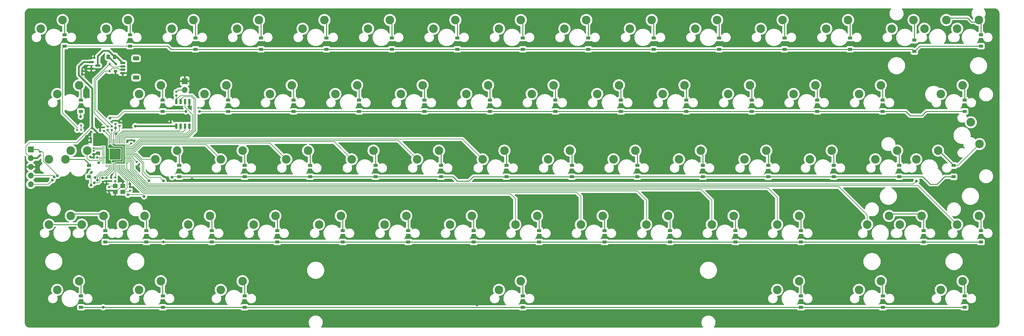
<source format=gbr>
%TF.GenerationSoftware,KiCad,Pcbnew,(6.0.11)*%
%TF.CreationDate,2023-02-10T12:21:56+01:00*%
%TF.ProjectId,plaket60-OG,706c616b-6574-4363-902d-4f472e6b6963,0.1*%
%TF.SameCoordinates,Original*%
%TF.FileFunction,Copper,L2,Bot*%
%TF.FilePolarity,Positive*%
%FSLAX46Y46*%
G04 Gerber Fmt 4.6, Leading zero omitted, Abs format (unit mm)*
G04 Created by KiCad (PCBNEW (6.0.11)) date 2023-02-10 12:21:56*
%MOMM*%
%LPD*%
G01*
G04 APERTURE LIST*
G04 Aperture macros list*
%AMRoundRect*
0 Rectangle with rounded corners*
0 $1 Rounding radius*
0 $2 $3 $4 $5 $6 $7 $8 $9 X,Y pos of 4 corners*
0 Add a 4 corners polygon primitive as box body*
4,1,4,$2,$3,$4,$5,$6,$7,$8,$9,$2,$3,0*
0 Add four circle primitives for the rounded corners*
1,1,$1+$1,$2,$3*
1,1,$1+$1,$4,$5*
1,1,$1+$1,$6,$7*
1,1,$1+$1,$8,$9*
0 Add four rect primitives between the rounded corners*
20,1,$1+$1,$2,$3,$4,$5,0*
20,1,$1+$1,$4,$5,$6,$7,0*
20,1,$1+$1,$6,$7,$8,$9,0*
20,1,$1+$1,$8,$9,$2,$3,0*%
G04 Aperture macros list end*
%TA.AperFunction,ComponentPad*%
%ADD10C,2.500000*%
%TD*%
%TA.AperFunction,SMDPad,CuDef*%
%ADD11R,1.000000X0.700000*%
%TD*%
%TA.AperFunction,SMDPad,CuDef*%
%ADD12R,0.600000X0.700000*%
%TD*%
%TA.AperFunction,SMDPad,CuDef*%
%ADD13R,1.200000X0.900000*%
%TD*%
%TA.AperFunction,SMDPad,CuDef*%
%ADD14RoundRect,0.140000X-0.170000X0.140000X-0.170000X-0.140000X0.170000X-0.140000X0.170000X0.140000X0*%
%TD*%
%TA.AperFunction,SMDPad,CuDef*%
%ADD15RoundRect,0.140000X0.170000X-0.140000X0.170000X0.140000X-0.170000X0.140000X-0.170000X-0.140000X0*%
%TD*%
%TA.AperFunction,SMDPad,CuDef*%
%ADD16RoundRect,0.140000X-0.140000X-0.170000X0.140000X-0.170000X0.140000X0.170000X-0.140000X0.170000X0*%
%TD*%
%TA.AperFunction,SMDPad,CuDef*%
%ADD17RoundRect,0.135000X0.185000X-0.135000X0.185000X0.135000X-0.185000X0.135000X-0.185000X-0.135000X0*%
%TD*%
%TA.AperFunction,SMDPad,CuDef*%
%ADD18RoundRect,0.050000X0.387500X0.050000X-0.387500X0.050000X-0.387500X-0.050000X0.387500X-0.050000X0*%
%TD*%
%TA.AperFunction,SMDPad,CuDef*%
%ADD19RoundRect,0.050000X0.050000X0.387500X-0.050000X0.387500X-0.050000X-0.387500X0.050000X-0.387500X0*%
%TD*%
%TA.AperFunction,ComponentPad*%
%ADD20C,0.600000*%
%TD*%
%TA.AperFunction,SMDPad,CuDef*%
%ADD21RoundRect,0.144000X1.456000X1.456000X-1.456000X1.456000X-1.456000X-1.456000X1.456000X-1.456000X0*%
%TD*%
%TA.AperFunction,SMDPad,CuDef*%
%ADD22RoundRect,0.140000X0.140000X0.170000X-0.140000X0.170000X-0.140000X-0.170000X0.140000X-0.170000X0*%
%TD*%
%TA.AperFunction,ComponentPad*%
%ADD23R,1.700000X1.700000*%
%TD*%
%TA.AperFunction,ComponentPad*%
%ADD24O,1.700000X1.700000*%
%TD*%
%TA.AperFunction,SMDPad,CuDef*%
%ADD25RoundRect,0.135000X-0.185000X0.135000X-0.185000X-0.135000X0.185000X-0.135000X0.185000X0.135000X0*%
%TD*%
%TA.AperFunction,SMDPad,CuDef*%
%ADD26RoundRect,0.150000X-0.625000X0.150000X-0.625000X-0.150000X0.625000X-0.150000X0.625000X0.150000X0*%
%TD*%
%TA.AperFunction,SMDPad,CuDef*%
%ADD27RoundRect,0.250000X-0.650000X0.350000X-0.650000X-0.350000X0.650000X-0.350000X0.650000X0.350000X0*%
%TD*%
%TA.AperFunction,SMDPad,CuDef*%
%ADD28R,1.400000X1.200000*%
%TD*%
%TA.AperFunction,SMDPad,CuDef*%
%ADD29RoundRect,0.150000X-0.587500X-0.150000X0.587500X-0.150000X0.587500X0.150000X-0.587500X0.150000X0*%
%TD*%
%TA.AperFunction,SMDPad,CuDef*%
%ADD30RoundRect,0.150000X-0.150000X0.650000X-0.150000X-0.650000X0.150000X-0.650000X0.150000X0.650000X0*%
%TD*%
%TA.AperFunction,SMDPad,CuDef*%
%ADD31RoundRect,0.243750X-0.243750X-0.456250X0.243750X-0.456250X0.243750X0.456250X-0.243750X0.456250X0*%
%TD*%
%TA.AperFunction,SMDPad,CuDef*%
%ADD32RoundRect,0.140000X-0.219203X-0.021213X-0.021213X-0.219203X0.219203X0.021213X0.021213X0.219203X0*%
%TD*%
%TA.AperFunction,ViaPad*%
%ADD33C,0.800000*%
%TD*%
%TA.AperFunction,ViaPad*%
%ADD34C,0.600000*%
%TD*%
%TA.AperFunction,Conductor*%
%ADD35C,0.250000*%
%TD*%
%TA.AperFunction,Conductor*%
%ADD36C,0.200000*%
%TD*%
%TA.AperFunction,Conductor*%
%ADD37C,0.500000*%
%TD*%
G04 APERTURE END LIST*
D10*
%TO.P,1.50u,1,COL*%
%TO.N,col0*%
X42227500Y-122872500D03*
%TO.P,1.50u,2,ROW*%
%TO.N,Net-(D5-Pad2)*%
X48577500Y-120332500D03*
%TD*%
%TO.P,T,1,COL*%
%TO.N,col5*%
X142240000Y-65722500D03*
%TO.P,T,2,ROW*%
%TO.N,Net-(D26-Pad2)*%
X148590000Y-63182500D03*
%TD*%
%TO.P,Tab,1,COL*%
%TO.N,col0*%
X42227500Y-65722500D03*
%TO.P,Tab,2,ROW*%
%TO.N,Net-(D2-Pad2)*%
X48577500Y-63182500D03*
%TD*%
%TO.P,[,1,COL*%
%TO.N,col11*%
X256540000Y-65722500D03*
%TO.P,[,2,ROW*%
%TO.N,Net-(D54-Pad2)*%
X262890000Y-63182500D03*
%TD*%
%TO.P,1.50u,1,COL*%
%TO.N,col11*%
X251777500Y-122872500D03*
%TO.P,1.50u,2,ROW*%
%TO.N,Net-(D57-Pad2)*%
X258127500Y-120332500D03*
%TD*%
%TO.P,R,1,COL*%
%TO.N,col4*%
X123190000Y-65722500D03*
%TO.P,R,2,ROW*%
%TO.N,Net-(D21-Pad2)*%
X129540000Y-63182500D03*
%TD*%
%TO.P,<,1,COL*%
%TO.N,col9*%
X213677500Y-103822500D03*
%TO.P,<,2,ROW*%
%TO.N,Net-(D46-Pad2)*%
X220027500Y-101282500D03*
%TD*%
%TO.P,Stepped,1,COL*%
%TO.N,col0*%
X39846250Y-84772500D03*
%TO.P,Stepped,2,ROW*%
%TO.N,Net-(D3-Pad2)*%
X46196250Y-82232500D03*
%TD*%
%TO.P,S,1,COL*%
%TO.N,col2*%
X89852500Y-84772500D03*
%TO.P,S,2,ROW*%
%TO.N,Net-(D14-Pad2)*%
X96202500Y-82232500D03*
%TD*%
%TO.P,B,1,COL*%
%TO.N,col6*%
X156527500Y-103822500D03*
%TO.P,B,2,ROW*%
%TO.N,Net-(D33-Pad2)*%
X162877500Y-101282500D03*
%TD*%
%TO.P,H,1,COL*%
%TO.N,col6*%
X166052500Y-84772500D03*
%TO.P,H,2,ROW*%
%TO.N,Net-(D32-Pad2)*%
X172402500Y-82232500D03*
%TD*%
%TO.P,D,1,COL*%
%TO.N,col3*%
X108902500Y-84772500D03*
%TO.P,D,2,ROW*%
%TO.N,Net-(D18-Pad2)*%
X115252500Y-82232500D03*
%TD*%
%TO.P,J,1,COL*%
%TO.N,col7*%
X185102500Y-84772500D03*
%TO.P,J,2,ROW*%
%TO.N,Net-(D36-Pad2)*%
X191452500Y-82232500D03*
%TD*%
%TO.P,ISO,1,COL*%
%TO.N,col12*%
X280352500Y-84772500D03*
%TO.P,ISO,2,ROW*%
%TO.N,Net-(D60-Pad2)*%
X286702500Y-82232500D03*
%TD*%
%TO.P,Z,1,COL*%
%TO.N,col2*%
X80327500Y-103822500D03*
%TO.P,Z,2,ROW*%
%TO.N,Net-(D11-Pad2)*%
X86677500Y-101282500D03*
%TD*%
%TO.P,Split,1,COL*%
%TO.N,col14*%
X304165000Y-103822500D03*
%TO.P,Split,2,ROW*%
%TO.N,Net-(D67-Pad2)*%
X310515000Y-101282500D03*
%TD*%
%TO.P,W,1,COL*%
%TO.N,col2*%
X85090000Y-65722500D03*
%TO.P,W,2,ROW*%
%TO.N,Net-(D13-Pad2)*%
X91440000Y-63182500D03*
%TD*%
%TO.P,-,1,COL*%
%TO.N,col11*%
X247015000Y-46672500D03*
%TO.P,-,2,ROW*%
%TO.N,Net-(D53-Pad2)*%
X253365000Y-44132500D03*
%TD*%
%TO.P,Split,1,COL*%
%TO.N,col12*%
X277971250Y-103822500D03*
%TO.P,Split,2,ROW*%
%TO.N,Net-(D61-Pad2)*%
X284321250Y-101282500D03*
%TD*%
%TO.P,V,1,COL*%
%TO.N,col5*%
X137477500Y-103822500D03*
%TO.P,V,2,ROW*%
%TO.N,Net-(D28-Pad2)*%
X143827500Y-101282500D03*
%TD*%
%TO.P,X,1,COL*%
%TO.N,col3*%
X99377500Y-103822500D03*
%TO.P,X,2,ROW*%
%TO.N,Net-(D19-Pad2)*%
X105727500Y-101282500D03*
%TD*%
%TO.P,1u,1,COL*%
%TO.N,col12*%
X275590000Y-122872500D03*
%TO.P,1u,2,ROW*%
%TO.N,Net-(D62-Pad2)*%
X281940000Y-120332500D03*
%TD*%
%TO.P,5,1,COL*%
%TO.N,col5*%
X132715000Y-46672500D03*
%TO.P,5,2,ROW*%
%TO.N,Net-(D25-Pad2)*%
X139065000Y-44132500D03*
%TD*%
%TO.P,G,1,COL*%
%TO.N,col5*%
X147002500Y-84772500D03*
%TO.P,G,2,ROW*%
%TO.N,Net-(D27-Pad2)*%
X153352500Y-82232500D03*
%TD*%
%TO.P,:,1,COL*%
%TO.N,col10*%
X242252500Y-84772500D03*
%TO.P,:,2,ROW*%
%TO.N,Net-(D50-Pad2)*%
X248602500Y-82232500D03*
%TD*%
%TO.P,8,1,COL*%
%TO.N,col8*%
X189865000Y-46672500D03*
%TO.P,8,2,ROW*%
%TO.N,Net-(D39-Pad2)*%
X196215000Y-44132500D03*
%TD*%
%TO.P,P,1,COL*%
%TO.N,col10*%
X237490000Y-65722500D03*
%TO.P,P,2,ROW*%
%TO.N,Net-(D49-Pad2)*%
X243840000Y-63182500D03*
%TD*%
%TO.P,Q,1,COL*%
%TO.N,col1*%
X66040000Y-65722500D03*
%TO.P,Q,2,ROW*%
%TO.N,Net-(D7-Pad2)*%
X72390000Y-63182500D03*
%TD*%
%TO.P,1,1,COL*%
%TO.N,col1*%
X56515000Y-46672500D03*
%TO.P,1,2,ROW*%
%TO.N,Net-(D6-Pad2)*%
X62865000Y-44132500D03*
%TD*%
%TO.P,Y,1,COL*%
%TO.N,col6*%
X161290000Y-65722500D03*
%TO.P,Y,2,ROW*%
%TO.N,Net-(D31-Pad2)*%
X167640000Y-63182500D03*
%TD*%
%TO.P,],1,COL*%
%TO.N,col12*%
X275590000Y-65722500D03*
%TO.P,],2,ROW*%
%TO.N,Net-(D59-Pad2)*%
X281940000Y-63182500D03*
%TD*%
%TO.P,9,1,COL*%
%TO.N,col9*%
X208915000Y-46672500D03*
%TO.P,9,2,ROW*%
%TO.N,Net-(D43-Pad2)*%
X215265000Y-44132500D03*
%TD*%
%TO.P,ISO,1,COL*%
%TO.N,col1*%
X61277500Y-103822500D03*
%TO.P,ISO,2,ROW*%
%TO.N,Net-(D9-Pad2)*%
X67627500Y-101282500D03*
%TD*%
%TO.P,>,1,COL*%
%TO.N,col10*%
X232727500Y-103822500D03*
%TO.P,>,2,ROW*%
%TO.N,Net-(D51-Pad2)*%
X239077500Y-101282500D03*
%TD*%
%TO.P,Full,1,COL*%
%TO.N,col12*%
X287496250Y-103822500D03*
%TO.P,Full,2,ROW*%
%TO.N,Net-(D61-Pad2)*%
X293846250Y-101282500D03*
%TD*%
%TO.P,C,1,COL*%
%TO.N,col4*%
X118427500Y-103822500D03*
%TO.P,C,2,ROW*%
%TO.N,Net-(D23-Pad2)*%
X124777500Y-101282500D03*
%TD*%
%TO.P,E,1,COL*%
%TO.N,col3*%
X104140000Y-65722500D03*
%TO.P,E,2,ROW*%
%TO.N,Net-(D17-Pad2)*%
X110490000Y-63182500D03*
%TD*%
%TO.P,ANSI,1,COL*%
%TO.N,col13*%
X292258750Y-84772500D03*
%TO.P,ANSI,2,ROW*%
%TO.N,Net-(D64-Pad2)*%
X298608750Y-82232500D03*
%TD*%
%TO.P,A,1,COL*%
%TO.N,col1*%
X70802500Y-84772500D03*
%TO.P,A,2,ROW*%
%TO.N,Net-(D8-Pad2)*%
X77152500Y-82232500D03*
%TD*%
%TO.P,Split,1,COL*%
%TO.N,col14*%
X304165000Y-46672500D03*
%TO.P,Split,2,ROW*%
%TO.N,Net-(D65-Pad2)*%
X310515000Y-44132500D03*
%TD*%
%TO.P,0,1,COL*%
%TO.N,col10*%
X227965000Y-46672500D03*
%TO.P,0,2,ROW*%
%TO.N,Net-(D48-Pad2)*%
X234315000Y-44132500D03*
%TD*%
%TO.P,L,1,COL*%
%TO.N,col9*%
X223202500Y-84772500D03*
%TO.P,L,2,ROW*%
%TO.N,Net-(D45-Pad2)*%
X229552500Y-82232500D03*
%TD*%
%TO.P,I,1,COL*%
%TO.N,col8*%
X199390000Y-65722500D03*
%TO.P,I,2,ROW*%
%TO.N,Net-(D40-Pad2)*%
X205740000Y-63182500D03*
%TD*%
%TO.P,M,1,COL*%
%TO.N,col8*%
X194627500Y-103822500D03*
%TO.P,M,2,ROW*%
%TO.N,Net-(D42-Pad2)*%
X200977500Y-101282500D03*
%TD*%
%TO.P,Full,1,COL*%
%TO.N,col14*%
X294640000Y-46672500D03*
%TO.P,Full,2,ROW*%
%TO.N,Net-(D65-Pad2)*%
X300990000Y-44132500D03*
%TD*%
%TO.P,?,1,COL*%
%TO.N,col11*%
X251777500Y-103822500D03*
%TO.P,?,2,ROW*%
%TO.N,Net-(D56-Pad2)*%
X258127500Y-101282500D03*
%TD*%
%TO.P,F,1,COL*%
%TO.N,col4*%
X127952500Y-84772500D03*
%TO.P,F,2,ROW*%
%TO.N,Net-(D22-Pad2)*%
X134302500Y-82232500D03*
%TD*%
%TO.P,ISO,1,COL*%
%TO.N,col13*%
X308133750Y-73977500D03*
%TO.P,ISO,2,ROW*%
%TO.N,Net-(D64-Pad2)*%
X310673750Y-80327500D03*
%TD*%
%TO.P,1u,1,COL*%
%TO.N,col1*%
X66040000Y-122872500D03*
%TO.P,1u,2,ROW*%
%TO.N,Net-(D10-Pad2)*%
X72390000Y-120332500D03*
%TD*%
%TO.P,N,1,COL*%
%TO.N,col7*%
X175577500Y-103822500D03*
%TO.P,N,2,ROW*%
%TO.N,Net-(D37-Pad2)*%
X181927500Y-101282500D03*
%TD*%
%TO.P,3,1,COL*%
%TO.N,col3*%
X94615000Y-46672500D03*
%TO.P,3,2,ROW*%
%TO.N,Net-(D16-Pad2)*%
X100965000Y-44132500D03*
%TD*%
%TO.P,6,1,COL*%
%TO.N,col6*%
X151765000Y-46672500D03*
%TO.P,6,2,ROW*%
%TO.N,Net-(D30-Pad2)*%
X158115000Y-44132500D03*
%TD*%
%TO.P,",1,COL*%
%TO.N,col11*%
X261302500Y-84772500D03*
%TO.P,",2,ROW*%
%TO.N,Net-(D55-Pad2)*%
X267652500Y-82232500D03*
%TD*%
%TO.P,Esc,1,COL*%
%TO.N,col0*%
X37465000Y-46672500D03*
%TO.P,Esc,2,ROW*%
%TO.N,Net-(D1-Pad2)*%
X43815000Y-44132500D03*
%TD*%
%TO.P,1.50u,1,COL*%
%TO.N,col2*%
X89852500Y-122872500D03*
%TO.P,1.50u,2,ROW*%
%TO.N,Net-(D15-Pad2)*%
X96202500Y-120332500D03*
%TD*%
%TO.P,=,1,COL*%
%TO.N,col12*%
X266065000Y-46672500D03*
%TO.P,=,2,ROW*%
%TO.N,Net-(D58-Pad2)*%
X272415000Y-44132500D03*
%TD*%
%TO.P,Split,1,COL*%
%TO.N,col13*%
X285115000Y-46672500D03*
%TO.P,Split,2,ROW*%
%TO.N,Net-(D63-Pad2)*%
X291465000Y-44132500D03*
%TD*%
%TO.P,K,1,COL*%
%TO.N,col8*%
X204152500Y-84772500D03*
%TO.P,K,2,ROW*%
%TO.N,Net-(D41-Pad2)*%
X210502500Y-82232500D03*
%TD*%
%TO.P,ISO,1,COL*%
%TO.N,col0*%
X39846250Y-103822500D03*
%TO.P,ISO,2,ROW*%
%TO.N,Net-(D4-Pad2)*%
X46196250Y-101282500D03*
%TD*%
%TO.P,2,1,COL*%
%TO.N,col2*%
X75565000Y-46672500D03*
%TO.P,2,2,ROW*%
%TO.N,Net-(D12-Pad2)*%
X81915000Y-44132500D03*
%TD*%
%TO.P,ANSI,1,COL*%
%TO.N,col14*%
X299402500Y-65722500D03*
%TO.P,ANSI,2,ROW*%
%TO.N,Net-(D66-Pad2)*%
X305752500Y-63182500D03*
%TD*%
%TO.P,Full,1,ROW*%
%TO.N,Net-(D3-Pad2)*%
X44608750Y-84772500D03*
%TO.P,Full,2,COL*%
%TO.N,col0*%
X50958750Y-82232500D03*
%TD*%
%TO.P,7,1,COL*%
%TO.N,col7*%
X170815000Y-46672500D03*
%TO.P,7,2,ROW*%
%TO.N,Net-(D34-Pad2)*%
X177165000Y-44132500D03*
%TD*%
%TO.P,O,1,COL*%
%TO.N,col9*%
X218440000Y-65722500D03*
%TO.P,O,2,ROW*%
%TO.N,Net-(D44-Pad2)*%
X224790000Y-63182500D03*
%TD*%
%TO.P,1.50u,1,COL*%
%TO.N,col14*%
X299402500Y-122872500D03*
%TO.P,1.50u,2,ROW*%
%TO.N,Net-(D68-Pad2)*%
X305752500Y-120332500D03*
%TD*%
%TO.P,ANSI,1,COL*%
%TO.N,col0*%
X49371250Y-103822500D03*
%TO.P,ANSI,2,ROW*%
%TO.N,Net-(D4-Pad2)*%
X55721250Y-101282500D03*
%TD*%
%TO.P,MX42,1,COL*%
%TO.N,col7*%
X170815000Y-122872500D03*
%TO.P,MX42,2,ROW*%
%TO.N,Net-(D38-Pad2)*%
X177165000Y-120332500D03*
%TD*%
%TO.P,4,1,COL*%
%TO.N,col4*%
X113665000Y-46672500D03*
%TO.P,4,2,ROW*%
%TO.N,Net-(D20-Pad2)*%
X120015000Y-44132500D03*
%TD*%
%TO.P,U,1,COL*%
%TO.N,col7*%
X180340000Y-65722500D03*
%TO.P,U,2,ROW*%
%TO.N,Net-(D35-Pad2)*%
X186690000Y-63182500D03*
%TD*%
D11*
%TO.P,U4,1,GND*%
%TO.N,GND*%
X59170000Y-59039000D03*
D12*
%TO.P,U4,2,IO1*%
%TO.N,D+*%
X57470000Y-59039000D03*
%TO.P,U4,3,IO2*%
%TO.N,D-*%
X57470000Y-57039000D03*
%TO.P,U4,4,VCC*%
%TO.N,VCC*%
X59370000Y-57039000D03*
%TD*%
D13*
%TO.P,D19,1,K*%
%TO.N,row3*%
X106275000Y-108900000D03*
%TO.P,D19,2,A*%
%TO.N,Net-(D19-Pad2)*%
X106275000Y-105600000D03*
%TD*%
D14*
%TO.P,C_3V-Decoup8,1*%
%TO.N,+3V3*%
X57900000Y-90170000D03*
%TO.P,C_3V-Decoup8,2*%
%TO.N,GND*%
X57900000Y-91130000D03*
%TD*%
D13*
%TO.P,D46,1,K*%
%TO.N,row3*%
X220575000Y-108900000D03*
%TO.P,D46,2,A*%
%TO.N,Net-(D46-Pad2)*%
X220575000Y-105600000D03*
%TD*%
%TO.P,D15,1,K*%
%TO.N,row4*%
X96774500Y-127949500D03*
%TO.P,D15,2,A*%
%TO.N,Net-(D15-Pad2)*%
X96774500Y-124649500D03*
%TD*%
%TO.P,D63,1,K*%
%TO.N,row0*%
X291725000Y-53300000D03*
%TO.P,D63,2,A*%
%TO.N,Net-(D63-Pad2)*%
X291725000Y-50000000D03*
%TD*%
%TO.P,D35,1,K*%
%TO.N,row1*%
X187250000Y-70800000D03*
%TO.P,D35,2,A*%
%TO.N,Net-(D35-Pad2)*%
X187250000Y-67500000D03*
%TD*%
D15*
%TO.P,C_1V-Decoup2,1*%
%TO.N,+1V1*%
X60425000Y-75080000D03*
%TO.P,C_1V-Decoup2,2*%
%TO.N,GND*%
X60425000Y-74120000D03*
%TD*%
D13*
%TO.P,D26,1,K*%
%TO.N,row1*%
X149150000Y-70800000D03*
%TO.P,D26,2,A*%
%TO.N,Net-(D26-Pad2)*%
X149150000Y-67500000D03*
%TD*%
D16*
%TO.P,C_LDO2,1*%
%TO.N,+3V3*%
X48542000Y-59055000D03*
%TO.P,C_LDO2,2*%
%TO.N,GND*%
X49502000Y-59055000D03*
%TD*%
D13*
%TO.P,D54,1,K*%
%TO.N,row1*%
X263450000Y-70800000D03*
%TO.P,D54,2,A*%
%TO.N,Net-(D54-Pad2)*%
X263450000Y-67500000D03*
%TD*%
D15*
%TO.P,C_3V-Decoup2,1*%
%TO.N,+3V3*%
X54700000Y-77455000D03*
%TO.P,C_3V-Decoup2,2*%
%TO.N,GND*%
X54700000Y-76495000D03*
%TD*%
D13*
%TO.P,D34,1,K*%
%TO.N,row0*%
X177725000Y-52700000D03*
%TO.P,D34,2,A*%
%TO.N,Net-(D34-Pad2)*%
X177725000Y-49400000D03*
%TD*%
%TO.P,D50,1,K*%
%TO.N,row2*%
X249175000Y-89875000D03*
%TO.P,D50,2,A*%
%TO.N,Net-(D50-Pad2)*%
X249175000Y-86575000D03*
%TD*%
D15*
%TO.P,C_Flash1,1*%
%TO.N,+3V3*%
X75300000Y-75105000D03*
%TO.P,C_Flash1,2*%
%TO.N,GND*%
X75300000Y-74145000D03*
%TD*%
%TO.P,C_3V-Decoup6,1*%
%TO.N,+3V3*%
X63750000Y-80155000D03*
%TO.P,C_3V-Decoup6,2*%
%TO.N,GND*%
X63750000Y-79195000D03*
%TD*%
D13*
%TO.P,D48,1,K*%
%TO.N,row0*%
X234875000Y-52700000D03*
%TO.P,D48,2,A*%
%TO.N,Net-(D48-Pad2)*%
X234875000Y-49400000D03*
%TD*%
%TO.P,D22,1,K*%
%TO.N,row2*%
X134875000Y-89850000D03*
%TO.P,D22,2,A*%
%TO.N,Net-(D22-Pad2)*%
X134875000Y-86550000D03*
%TD*%
D15*
%TO.P,C_Crystal2,1*%
%TO.N,GND*%
X57300000Y-93905000D03*
%TO.P,C_Crystal2,2*%
%TO.N,Net-(C_Crystal2-Pad2)*%
X57300000Y-92945000D03*
%TD*%
D13*
%TO.P,D40,1,K*%
%TO.N,row1*%
X206300000Y-70800000D03*
%TO.P,D40,2,A*%
%TO.N,Net-(D40-Pad2)*%
X206300000Y-67500000D03*
%TD*%
D17*
%TO.P,R_Crystal1,1*%
%TO.N,Net-(C_Crystal2-Pad2)*%
X59075000Y-91135000D03*
%TO.P,R_Crystal1,2*%
%TO.N,XTAL_OUT*%
X59075000Y-90115000D03*
%TD*%
D13*
%TO.P,D14,1,K*%
%TO.N,row2*%
X96775000Y-89850000D03*
%TO.P,D14,2,A*%
%TO.N,Net-(D14-Pad2)*%
X96775000Y-86550000D03*
%TD*%
%TO.P,D10,1,K*%
%TO.N,row4*%
X72962000Y-127949500D03*
%TO.P,D10,2,A*%
%TO.N,Net-(D10-Pad2)*%
X72962000Y-124649500D03*
%TD*%
%TO.P,D61,1,K*%
%TO.N,row3*%
X294400000Y-108900000D03*
%TO.P,D61,2,A*%
%TO.N,Net-(D61-Pad2)*%
X294400000Y-105600000D03*
%TD*%
%TO.P,D9,1,K*%
%TO.N,row3*%
X68200000Y-108900000D03*
%TO.P,D9,2,A*%
%TO.N,Net-(D9-Pad2)*%
X68200000Y-105600000D03*
%TD*%
%TO.P,D37,1,K*%
%TO.N,row3*%
X182500000Y-108900000D03*
%TO.P,D37,2,A*%
%TO.N,Net-(D37-Pad2)*%
X182500000Y-105600000D03*
%TD*%
D15*
%TO.P,C_1V-Decoup1,1*%
%TO.N,+1V1*%
X55850000Y-76455000D03*
%TO.P,C_1V-Decoup1,2*%
%TO.N,GND*%
X55850000Y-75495000D03*
%TD*%
D18*
%TO.P,U1,1,IOVDD*%
%TO.N,+3V3*%
X62537500Y-80650000D03*
%TO.P,U1,2,GPIO0*%
%TO.N,col6*%
X62537500Y-81050000D03*
%TO.P,U1,3,GPIO1*%
%TO.N,col5*%
X62537500Y-81450000D03*
%TO.P,U1,4,GPIO2*%
%TO.N,col4*%
X62537500Y-81850000D03*
%TO.P,U1,5,GPIO3*%
%TO.N,col3*%
X62537500Y-82250000D03*
%TO.P,U1,6,GPIO4*%
%TO.N,col2*%
X62537500Y-82650000D03*
%TO.P,U1,7,GPIO5*%
%TO.N,col1*%
X62537500Y-83050000D03*
%TO.P,U1,8,GPIO6*%
%TO.N,row3*%
X62537500Y-83450000D03*
%TO.P,U1,9,GPIO7*%
%TO.N,row4*%
X62537500Y-83850000D03*
%TO.P,U1,10,IOVDD*%
%TO.N,+3V3*%
X62537500Y-84250000D03*
%TO.P,U1,11,GPIO8*%
%TO.N,col13*%
X62537500Y-84650000D03*
%TO.P,U1,12,GPIO9*%
%TO.N,col14*%
X62537500Y-85050000D03*
%TO.P,U1,13,GPIO10*%
%TO.N,col12*%
X62537500Y-85450000D03*
%TO.P,U1,14,GPIO11*%
%TO.N,col11*%
X62537500Y-85850000D03*
D19*
%TO.P,U1,15,GPIO12*%
%TO.N,col10*%
X61700000Y-86687500D03*
%TO.P,U1,16,GPIO13*%
%TO.N,col9*%
X61300000Y-86687500D03*
%TO.P,U1,17,GPIO14*%
%TO.N,col8*%
X60900000Y-86687500D03*
%TO.P,U1,18,GPIO15*%
%TO.N,col7*%
X60500000Y-86687500D03*
%TO.P,U1,19,TESTEN*%
%TO.N,GND*%
X60100000Y-86687500D03*
%TO.P,U1,20,XTAL_IN*%
%TO.N,XTAL_IN*%
X59700000Y-86687500D03*
%TO.P,U1,21,XTAL_OUT*%
%TO.N,XTAL_OUT*%
X59300000Y-86687500D03*
%TO.P,U1,22,IOVDD*%
%TO.N,+3V3*%
X58900000Y-86687500D03*
%TO.P,U1,23,DVDD*%
%TO.N,+1V1*%
X58500000Y-86687500D03*
%TO.P,U1,24,SWCLK*%
%TO.N,SWCLK*%
X58100000Y-86687500D03*
%TO.P,U1,25,SWDIO*%
%TO.N,SWDIO*%
X57700000Y-86687500D03*
%TO.P,U1,26,~{RUN}*%
%TO.N,RESET*%
X57300000Y-86687500D03*
%TO.P,U1,27,GPIO16*%
%TO.N,unconnected-(U1-Pad27)*%
X56900000Y-86687500D03*
%TO.P,U1,28,GPIO17*%
%TO.N,CAPSLED*%
X56500000Y-86687500D03*
D18*
%TO.P,U1,29,GPIO18*%
%TO.N,unconnected-(U1-Pad29)*%
X55662500Y-85850000D03*
%TO.P,U1,30,GPIO19*%
%TO.N,unconnected-(U1-Pad30)*%
X55662500Y-85450000D03*
%TO.P,U1,31,GPIO20*%
%TO.N,row2*%
X55662500Y-85050000D03*
%TO.P,U1,32,GPIO21*%
%TO.N,col0*%
X55662500Y-84650000D03*
%TO.P,U1,33,IOVDD*%
%TO.N,+3V3*%
X55662500Y-84250000D03*
%TO.P,U1,34,GPIO22*%
%TO.N,unconnected-(U1-Pad34)*%
X55662500Y-83850000D03*
%TO.P,U1,35,GPIO23*%
%TO.N,unconnected-(U1-Pad35)*%
X55662500Y-83450000D03*
%TO.P,U1,36,GPIO24*%
%TO.N,unconnected-(U1-Pad36)*%
X55662500Y-83050000D03*
%TO.P,U1,37,GPIO25*%
%TO.N,unconnected-(U1-Pad37)*%
X55662500Y-82650000D03*
%TO.P,U1,38,GPIO26/ADC0*%
%TO.N,ESCLED*%
X55662500Y-82250000D03*
%TO.P,U1,39,GPIO27/ADC1*%
%TO.N,row1*%
X55662500Y-81850000D03*
%TO.P,U1,40,GPIO28/ADC2*%
%TO.N,row0*%
X55662500Y-81450000D03*
%TO.P,U1,41,GPIO29/ADC3*%
%TO.N,RGBLED*%
X55662500Y-81050000D03*
%TO.P,U1,42,IOVDD*%
%TO.N,+3V3*%
X55662500Y-80650000D03*
D19*
%TO.P,U1,43,ADC_AVDD*%
X56500000Y-79812500D03*
%TO.P,U1,44,VREG_VIN*%
X56900000Y-79812500D03*
%TO.P,U1,45,VREG_VOUT*%
%TO.N,+1V1*%
X57300000Y-79812500D03*
%TO.P,U1,46,D-*%
%TO.N,Net-(R_DATA2-Pad2)*%
X57700000Y-79812500D03*
%TO.P,U1,47,D+*%
%TO.N,Net-(R_DATA1-Pad2)*%
X58100000Y-79812500D03*
%TO.P,U1,48,USB_VDD*%
%TO.N,+3V3*%
X58500000Y-79812500D03*
%TO.P,U1,49,IOVDD*%
X58900000Y-79812500D03*
%TO.P,U1,50,DVDD*%
%TO.N,+1V1*%
X59300000Y-79812500D03*
%TO.P,U1,51,QSPI_SD3*%
%TO.N,SD3*%
X59700000Y-79812500D03*
%TO.P,U1,52,QSPI_SCLK*%
%TO.N,QSPI_CLK*%
X60100000Y-79812500D03*
%TO.P,U1,53,QSPI_SD0*%
%TO.N,SD0*%
X60500000Y-79812500D03*
%TO.P,U1,54,QSPI_SD2*%
%TO.N,SD2*%
X60900000Y-79812500D03*
%TO.P,U1,55,QSPI_SD1*%
%TO.N,SD1*%
X61300000Y-79812500D03*
%TO.P,U1,56,QSPI_SS_N*%
%TO.N,CS*%
X61700000Y-79812500D03*
D20*
%TO.P,U1,57,GND*%
%TO.N,GND*%
X57825000Y-83250000D03*
X57825000Y-81975000D03*
X59100000Y-84525000D03*
X59100000Y-81975000D03*
X60375000Y-83250000D03*
X59100000Y-83250000D03*
X60375000Y-84525000D03*
D21*
X59100000Y-83250000D03*
D20*
X57825000Y-84525000D03*
X60375000Y-81975000D03*
%TD*%
D13*
%TO.P,D39,1,K*%
%TO.N,row0*%
X196775000Y-52700000D03*
%TO.P,D39,2,A*%
%TO.N,Net-(D39-Pad2)*%
X196775000Y-49400000D03*
%TD*%
%TO.P,D2,1,K*%
%TO.N,row1*%
X49125000Y-70800000D03*
%TO.P,D2,2,A*%
%TO.N,Net-(D2-Pad2)*%
X49125000Y-67500000D03*
%TD*%
%TO.P,D6,1,K*%
%TO.N,row0*%
X63425000Y-51750000D03*
%TO.P,D6,2,A*%
%TO.N,Net-(D6-Pad2)*%
X63425000Y-48450000D03*
%TD*%
D22*
%TO.P,C_3V-Decoup7,1*%
%TO.N,+3V3*%
X53030000Y-78700000D03*
%TO.P,C_3V-Decoup7,2*%
%TO.N,GND*%
X52070000Y-78700000D03*
%TD*%
%TO.P,C_LDO1,1*%
%TO.N,+5V*%
X54074000Y-55118000D03*
%TO.P,C_LDO1,2*%
%TO.N,GND*%
X53114000Y-55118000D03*
%TD*%
D23*
%TO.P,J2,1,Pin_1*%
%TO.N,RESET*%
X34550000Y-81925000D03*
D24*
%TO.P,J2,2,Pin_2*%
%TO.N,+3V3*%
X34550000Y-84465000D03*
%TO.P,J2,3,Pin_3*%
%TO.N,GND*%
X34550000Y-87005000D03*
%TO.P,J2,4,Pin_4*%
%TO.N,SWDIO*%
X34550000Y-89545000D03*
%TO.P,J2,5,Pin_5*%
%TO.N,SWCLK*%
X34550000Y-92085000D03*
%TD*%
D13*
%TO.P,D1,1,K*%
%TO.N,row0*%
X44375000Y-51750000D03*
%TO.P,D1,2,A*%
%TO.N,Net-(D1-Pad2)*%
X44375000Y-48450000D03*
%TD*%
%TO.P,D67,1,K*%
%TO.N,row3*%
X311075000Y-108900000D03*
%TO.P,D67,2,A*%
%TO.N,Net-(D67-Pad2)*%
X311075000Y-105600000D03*
%TD*%
%TO.P,D13,1,K*%
%TO.N,row1*%
X92000000Y-70800000D03*
%TO.P,D13,2,A*%
%TO.N,Net-(D13-Pad2)*%
X92000000Y-67500000D03*
%TD*%
D25*
%TO.P,R_DATA2,1*%
%TO.N,D-*%
X56925000Y-75240000D03*
%TO.P,R_DATA2,2*%
%TO.N,Net-(R_DATA2-Pad2)*%
X56925000Y-76260000D03*
%TD*%
D22*
%TO.P,C_3V-Decoup4,1*%
%TO.N,+3V3*%
X53880000Y-84250000D03*
%TO.P,C_3V-Decoup4,2*%
%TO.N,GND*%
X52920000Y-84250000D03*
%TD*%
D13*
%TO.P,D21,1,K*%
%TO.N,row1*%
X130100000Y-70800000D03*
%TO.P,D21,2,A*%
%TO.N,Net-(D21-Pad2)*%
X130100000Y-67500000D03*
%TD*%
D25*
%TO.P,R_DATA1,1*%
%TO.N,D+*%
X58075000Y-75240000D03*
%TO.P,R_DATA1,2*%
%TO.N,Net-(R_DATA1-Pad2)*%
X58075000Y-76260000D03*
%TD*%
D13*
%TO.P,D4,1,K*%
%TO.N,row3*%
X56275000Y-108900000D03*
%TO.P,D4,2,A*%
%TO.N,Net-(D4-Pad2)*%
X56275000Y-105600000D03*
%TD*%
%TO.P,D3,1,K*%
%TO.N,row2*%
X51525000Y-89850000D03*
%TO.P,D3,2,A*%
%TO.N,Net-(D3-Pad2)*%
X51525000Y-86550000D03*
%TD*%
%TO.P,D36,1,K*%
%TO.N,row2*%
X192025000Y-89850000D03*
%TO.P,D36,2,A*%
%TO.N,Net-(D36-Pad2)*%
X192025000Y-86550000D03*
%TD*%
%TO.P,D12,1,K*%
%TO.N,row0*%
X82475000Y-52700000D03*
%TO.P,D12,2,A*%
%TO.N,Net-(D12-Pad2)*%
X82475000Y-49400000D03*
%TD*%
%TO.P,D25,1,K*%
%TO.N,row0*%
X139625000Y-52700000D03*
%TO.P,D25,2,A*%
%TO.N,Net-(D25-Pad2)*%
X139625000Y-49400000D03*
%TD*%
D23*
%TO.P,boot,1,1*%
%TO.N,GND*%
X79375000Y-61960000D03*
D24*
%TO.P,boot,2,2*%
%TO.N,Net-(R_Flash1-Pad1)*%
X79375000Y-64500000D03*
%TD*%
D13*
%TO.P,D30,1,K*%
%TO.N,row0*%
X158675000Y-52700000D03*
%TO.P,D30,2,A*%
%TO.N,Net-(D30-Pad2)*%
X158675000Y-49400000D03*
%TD*%
%TO.P,D51,1,K*%
%TO.N,row3*%
X239650000Y-108900000D03*
%TO.P,D51,2,A*%
%TO.N,Net-(D51-Pad2)*%
X239650000Y-105600000D03*
%TD*%
D26*
%TO.P,J1,1,Pin_1*%
%TO.N,+5V*%
X61302000Y-56643000D03*
%TO.P,J1,2,Pin_2*%
%TO.N,D-*%
X61302000Y-57643000D03*
%TO.P,J1,3,Pin_3*%
%TO.N,D+*%
X61302000Y-58643000D03*
%TO.P,J1,4,Pin_4*%
%TO.N,GND*%
X61302000Y-59643000D03*
D27*
%TO.P,J1,MP*%
%TO.N,N/C*%
X65177000Y-55343000D03*
X65177000Y-60943000D03*
%TD*%
D13*
%TO.P,D28,1,K*%
%TO.N,row3*%
X144400000Y-108900000D03*
%TO.P,D28,2,A*%
%TO.N,Net-(D28-Pad2)*%
X144400000Y-105600000D03*
%TD*%
%TO.P,D38,1,K*%
%TO.N,row4*%
X177737000Y-127949500D03*
%TO.P,D38,2,A*%
%TO.N,Net-(D38-Pad2)*%
X177737000Y-124649500D03*
%TD*%
D14*
%TO.P,C_Crystal1,1*%
%TO.N,GND*%
X63400000Y-92945000D03*
%TO.P,C_Crystal1,2*%
%TO.N,XTAL_IN*%
X63400000Y-93905000D03*
%TD*%
D13*
%TO.P,D45,1,K*%
%TO.N,row2*%
X230100000Y-89850000D03*
%TO.P,D45,2,A*%
%TO.N,Net-(D45-Pad2)*%
X230100000Y-86550000D03*
%TD*%
D22*
%TO.P,C_3V-Decoup5,1*%
%TO.N,+3V3*%
X53030000Y-79750000D03*
%TO.P,C_3V-Decoup5,2*%
%TO.N,GND*%
X52070000Y-79750000D03*
%TD*%
D13*
%TO.P,D32,1,K*%
%TO.N,row2*%
X172950000Y-89850000D03*
%TO.P,D32,2,A*%
%TO.N,Net-(D32-Pad2)*%
X172950000Y-86550000D03*
%TD*%
%TO.P,D55,1,K*%
%TO.N,row2*%
X268200000Y-89850000D03*
%TO.P,D55,2,A*%
%TO.N,Net-(D55-Pad2)*%
X268200000Y-86550000D03*
%TD*%
%TO.P,D49,1,K*%
%TO.N,row1*%
X244400000Y-70800000D03*
%TO.P,D49,2,A*%
%TO.N,Net-(D49-Pad2)*%
X244400000Y-67500000D03*
%TD*%
%TO.P,D5,1,K*%
%TO.N,row4*%
X49150000Y-127950000D03*
%TO.P,D5,2,A*%
%TO.N,Net-(D5-Pad2)*%
X49150000Y-124650000D03*
%TD*%
D28*
%TO.P,Y1,1,1*%
%TO.N,Net-(C_Crystal2-Pad2)*%
X59075000Y-92575000D03*
%TO.P,Y1,2,2*%
%TO.N,GND*%
X61275000Y-92575000D03*
%TO.P,Y1,3,3*%
%TO.N,XTAL_IN*%
X61275000Y-94275000D03*
%TO.P,Y1,4,4*%
%TO.N,GND*%
X59075000Y-94275000D03*
%TD*%
D13*
%TO.P,D23,1,K*%
%TO.N,row3*%
X125350000Y-108900000D03*
%TO.P,D23,2,A*%
%TO.N,Net-(D23-Pad2)*%
X125350000Y-105600000D03*
%TD*%
%TO.P,D20,1,K*%
%TO.N,row0*%
X120575000Y-52700000D03*
%TO.P,D20,2,A*%
%TO.N,Net-(D20-Pad2)*%
X120575000Y-49400000D03*
%TD*%
%TO.P,D42,1,K*%
%TO.N,row3*%
X201550000Y-108900000D03*
%TO.P,D42,2,A*%
%TO.N,Net-(D42-Pad2)*%
X201550000Y-105600000D03*
%TD*%
%TO.P,D64,1,K*%
%TO.N,row2*%
X303125000Y-89875000D03*
%TO.P,D64,2,A*%
%TO.N,Net-(D64-Pad2)*%
X303125000Y-86575000D03*
%TD*%
%TO.P,D65,1,K*%
%TO.N,row0*%
X311075000Y-51750000D03*
%TO.P,D65,2,A*%
%TO.N,Net-(D65-Pad2)*%
X311075000Y-48450000D03*
%TD*%
%TO.P,D16,1,K*%
%TO.N,row0*%
X101525000Y-52700000D03*
%TO.P,D16,2,A*%
%TO.N,Net-(D16-Pad2)*%
X101525000Y-49400000D03*
%TD*%
%TO.P,D56,1,K*%
%TO.N,row3*%
X258700000Y-108900000D03*
%TO.P,D56,2,A*%
%TO.N,Net-(D56-Pad2)*%
X258700000Y-105600000D03*
%TD*%
%TO.P,D27,1,K*%
%TO.N,row2*%
X153900000Y-89850000D03*
%TO.P,D27,2,A*%
%TO.N,Net-(D27-Pad2)*%
X153900000Y-86550000D03*
%TD*%
D29*
%TO.P,U3,1,GND*%
%TO.N,GND*%
X52148500Y-58354000D03*
%TO.P,U3,2,VO*%
%TO.N,+3V3*%
X52148500Y-56454000D03*
%TO.P,U3,3,VI*%
%TO.N,+5V*%
X54023500Y-57404000D03*
%TD*%
D13*
%TO.P,D59,1,K*%
%TO.N,row1*%
X282500000Y-70800000D03*
%TO.P,D59,2,A*%
%TO.N,Net-(D59-Pad2)*%
X282500000Y-67500000D03*
%TD*%
%TO.P,D58,1,K*%
%TO.N,row0*%
X272975000Y-52700000D03*
%TO.P,D58,2,A*%
%TO.N,Net-(D58-Pad2)*%
X272975000Y-49400000D03*
%TD*%
D15*
%TO.P,C_3V-Decoup3,1*%
%TO.N,+3V3*%
X59175000Y-74455000D03*
%TO.P,C_3V-Decoup3,2*%
%TO.N,GND*%
X59175000Y-73495000D03*
%TD*%
D13*
%TO.P,D57,1,K*%
%TO.N,row4*%
X258699500Y-127949500D03*
%TO.P,D57,2,A*%
%TO.N,Net-(D57-Pad2)*%
X258699500Y-124649500D03*
%TD*%
%TO.P,D43,1,K*%
%TO.N,row0*%
X215825000Y-52700000D03*
%TO.P,D43,2,A*%
%TO.N,Net-(D43-Pad2)*%
X215825000Y-49400000D03*
%TD*%
%TO.P,D68,1,K*%
%TO.N,row4*%
X306300000Y-127950000D03*
%TO.P,D68,2,A*%
%TO.N,Net-(D68-Pad2)*%
X306300000Y-124650000D03*
%TD*%
D14*
%TO.P,C_1V-Decoup3,1*%
%TO.N,+1V1*%
X56550000Y-90170000D03*
%TO.P,C_1V-Decoup3,2*%
%TO.N,GND*%
X56550000Y-91130000D03*
%TD*%
D13*
%TO.P,D66,1,K*%
%TO.N,row1*%
X306325000Y-70800000D03*
%TO.P,D66,2,A*%
%TO.N,Net-(D66-Pad2)*%
X306325000Y-67500000D03*
%TD*%
%TO.P,D62,1,K*%
%TO.N,row4*%
X282512000Y-127949500D03*
%TO.P,D62,2,A*%
%TO.N,Net-(D62-Pad2)*%
X282512000Y-124649500D03*
%TD*%
%TO.P,D18,1,K*%
%TO.N,row2*%
X115800000Y-89850000D03*
%TO.P,D18,2,A*%
%TO.N,Net-(D18-Pad2)*%
X115800000Y-86550000D03*
%TD*%
%TO.P,D33,1,K*%
%TO.N,row3*%
X163450000Y-108900000D03*
%TO.P,D33,2,A*%
%TO.N,Net-(D33-Pad2)*%
X163450000Y-105600000D03*
%TD*%
%TO.P,D8,1,K*%
%TO.N,row2*%
X77725000Y-89850000D03*
%TO.P,D8,2,A*%
%TO.N,Net-(D8-Pad2)*%
X77725000Y-86550000D03*
%TD*%
D30*
%TO.P,U2,1,~{CS}*%
%TO.N,CS*%
X76920000Y-67925000D03*
%TO.P,U2,2,DO(IO1)*%
%TO.N,SD1*%
X78190000Y-67925000D03*
%TO.P,U2,3,IO2*%
%TO.N,SD2*%
X79460000Y-67925000D03*
%TO.P,U2,4,GND*%
%TO.N,GND*%
X80730000Y-67925000D03*
%TO.P,U2,5,DI(IO0)*%
%TO.N,SD0*%
X80730000Y-75125000D03*
%TO.P,U2,6,CLK*%
%TO.N,QSPI_CLK*%
X79460000Y-75125000D03*
%TO.P,U2,7,IO3*%
%TO.N,SD3*%
X78190000Y-75125000D03*
%TO.P,U2,8,VCC*%
%TO.N,+3V3*%
X76920000Y-75125000D03*
%TD*%
D13*
%TO.P,D44,1,K*%
%TO.N,row1*%
X225350000Y-70800000D03*
%TO.P,D44,2,A*%
%TO.N,Net-(D44-Pad2)*%
X225350000Y-67500000D03*
%TD*%
D17*
%TO.P,R_RST1,1*%
%TO.N,+3V3*%
X37300000Y-83585000D03*
%TO.P,R_RST1,2*%
%TO.N,RESET*%
X37300000Y-82565000D03*
%TD*%
D13*
%TO.P,D53,1,K*%
%TO.N,row0*%
X253925000Y-52700000D03*
%TO.P,D53,2,A*%
%TO.N,Net-(D53-Pad2)*%
X253925000Y-49400000D03*
%TD*%
%TO.P,D7,1,K*%
%TO.N,row1*%
X72950000Y-70800000D03*
%TO.P,D7,2,A*%
%TO.N,Net-(D7-Pad2)*%
X72950000Y-67500000D03*
%TD*%
D31*
%TO.P,F1,1*%
%TO.N,VCC*%
X57101500Y-54864000D03*
%TO.P,F1,2*%
%TO.N,+5V*%
X58976500Y-54864000D03*
%TD*%
D32*
%TO.P,C_3V-Decoup9,1*%
%TO.N,+3V3*%
X65410589Y-85560589D03*
%TO.P,C_3V-Decoup9,2*%
%TO.N,GND*%
X66089411Y-86239411D03*
%TD*%
D13*
%TO.P,D60,1,K*%
%TO.N,row2*%
X287275000Y-89850000D03*
%TO.P,D60,2,A*%
%TO.N,Net-(D60-Pad2)*%
X287275000Y-86550000D03*
%TD*%
%TO.P,D31,1,K*%
%TO.N,row1*%
X168200000Y-70800000D03*
%TO.P,D31,2,A*%
%TO.N,Net-(D31-Pad2)*%
X168200000Y-67500000D03*
%TD*%
%TO.P,D11,1,K*%
%TO.N,row3*%
X87225000Y-108900000D03*
%TO.P,D11,2,A*%
%TO.N,Net-(D11-Pad2)*%
X87225000Y-105600000D03*
%TD*%
D16*
%TO.P,C_3V-Decoup1,1*%
%TO.N,+3V3*%
X48542000Y-60071000D03*
%TO.P,C_3V-Decoup1,2*%
%TO.N,GND*%
X49502000Y-60071000D03*
%TD*%
D13*
%TO.P,D41,1,K*%
%TO.N,row2*%
X211075000Y-89850000D03*
%TO.P,D41,2,A*%
%TO.N,Net-(D41-Pad2)*%
X211075000Y-86550000D03*
%TD*%
D25*
%TO.P,R_Flash1,1*%
%TO.N,Net-(R_Flash1-Pad1)*%
X76900000Y-65090000D03*
%TO.P,R_Flash1,2*%
%TO.N,CS*%
X76900000Y-66110000D03*
%TD*%
D13*
%TO.P,D17,1,K*%
%TO.N,row1*%
X111050000Y-70800000D03*
%TO.P,D17,2,A*%
%TO.N,Net-(D17-Pad2)*%
X111050000Y-67500000D03*
%TD*%
D33*
%TO.N,GND*%
X199525000Y-47125000D03*
X278725000Y-51275000D03*
X44750000Y-99000000D03*
X51150000Y-88025000D03*
D34*
X299780000Y-85340000D03*
D33*
X80725000Y-69800000D03*
X82575000Y-84575000D03*
X54700000Y-74650000D03*
X78175000Y-69700000D03*
X286400000Y-61300000D03*
X104050000Y-47225000D03*
X60400000Y-90525000D03*
X237300000Y-46625000D03*
X52275000Y-93550000D03*
X51689000Y-55118000D03*
X57300000Y-95375000D03*
X50200000Y-65850000D03*
X93530000Y-82600000D03*
X75275000Y-73025000D03*
D34*
X64650000Y-79625000D03*
D33*
X165300000Y-130925000D03*
X50725000Y-78075000D03*
X55753000Y-56007000D03*
X300750000Y-104275000D03*
X81450000Y-90575000D03*
X247225000Y-126050000D03*
X62600000Y-54475000D03*
X109100000Y-42525000D03*
X44400000Y-78700000D03*
X68675000Y-83275000D03*
X74549000Y-82042000D03*
X63375000Y-92000000D03*
X164465000Y-127254000D03*
X53250000Y-112075000D03*
X275250000Y-46450000D03*
X239775000Y-42650000D03*
X127300000Y-48750000D03*
D34*
X301610000Y-80260000D03*
D33*
X249700000Y-75125000D03*
X236650000Y-118650000D03*
X307725000Y-86625000D03*
X60000000Y-101500000D03*
X101220000Y-82350000D03*
X295950000Y-41700000D03*
D34*
X183700000Y-126660000D03*
D33*
X79800000Y-45500000D03*
X203454000Y-131375000D03*
X259475000Y-47900000D03*
X164875000Y-45600000D03*
X177400000Y-61975000D03*
D34*
X53475000Y-72825000D03*
D33*
X231025000Y-75900000D03*
D34*
X82770000Y-65710000D03*
D33*
X133650000Y-74275000D03*
X228550000Y-126300000D03*
X155200000Y-43375000D03*
X89950000Y-48025000D03*
D34*
X51450000Y-74550000D03*
D33*
X286650000Y-54325000D03*
X117425000Y-44275000D03*
X93525000Y-74050000D03*
X200800000Y-90875000D03*
X248250000Y-131275000D03*
X37680000Y-88680000D03*
X221125000Y-47950000D03*
X279725000Y-45050000D03*
X65600000Y-87350000D03*
X144500000Y-42650000D03*
X212450000Y-43650000D03*
X250800000Y-45450000D03*
X52875000Y-83300000D03*
X37500000Y-90500000D03*
X211500000Y-77475000D03*
X142275000Y-46850000D03*
X52070000Y-76835000D03*
X183450000Y-47525000D03*
D34*
%TO.N,row0*%
X52842941Y-81532074D03*
X48000000Y-76250000D03*
D33*
%TO.N,row1*%
X57625000Y-72750000D03*
X49075000Y-72325000D03*
D34*
X52851390Y-82331532D03*
X49202294Y-76245025D03*
D33*
X83675000Y-70800000D03*
X79650000Y-70800000D03*
D34*
X49199500Y-74900000D03*
D33*
%TO.N,row2*%
X52125000Y-92300000D03*
X54300000Y-85799500D03*
X75650000Y-90025000D03*
X62800000Y-95125000D03*
X67500000Y-95600000D03*
X52175000Y-88625000D03*
%TO.N,row3*%
X73152000Y-108900000D03*
X73152000Y-91059000D03*
%TO.N,row4*%
X68925000Y-91075000D03*
X55626000Y-127950000D03*
%TO.N,RESET*%
X53250511Y-90125296D03*
X42300000Y-89575000D03*
%TO.N,SWDIO*%
X53950011Y-90892878D03*
X41350000Y-89900000D03*
%TO.N,SWCLK*%
X40825000Y-90875000D03*
X53059821Y-91600500D03*
D34*
%TO.N,+1V1*%
X58500000Y-85350000D03*
X58225000Y-81150000D03*
D33*
X55425000Y-90175000D03*
X59406334Y-77357910D03*
%TO.N,+3V3*%
X52450960Y-75599040D03*
X64950000Y-75100000D03*
X59225000Y-75600000D03*
%TO.N,col13*%
X292325000Y-91100000D03*
%TD*%
D35*
%TO.N,Net-(D62-Pad2)*%
X281900000Y-120912500D02*
X282500000Y-121512500D01*
X282500000Y-124637500D02*
X282512000Y-124649500D01*
X282500000Y-121512500D02*
X282500000Y-124637500D01*
%TO.N,Net-(D57-Pad2)*%
X258087500Y-120912500D02*
X258675000Y-121500000D01*
X258675000Y-121500000D02*
X258675000Y-124625000D01*
X258675000Y-124625000D02*
X258699500Y-124649500D01*
%TO.N,Net-(D38-Pad2)*%
X177125000Y-120912500D02*
X177725000Y-121512500D01*
X177725000Y-121512500D02*
X177725000Y-124637500D01*
X177725000Y-124637500D02*
X177737000Y-124649500D01*
%TO.N,Net-(D10-Pad2)*%
X72350000Y-120912500D02*
X72950000Y-121512500D01*
X72950000Y-121512500D02*
X72950000Y-124637500D01*
X72950000Y-124637500D02*
X72962000Y-124649500D01*
%TO.N,Net-(D15-Pad2)*%
X96162500Y-120912500D02*
X96775000Y-121525000D01*
X96775000Y-121525000D02*
X96775000Y-124649000D01*
X96775000Y-124649000D02*
X96774500Y-124649500D01*
%TO.N,row4*%
X72962000Y-127949500D02*
X55626500Y-127949500D01*
X55626500Y-127949500D02*
X55626000Y-127950000D01*
X96774500Y-127949500D02*
X72962000Y-127949500D01*
X177737000Y-127949500D02*
X177707500Y-127979000D01*
X96804000Y-127979000D02*
X96774500Y-127949500D01*
X177707500Y-127979000D02*
X96804000Y-127979000D01*
X258699500Y-127949500D02*
X177737000Y-127949500D01*
X282512000Y-127949500D02*
X258699500Y-127949500D01*
X306300000Y-127950000D02*
X282512500Y-127950000D01*
X282512500Y-127950000D02*
X282512000Y-127949500D01*
D36*
%TO.N,GND*%
X60100000Y-88025000D02*
X63375000Y-91300000D01*
D37*
X59175000Y-73495000D02*
X59800000Y-73495000D01*
D36*
X66089411Y-86860589D02*
X65600000Y-87350000D01*
X60100000Y-86687500D02*
X60100000Y-88025000D01*
D37*
X52070000Y-78700000D02*
X51350000Y-78700000D01*
X52070000Y-78700000D02*
X52070000Y-79750000D01*
X57300000Y-93905000D02*
X58705000Y-93905000D01*
D36*
X59325000Y-94275000D02*
X59075000Y-94275000D01*
X64650000Y-79625000D02*
X64220000Y-79195000D01*
D37*
X54700000Y-75750000D02*
X54700000Y-74650000D01*
D36*
X52875000Y-83300000D02*
X52875000Y-84205000D01*
D37*
X75300000Y-73050000D02*
X75275000Y-73025000D01*
X63400000Y-92025000D02*
X63375000Y-92000000D01*
X54700000Y-76495000D02*
X54700000Y-75750000D01*
X58705000Y-93905000D02*
X59075000Y-94275000D01*
D36*
X80730000Y-67925000D02*
X80730000Y-69795000D01*
D37*
X59800000Y-73495000D02*
X60425000Y-74120000D01*
X75300000Y-74145000D02*
X75300000Y-73050000D01*
D36*
X66089411Y-86239411D02*
X66089411Y-86860589D01*
X80730000Y-69795000D02*
X80725000Y-69800000D01*
D37*
X63400000Y-92945000D02*
X63400000Y-92025000D01*
X54700000Y-75750000D02*
X54955000Y-75495000D01*
D36*
X61025000Y-92575000D02*
X59325000Y-94275000D01*
X61275000Y-92575000D02*
X61025000Y-92575000D01*
D37*
X51350000Y-78700000D02*
X50725000Y-78075000D01*
D35*
X36005000Y-87005000D02*
X37680000Y-88680000D01*
D36*
X64220000Y-79195000D02*
X63750000Y-79195000D01*
D37*
X54955000Y-75495000D02*
X55850000Y-75495000D01*
X57300000Y-93905000D02*
X57300000Y-95375000D01*
D36*
X63375000Y-91300000D02*
X63375000Y-92000000D01*
X52875000Y-84205000D02*
X52920000Y-84250000D01*
D35*
X34550000Y-87005000D02*
X36005000Y-87005000D01*
D37*
X49502000Y-59055000D02*
X49502000Y-60071000D01*
D36*
%TO.N,XTAL_IN*%
X62575000Y-93075000D02*
X61375000Y-94275000D01*
X61375000Y-94275000D02*
X61275000Y-94275000D01*
X63030000Y-94275000D02*
X61275000Y-94275000D01*
X59700000Y-86687500D02*
X59700000Y-88190006D01*
X59700000Y-88190006D02*
X62575000Y-91065006D01*
X63400000Y-93905000D02*
X63030000Y-94275000D01*
X62575000Y-91065006D02*
X62575000Y-93075000D01*
%TO.N,Net-(C_Crystal2-Pad2)*%
X57670000Y-92575000D02*
X57300000Y-92945000D01*
X59075000Y-92575000D02*
X57670000Y-92575000D01*
X59075000Y-91135000D02*
X59075000Y-92575000D01*
D37*
%TO.N,+5V*%
X57198500Y-53086000D02*
X55626000Y-53086000D01*
X54023500Y-54688500D02*
X54023500Y-57404000D01*
X59523000Y-54864000D02*
X61302000Y-56643000D01*
D35*
X58976500Y-54864000D02*
X59182000Y-54658500D01*
D37*
X55626000Y-53086000D02*
X54023500Y-54688500D01*
X58976500Y-54864000D02*
X59523000Y-54864000D01*
X58976500Y-54864000D02*
X57198500Y-53086000D01*
D35*
X59182000Y-54658500D02*
X59357500Y-54658500D01*
D36*
%TO.N,row0*%
X44375000Y-51750000D02*
X63425000Y-51750000D01*
X48000000Y-75432000D02*
X48000000Y-76250000D01*
D35*
X291125000Y-52700000D02*
X291725000Y-53300000D01*
X311075000Y-51750000D02*
X293275000Y-51750000D01*
D36*
X44375000Y-51750000D02*
X43815000Y-52310000D01*
D35*
X293275000Y-51750000D02*
X291725000Y-53300000D01*
D36*
X43815000Y-52310000D02*
X43815000Y-71247000D01*
D35*
X272975000Y-52700000D02*
X82475000Y-52700000D01*
D36*
X52925015Y-81450000D02*
X55662500Y-81450000D01*
X52842941Y-81532074D02*
X52925015Y-81450000D01*
D35*
X75350000Y-52700000D02*
X82475000Y-52700000D01*
X74400000Y-51750000D02*
X75350000Y-52700000D01*
X272975000Y-52700000D02*
X291125000Y-52700000D01*
X63425000Y-51750000D02*
X74400000Y-51750000D01*
D36*
X43815000Y-71247000D02*
X48000000Y-75432000D01*
D35*
%TO.N,Net-(D1-Pad2)*%
X43775000Y-44712500D02*
X44375000Y-45312500D01*
X44375000Y-45312500D02*
X44375000Y-48450000D01*
D36*
%TO.N,row1*%
X72950000Y-70800000D02*
X61675000Y-70800000D01*
X60275000Y-72200000D02*
X59950000Y-72525000D01*
X53091268Y-82131585D02*
X53372853Y-81850000D01*
D35*
X290500000Y-72075000D02*
X293875000Y-72075000D01*
D36*
X49202294Y-74902794D02*
X49202294Y-76245025D01*
X57775000Y-72525000D02*
X57625000Y-72675000D01*
X49199500Y-74900000D02*
X49202294Y-74902794D01*
D35*
X92000000Y-70800000D02*
X289225000Y-70800000D01*
D36*
X49075000Y-70850000D02*
X49125000Y-70800000D01*
X59950000Y-72525000D02*
X57775000Y-72525000D01*
X49075000Y-72325000D02*
X49075000Y-70850000D01*
X72950000Y-70800000D02*
X79650000Y-70800000D01*
X52851390Y-82331532D02*
X53051337Y-82131585D01*
X53372853Y-81850000D02*
X55662500Y-81850000D01*
X53051337Y-82131585D02*
X53091268Y-82131585D01*
X57625000Y-72675000D02*
X57625000Y-72750000D01*
D35*
X293875000Y-72075000D02*
X295150000Y-70800000D01*
X295150000Y-70800000D02*
X306325000Y-70800000D01*
D36*
X61675000Y-70800000D02*
X60275000Y-72200000D01*
D35*
X289225000Y-70800000D02*
X290500000Y-72075000D01*
D36*
X83675000Y-70800000D02*
X92000000Y-70800000D01*
D35*
%TO.N,Net-(D2-Pad2)*%
X48537500Y-63762500D02*
X49125000Y-64350000D01*
X49125000Y-64350000D02*
X49125000Y-67500000D01*
D36*
%TO.N,row2*%
X55049500Y-85050000D02*
X54300000Y-85799500D01*
D35*
X162025000Y-91150000D02*
X158675000Y-91150000D01*
X300475000Y-89875000D02*
X303125000Y-89875000D01*
D36*
X52125000Y-92300000D02*
X52125000Y-90450000D01*
D35*
X157375000Y-89850000D02*
X153900000Y-89850000D01*
D36*
X75825000Y-89850000D02*
X77725000Y-89850000D01*
D35*
X172950000Y-89850000D02*
X163325000Y-89850000D01*
X287275000Y-89850000D02*
X294150000Y-89850000D01*
D36*
X52125000Y-90450000D02*
X51525000Y-89850000D01*
D35*
X163325000Y-89850000D02*
X162025000Y-91150000D01*
D36*
X52175000Y-88625000D02*
X51525000Y-89275000D01*
X75650000Y-90025000D02*
X75825000Y-89850000D01*
X67025000Y-95125000D02*
X67500000Y-95600000D01*
X62800000Y-95125000D02*
X67025000Y-95125000D01*
D35*
X158675000Y-91150000D02*
X157375000Y-89850000D01*
X296350000Y-92050000D02*
X298300000Y-92050000D01*
X287275000Y-89850000D02*
X172950000Y-89850000D01*
X153900000Y-89850000D02*
X77725000Y-89850000D01*
D36*
X51525000Y-89275000D02*
X51525000Y-89850000D01*
X55662500Y-85050000D02*
X55049500Y-85050000D01*
D35*
X294150000Y-89850000D02*
X296350000Y-92050000D01*
X298300000Y-92050000D02*
X300475000Y-89875000D01*
%TO.N,Net-(D3-Pad2)*%
X50172500Y-84772500D02*
X51525000Y-86125000D01*
X51525000Y-86125000D02*
X51525000Y-86550000D01*
X44608750Y-84772500D02*
X50172500Y-84772500D01*
D36*
%TO.N,row3*%
X67374519Y-85784513D02*
X67374520Y-86800000D01*
X62537500Y-83450000D02*
X65040006Y-83450000D01*
X67374520Y-88535276D02*
X68882122Y-90042878D01*
X72135878Y-90042878D02*
X68882122Y-90042878D01*
D35*
X311075000Y-108900000D02*
X73152000Y-108900000D01*
D36*
X65040006Y-83450000D02*
X65274520Y-83684514D01*
X65274520Y-83684514D02*
X67374519Y-85784513D01*
X73152000Y-91059000D02*
X72135878Y-90042878D01*
D35*
X73152000Y-108900000D02*
X56275000Y-108900000D01*
D36*
X67374520Y-86800000D02*
X67374520Y-88535276D01*
D35*
%TO.N,Net-(D4-Pad2)*%
X47318750Y-100700000D02*
X54518750Y-100700000D01*
X54518750Y-100700000D02*
X55681250Y-101862500D01*
X55681250Y-101862500D02*
X56275000Y-102456250D01*
X56275000Y-102456250D02*
X56275000Y-105600000D01*
X46156250Y-101862500D02*
X47318750Y-100700000D01*
D36*
%TO.N,row4*%
X66050000Y-85025000D02*
X66975000Y-85950000D01*
X62537500Y-83850000D02*
X64875000Y-83850000D01*
X66975000Y-89125000D02*
X68925000Y-91075000D01*
X66975000Y-87100000D02*
X66975000Y-89125000D01*
X66975000Y-85950000D02*
X66975000Y-87100000D01*
X64875000Y-83850000D02*
X66050000Y-85025000D01*
D35*
X49150000Y-127950000D02*
X55626000Y-127950000D01*
%TO.N,Net-(D5-Pad2)*%
X48537500Y-120912500D02*
X49150000Y-121525000D01*
X49150000Y-121525000D02*
X49150000Y-124650000D01*
%TO.N,Net-(D6-Pad2)*%
X62825000Y-44712500D02*
X63425000Y-45312500D01*
X63425000Y-45312500D02*
X63425000Y-48450000D01*
%TO.N,Net-(D7-Pad2)*%
X72950000Y-64362500D02*
X72950000Y-67500000D01*
X72350000Y-63762500D02*
X72950000Y-64362500D01*
%TO.N,Net-(D8-Pad2)*%
X77112500Y-82812500D02*
X77725000Y-83425000D01*
X77725000Y-83425000D02*
X77725000Y-86550000D01*
%TO.N,Net-(D9-Pad2)*%
X67587500Y-101862500D02*
X68200000Y-102475000D01*
X68200000Y-102475000D02*
X68200000Y-105600000D01*
%TO.N,Net-(D11-Pad2)*%
X87225000Y-102450000D02*
X87225000Y-105600000D01*
X86637500Y-101862500D02*
X87225000Y-102450000D01*
%TO.N,Net-(D12-Pad2)*%
X81875000Y-44712500D02*
X82475000Y-45312500D01*
X82475000Y-45312500D02*
X82475000Y-49400000D01*
%TO.N,Net-(D13-Pad2)*%
X91400000Y-63762500D02*
X92000000Y-64362500D01*
X92000000Y-64362500D02*
X92000000Y-67500000D01*
%TO.N,Net-(D14-Pad2)*%
X96775000Y-83425000D02*
X96775000Y-86550000D01*
X96162500Y-82812500D02*
X96775000Y-83425000D01*
%TO.N,Net-(D16-Pad2)*%
X101525000Y-45312500D02*
X101525000Y-49400000D01*
X100925000Y-44712500D02*
X101525000Y-45312500D01*
%TO.N,Net-(D17-Pad2)*%
X110450000Y-63762500D02*
X111050000Y-64362500D01*
X111050000Y-64362500D02*
X111050000Y-67500000D01*
%TO.N,Net-(D18-Pad2)*%
X115800000Y-83400000D02*
X115800000Y-86550000D01*
X115212500Y-82812500D02*
X115800000Y-83400000D01*
%TO.N,Net-(D19-Pad2)*%
X105687500Y-101862500D02*
X106275000Y-102450000D01*
X106275000Y-102450000D02*
X106275000Y-105600000D01*
%TO.N,Net-(D20-Pad2)*%
X119975000Y-44712500D02*
X120575000Y-45312500D01*
X120575000Y-45312500D02*
X120575000Y-49400000D01*
%TO.N,Net-(D21-Pad2)*%
X129500000Y-63762500D02*
X130100000Y-64362500D01*
X130100000Y-64362500D02*
X130100000Y-67500000D01*
%TO.N,Net-(D22-Pad2)*%
X134262500Y-82812500D02*
X134875000Y-83425000D01*
X134875000Y-83425000D02*
X134875000Y-86550000D01*
%TO.N,Net-(D23-Pad2)*%
X125350000Y-102475000D02*
X125350000Y-105600000D01*
X124737500Y-101862500D02*
X125350000Y-102475000D01*
%TO.N,Net-(D25-Pad2)*%
X139025000Y-44712500D02*
X139625000Y-45312500D01*
X139625000Y-45312500D02*
X139625000Y-49400000D01*
%TO.N,Net-(D26-Pad2)*%
X148550000Y-63762500D02*
X149150000Y-64362500D01*
X149150000Y-64362500D02*
X149150000Y-67500000D01*
%TO.N,Net-(D27-Pad2)*%
X153900000Y-83400000D02*
X153900000Y-86550000D01*
X153312500Y-82812500D02*
X153900000Y-83400000D01*
%TO.N,Net-(D28-Pad2)*%
X144400000Y-102475000D02*
X144400000Y-105600000D01*
X143787500Y-101862500D02*
X144400000Y-102475000D01*
%TO.N,Net-(D30-Pad2)*%
X158675000Y-45312500D02*
X158675000Y-49400000D01*
X158075000Y-44712500D02*
X158675000Y-45312500D01*
%TO.N,Net-(D31-Pad2)*%
X168200000Y-64362500D02*
X168200000Y-67500000D01*
X167600000Y-63762500D02*
X168200000Y-64362500D01*
%TO.N,Net-(D32-Pad2)*%
X172950000Y-83400000D02*
X172950000Y-86550000D01*
X172362500Y-82812500D02*
X172950000Y-83400000D01*
%TO.N,Net-(D33-Pad2)*%
X162837500Y-101862500D02*
X163450000Y-102475000D01*
X163450000Y-102475000D02*
X163450000Y-105600000D01*
%TO.N,Net-(D34-Pad2)*%
X177125000Y-44712500D02*
X177725000Y-45312500D01*
X177725000Y-45312500D02*
X177725000Y-49400000D01*
%TO.N,Net-(D35-Pad2)*%
X186650000Y-63762500D02*
X187250000Y-64362500D01*
X187250000Y-64362500D02*
X187250000Y-67500000D01*
%TO.N,Net-(D36-Pad2)*%
X191412500Y-82812500D02*
X192025000Y-83425000D01*
X192025000Y-83425000D02*
X192025000Y-86550000D01*
%TO.N,Net-(D37-Pad2)*%
X181887500Y-101862500D02*
X182500000Y-102475000D01*
X182500000Y-102475000D02*
X182500000Y-105600000D01*
%TO.N,Net-(D39-Pad2)*%
X196175000Y-44712500D02*
X196775000Y-45312500D01*
X196775000Y-45312500D02*
X196775000Y-49400000D01*
%TO.N,Net-(D40-Pad2)*%
X206300000Y-64362500D02*
X206300000Y-67500000D01*
X205700000Y-63762500D02*
X206300000Y-64362500D01*
%TO.N,Net-(D41-Pad2)*%
X210462500Y-82812500D02*
X211075000Y-83425000D01*
X211075000Y-83425000D02*
X211075000Y-86550000D01*
%TO.N,Net-(D42-Pad2)*%
X200937500Y-101862500D02*
X201550000Y-102475000D01*
X201550000Y-102475000D02*
X201550000Y-105600000D01*
%TO.N,Net-(D43-Pad2)*%
X215225000Y-44712500D02*
X215825000Y-45312500D01*
X215825000Y-45312500D02*
X215825000Y-49400000D01*
%TO.N,Net-(D44-Pad2)*%
X224750000Y-63762500D02*
X225350000Y-64362500D01*
X225350000Y-64362500D02*
X225350000Y-67500000D01*
%TO.N,Net-(D45-Pad2)*%
X230100000Y-83400000D02*
X230100000Y-86550000D01*
X229512500Y-82812500D02*
X230100000Y-83400000D01*
%TO.N,Net-(D46-Pad2)*%
X219987500Y-101862500D02*
X220575000Y-102450000D01*
X220575000Y-102450000D02*
X220575000Y-105600000D01*
%TO.N,Net-(D48-Pad2)*%
X234275000Y-44712500D02*
X234875000Y-45312500D01*
X234875000Y-45312500D02*
X234875000Y-49400000D01*
%TO.N,Net-(D49-Pad2)*%
X244400000Y-64362500D02*
X244400000Y-67500000D01*
X243800000Y-63762500D02*
X244400000Y-64362500D01*
%TO.N,Net-(D50-Pad2)*%
X249175000Y-83425000D02*
X249175000Y-86575000D01*
X248562500Y-82812500D02*
X249175000Y-83425000D01*
%TO.N,Net-(D51-Pad2)*%
X239650000Y-102475000D02*
X239650000Y-105600000D01*
X239037500Y-101862500D02*
X239650000Y-102475000D01*
%TO.N,Net-(D53-Pad2)*%
X253325000Y-44712500D02*
X253925000Y-45312500D01*
X253925000Y-45312500D02*
X253925000Y-49400000D01*
%TO.N,Net-(D54-Pad2)*%
X262850000Y-63762500D02*
X263450000Y-64362500D01*
X263450000Y-64362500D02*
X263450000Y-67500000D01*
%TO.N,Net-(D55-Pad2)*%
X268200000Y-83400000D02*
X268200000Y-86550000D01*
X267612500Y-82812500D02*
X268200000Y-83400000D01*
%TO.N,Net-(D56-Pad2)*%
X258700000Y-102475000D02*
X258700000Y-105600000D01*
X258087500Y-101862500D02*
X258700000Y-102475000D01*
%TO.N,Net-(D58-Pad2)*%
X272975000Y-45312500D02*
X272975000Y-49400000D01*
X272375000Y-44712500D02*
X272975000Y-45312500D01*
%TO.N,Net-(D59-Pad2)*%
X281900000Y-63762500D02*
X282500000Y-64362500D01*
X282500000Y-64362500D02*
X282500000Y-67500000D01*
%TO.N,Net-(D60-Pad2)*%
X286662500Y-82812500D02*
X287275000Y-83425000D01*
X287275000Y-83425000D02*
X287275000Y-86550000D01*
%TO.N,Net-(D61-Pad2)*%
X284281250Y-101862500D02*
X285443750Y-100700000D01*
X292643750Y-100700000D02*
X293806250Y-101862500D01*
X285443750Y-100700000D02*
X292643750Y-100700000D01*
X294400000Y-102456250D02*
X294400000Y-105600000D01*
X293806250Y-101862500D02*
X294400000Y-102456250D01*
%TO.N,Net-(D63-Pad2)*%
X291725000Y-45012500D02*
X291725000Y-50000000D01*
X291425000Y-44712500D02*
X291725000Y-45012500D01*
%TO.N,Net-(D64-Pad2)*%
X298568750Y-82812500D02*
X299362500Y-82812500D01*
X299362500Y-82812500D02*
X303125000Y-86575000D01*
D36*
X303125000Y-86575000D02*
X304426250Y-86575000D01*
X304426250Y-86575000D02*
X310673750Y-80327500D01*
D35*
%TO.N,Net-(D65-Pad2)*%
X307225000Y-43525000D02*
X308412500Y-44712500D01*
X308412500Y-44712500D02*
X310475000Y-44712500D01*
X311075000Y-45312500D02*
X311075000Y-48450000D01*
X301597500Y-43525000D02*
X307225000Y-43525000D01*
X310475000Y-44712500D02*
X311075000Y-45312500D01*
X300990000Y-44132500D02*
X301597500Y-43525000D01*
%TO.N,Net-(D66-Pad2)*%
X305712500Y-63762500D02*
X306325000Y-64375000D01*
X306325000Y-64375000D02*
X306325000Y-67500000D01*
%TO.N,Net-(D67-Pad2)*%
X311075000Y-102462500D02*
X311075000Y-105600000D01*
X310475000Y-101862500D02*
X311075000Y-102462500D01*
%TO.N,Net-(D68-Pad2)*%
X306300000Y-121500000D02*
X306300000Y-124650000D01*
X305712500Y-120912500D02*
X306300000Y-121500000D01*
D37*
%TO.N,VCC*%
X57101500Y-54864000D02*
X57195000Y-54864000D01*
X57195000Y-54864000D02*
X59370000Y-57039000D01*
D36*
%TO.N,D-*%
X56925000Y-75240000D02*
X53000480Y-71315480D01*
X58324000Y-57893000D02*
X57470000Y-57039000D01*
X59963000Y-57893000D02*
X58324000Y-57893000D01*
X53000480Y-61508520D02*
X57470000Y-57039000D01*
X53000480Y-71315480D02*
X53000480Y-61508520D01*
X60213000Y-57643000D02*
X59963000Y-57893000D01*
X61302000Y-57643000D02*
X60213000Y-57643000D01*
%TO.N,D+*%
X60421000Y-58643000D02*
X61302000Y-58643000D01*
X58216000Y-58293000D02*
X60071000Y-58293000D01*
X58075000Y-75075000D02*
X53400000Y-70400000D01*
X57470000Y-59039000D02*
X58216000Y-58293000D01*
X53400000Y-61674686D02*
X56035686Y-59039000D01*
X56035686Y-59039000D02*
X57470000Y-59039000D01*
X60071000Y-58293000D02*
X60421000Y-58643000D01*
X58075000Y-75240000D02*
X58075000Y-75075000D01*
X53400000Y-70400000D02*
X53400000Y-61674686D01*
%TO.N,RESET*%
X53550492Y-89819496D02*
X54844988Y-88525000D01*
D35*
X37300000Y-82565000D02*
X36660000Y-81925000D01*
D36*
X42300000Y-89575000D02*
X42300000Y-89375000D01*
X53550491Y-89825316D02*
X53550492Y-89819496D01*
X57300000Y-87300000D02*
X57300000Y-86687500D01*
D35*
X36660000Y-81925000D02*
X34550000Y-81925000D01*
D36*
X42300000Y-89375000D02*
X38175000Y-85250000D01*
X53250511Y-90125296D02*
X53550491Y-89825316D01*
X37890000Y-82565000D02*
X37300000Y-82565000D01*
X56075000Y-88525000D02*
X57300000Y-87300000D01*
X54844988Y-88525000D02*
X56075000Y-88525000D01*
X38175000Y-82850000D02*
X37890000Y-82565000D01*
X38175000Y-85250000D02*
X38175000Y-82850000D01*
%TO.N,SWDIO*%
X57700000Y-87484994D02*
X57700000Y-86687500D01*
X41350000Y-89900000D02*
X40995000Y-89545000D01*
X53950011Y-90892878D02*
X53950011Y-89984983D01*
X56184994Y-89000000D02*
X57700000Y-87484994D01*
X53950011Y-89984983D02*
X54934994Y-89000000D01*
X40995000Y-89545000D02*
X34550000Y-89545000D01*
X54934994Y-89000000D02*
X56184994Y-89000000D01*
%TO.N,SWCLK*%
X54649511Y-91225489D02*
X54649511Y-89850489D01*
X54274500Y-91600500D02*
X54649511Y-91225489D01*
X39615000Y-92085000D02*
X34550000Y-92085000D01*
X55100000Y-89400000D02*
X56350000Y-89400000D01*
X40825000Y-90875000D02*
X39615000Y-92085000D01*
X54649511Y-89850489D02*
X55100000Y-89400000D01*
X53059821Y-91600500D02*
X54274500Y-91600500D01*
X56350000Y-89400000D02*
X58100000Y-87650000D01*
X58100000Y-87650000D02*
X58100000Y-86687500D01*
%TO.N,col0*%
X54300000Y-85100000D02*
X51600000Y-85100000D01*
X50918750Y-84418750D02*
X50918750Y-82812500D01*
D35*
X39846250Y-103822500D02*
X49371250Y-103822500D01*
D36*
X51600000Y-85100000D02*
X50918750Y-84418750D01*
X55662500Y-84650000D02*
X54750000Y-84650000D01*
X54750000Y-84650000D02*
X54300000Y-85100000D01*
%TO.N,col1*%
X66928192Y-84772500D02*
X65205692Y-83050000D01*
X65205692Y-83050000D02*
X62537500Y-83050000D01*
X70802500Y-84772500D02*
X66928192Y-84772500D01*
%TO.N,col2*%
X85528080Y-80448080D02*
X89852500Y-84772500D01*
X64754982Y-82650000D02*
X66956902Y-80448080D01*
X62537500Y-82650000D02*
X64754982Y-82650000D01*
X66956902Y-80448080D02*
X85528080Y-80448080D01*
%TO.N,col3*%
X104178560Y-80048560D02*
X108902500Y-84772500D01*
X66791416Y-80048560D02*
X104178560Y-80048560D01*
X64589976Y-82250000D02*
X66791416Y-80048560D01*
X62537500Y-82250000D02*
X64589976Y-82250000D01*
%TO.N,col4*%
X122829040Y-79649040D02*
X127952500Y-84772500D01*
X62537500Y-81850000D02*
X64424970Y-81850000D01*
X66625930Y-79649040D02*
X122829040Y-79649040D01*
X64424970Y-81850000D02*
X66625930Y-79649040D01*
%TO.N,col5*%
X64259964Y-81450000D02*
X62537500Y-81450000D01*
X147002500Y-84772500D02*
X141479520Y-79249520D01*
X69773559Y-79249520D02*
X66460444Y-79249520D01*
X69775000Y-79248079D02*
X69773559Y-79249520D01*
X66460444Y-79249520D02*
X64259964Y-81450000D01*
X69776441Y-79249520D02*
X69775000Y-79248079D01*
X141479520Y-79249520D02*
X69776441Y-79249520D01*
%TO.N,col6*%
X62537500Y-81050000D02*
X64094958Y-81050000D01*
X66925000Y-78850000D02*
X66926441Y-78848559D01*
X64094958Y-81050000D02*
X66294958Y-78850000D01*
X66294958Y-78850000D02*
X66925000Y-78850000D01*
X160128559Y-78848559D02*
X166052500Y-84772500D01*
X66926441Y-78848559D02*
X160128559Y-78848559D01*
%TO.N,col7*%
X60500000Y-86687500D02*
X60500000Y-87830012D01*
X60500000Y-87830012D02*
X61144027Y-88474039D01*
X174150000Y-94825000D02*
X175577500Y-96252500D01*
X61144027Y-88474039D02*
X61149039Y-88474039D01*
X61149039Y-88474039D02*
X67500000Y-94825000D01*
X175577500Y-96252500D02*
X175577500Y-103822500D01*
X67500000Y-94825000D02*
X174150000Y-94825000D01*
%TO.N,col8*%
X194627500Y-103822500D02*
X194627500Y-95627500D01*
X193425480Y-94425480D02*
X67665486Y-94425480D01*
X194627500Y-95627500D02*
X193425480Y-94425480D01*
X61314526Y-88074520D02*
X61309513Y-88074519D01*
X60900000Y-87665006D02*
X60900000Y-86687500D01*
X61309513Y-88074519D02*
X60900000Y-87665006D01*
X67665486Y-94425480D02*
X61314526Y-88074520D01*
%TO.N,col9*%
X213677500Y-96702500D02*
X213677500Y-103822500D01*
X61300000Y-86687500D02*
X61300000Y-87500000D01*
X61300000Y-87500000D02*
X61475000Y-87675000D01*
X61475000Y-87675000D02*
X61480013Y-87675001D01*
X67830972Y-94025960D02*
X211000960Y-94025960D01*
X61480013Y-87675001D02*
X67830972Y-94025960D01*
X211000960Y-94025960D02*
X213677500Y-96702500D01*
%TO.N,col10*%
X229625000Y-93575000D02*
X232727500Y-96677500D01*
X61700000Y-87329982D02*
X67945018Y-93575000D01*
X61700000Y-86687500D02*
X61700000Y-87329982D01*
X232727500Y-96677500D02*
X232727500Y-103822500D01*
X67945018Y-93575000D02*
X229625000Y-93575000D01*
%TO.N,col11*%
X68125480Y-93175480D02*
X249100480Y-93175480D01*
X62537500Y-87587500D02*
X68125480Y-93175480D01*
X249100480Y-93175480D02*
X251777500Y-95852500D01*
X62537500Y-85850000D02*
X62537500Y-87587500D01*
X251777500Y-95852500D02*
X251777500Y-103672500D01*
%TO.N,col12*%
X63600000Y-88050000D02*
X68325960Y-92775960D01*
X68325960Y-92775960D02*
X269694710Y-92775960D01*
X62537500Y-85450000D02*
X63350000Y-85450000D01*
X269694710Y-92775960D02*
X277971250Y-101052500D01*
X63600000Y-85700000D02*
X63600000Y-88050000D01*
X63350000Y-85450000D02*
X63600000Y-85700000D01*
X277971250Y-101052500D02*
X277971250Y-103822500D01*
%TO.N,XTAL_OUT*%
X59300000Y-86687500D02*
X59300000Y-89890000D01*
X59300000Y-89890000D02*
X59075000Y-90115000D01*
%TO.N,Net-(R_DATA1-Pad2)*%
X58100000Y-76285000D02*
X58075000Y-76260000D01*
X58100000Y-79812500D02*
X58100000Y-76285000D01*
%TO.N,Net-(R_DATA2-Pad2)*%
X57700000Y-77250000D02*
X56925000Y-76475000D01*
X56925000Y-76475000D02*
X56925000Y-76260000D01*
X57700000Y-79812500D02*
X57700000Y-77250000D01*
D35*
%TO.N,Net-(R_Flash1-Pad1)*%
X79375000Y-64500000D02*
X77490000Y-64500000D01*
X77490000Y-64500000D02*
X76900000Y-65090000D01*
D36*
%TO.N,CS*%
X76920000Y-67355000D02*
X76920000Y-67925000D01*
X61700000Y-79812500D02*
X61700000Y-78925030D01*
X78150000Y-66125000D02*
X76920000Y-67355000D01*
X82450000Y-76430012D02*
X82450000Y-67134994D01*
X81440006Y-66125000D02*
X78150000Y-66125000D01*
X64050000Y-78449040D02*
X80430974Y-78449038D01*
X62175990Y-78449040D02*
X64050000Y-78449040D01*
X61700000Y-78925030D02*
X62175990Y-78449040D01*
X76900000Y-66110000D02*
X76900000Y-67905000D01*
X76900000Y-67905000D02*
X76920000Y-67925000D01*
X80430974Y-78449038D02*
X82450000Y-76430012D01*
X82450000Y-67134994D02*
X81440006Y-66125000D01*
%TO.N,SD3*%
X59700000Y-78100000D02*
X61350000Y-76450000D01*
X59700000Y-79812500D02*
X59700000Y-78100000D01*
X61350000Y-76450000D02*
X77625000Y-76450000D01*
X77625000Y-76450000D02*
X78190000Y-75885000D01*
X78190000Y-75885000D02*
X78190000Y-75125000D01*
%TO.N,QSPI_CLK*%
X60100000Y-78265006D02*
X61515486Y-76849520D01*
X78800480Y-76849520D02*
X79460000Y-76190000D01*
X61515486Y-76849520D02*
X78800480Y-76849520D01*
X79460000Y-76190000D02*
X79460000Y-75125000D01*
X60100000Y-79812500D02*
X60100000Y-78265006D01*
%TO.N,SD0*%
X60500000Y-79812500D02*
X60500000Y-78430012D01*
X79875960Y-77249040D02*
X80750000Y-76375000D01*
X61680972Y-77249040D02*
X79875960Y-77249040D01*
X80750000Y-76375000D02*
X80750000Y-75145000D01*
X60500000Y-78430012D02*
X61680972Y-77249040D01*
X80750000Y-75145000D02*
X80730000Y-75125000D01*
%TO.N,SD2*%
X80100000Y-77650000D02*
X81625000Y-76125000D01*
X81625000Y-71750000D02*
X79460000Y-69585000D01*
X81625000Y-76125000D02*
X81625000Y-71750000D01*
X79460000Y-69585000D02*
X79460000Y-67925000D01*
X60900000Y-78595018D02*
X61845018Y-77650000D01*
X60900000Y-79812500D02*
X60900000Y-78595018D01*
X61845018Y-77650000D02*
X80100000Y-77650000D01*
%TO.N,SD1*%
X82025000Y-67275000D02*
X81275000Y-66525000D01*
X81275000Y-66525000D02*
X78975000Y-66525000D01*
X61300000Y-79812500D02*
X61300000Y-78760024D01*
X82025000Y-76290006D02*
X82025000Y-67275000D01*
X61300000Y-78760024D02*
X62010504Y-78049520D01*
X80265487Y-78049519D02*
X82025000Y-76290006D01*
X78190000Y-67310000D02*
X78190000Y-67925000D01*
X62010504Y-78049520D02*
X80265487Y-78049519D01*
X78975000Y-66525000D02*
X78190000Y-67310000D01*
%TO.N,+1V1*%
X55430000Y-90170000D02*
X55425000Y-90175000D01*
X57300000Y-80550000D02*
X57400000Y-80650000D01*
X58500000Y-86687500D02*
X58500000Y-87875000D01*
X60425000Y-76339244D02*
X59406334Y-77357910D01*
X58500000Y-87875000D02*
X56550000Y-89825000D01*
X58500000Y-86687500D02*
X58500000Y-85350000D01*
X57300000Y-77900000D02*
X57300000Y-79812500D01*
X57300000Y-79812500D02*
X57300000Y-80550000D01*
X55855000Y-76455000D02*
X57300000Y-77900000D01*
X55850000Y-76455000D02*
X55855000Y-76455000D01*
X56550000Y-90170000D02*
X55430000Y-90170000D01*
X60425000Y-75080000D02*
X60425000Y-76339244D01*
X56550000Y-89825000D02*
X56550000Y-90170000D01*
X59300000Y-79812500D02*
X59300000Y-77464244D01*
X59300000Y-77464244D02*
X59406334Y-77357910D01*
D37*
%TO.N,+3V3*%
X48542000Y-60071000D02*
X48542000Y-60255386D01*
D36*
X58700000Y-78900000D02*
X58700000Y-77075000D01*
X52450960Y-75599040D02*
X52162960Y-75599040D01*
X55662500Y-84250000D02*
X56475000Y-84250000D01*
X33120000Y-83035000D02*
X34550000Y-84465000D01*
X56500000Y-79812500D02*
X56500000Y-79255000D01*
X58900000Y-86687500D02*
X58900000Y-86000000D01*
X58500000Y-79100000D02*
X58500000Y-79812500D01*
D37*
X48542000Y-57757000D02*
X49845000Y-56454000D01*
D36*
X56775000Y-80650000D02*
X56900000Y-80525000D01*
X62537500Y-84250000D02*
X61725000Y-84250000D01*
D37*
X52450960Y-64149653D02*
X52450960Y-75599040D01*
X48542000Y-59055000D02*
X48542000Y-57757000D01*
X49845000Y-56454000D02*
X52148500Y-56454000D01*
X49132307Y-60831000D02*
X52450960Y-64149653D01*
D36*
X58700000Y-78900000D02*
X58500000Y-79100000D01*
X58900000Y-79812500D02*
X58900000Y-80425000D01*
D37*
X57900000Y-89500000D02*
X58225000Y-89175000D01*
D36*
X58900000Y-79812500D02*
X58900000Y-79100000D01*
X59225000Y-75600000D02*
X59225000Y-74505000D01*
X55662500Y-80650000D02*
X53930000Y-80650000D01*
D37*
X52485040Y-75599040D02*
X54341000Y-77455000D01*
D36*
X53880000Y-84250000D02*
X55662500Y-84250000D01*
X58900000Y-79100000D02*
X58700000Y-78900000D01*
X56500000Y-79255000D02*
X54700000Y-77455000D01*
D37*
X64955000Y-75105000D02*
X64950000Y-75100000D01*
D36*
X52162960Y-75599040D02*
X47922000Y-79840000D01*
D37*
X75300000Y-75105000D02*
X64955000Y-75105000D01*
D36*
X64145000Y-84250000D02*
X65495000Y-85600000D01*
X56900000Y-80525000D02*
X56900000Y-79812500D01*
X58900000Y-86687500D02*
X58900000Y-88500000D01*
X33120000Y-80930000D02*
X33120000Y-83035000D01*
D37*
X53030000Y-78700000D02*
X53030000Y-79750000D01*
D36*
X58500000Y-79812500D02*
X58500000Y-80425000D01*
X53930000Y-80650000D02*
X53030000Y-79750000D01*
X59025000Y-76750000D02*
X59225000Y-76550000D01*
X58700000Y-77075000D02*
X59025000Y-76750000D01*
X62537500Y-80650000D02*
X61800000Y-80650000D01*
D37*
X52450960Y-75599040D02*
X52485040Y-75599040D01*
D36*
X47922000Y-79840000D02*
X34210000Y-79840000D01*
D37*
X76920000Y-75125000D02*
X75320000Y-75125000D01*
X48542000Y-59055000D02*
X48542000Y-60071000D01*
D36*
X62537500Y-80650000D02*
X63255000Y-80650000D01*
X63255000Y-80650000D02*
X63750000Y-80155000D01*
X56500000Y-80375000D02*
X56775000Y-80650000D01*
D37*
X36420000Y-84465000D02*
X37300000Y-83585000D01*
D36*
X59225000Y-76550000D02*
X59225000Y-75600000D01*
X56500000Y-79812500D02*
X56500000Y-80375000D01*
D37*
X34550000Y-84465000D02*
X36420000Y-84465000D01*
X49117614Y-60831000D02*
X49132307Y-60831000D01*
X48542000Y-60255386D02*
X49117614Y-60831000D01*
X57900000Y-90170000D02*
X57900000Y-89500000D01*
D36*
X58900000Y-88500000D02*
X58225000Y-89175000D01*
X62537500Y-84250000D02*
X64145000Y-84250000D01*
D37*
X75320000Y-75125000D02*
X75300000Y-75105000D01*
X54341000Y-77455000D02*
X54700000Y-77455000D01*
D36*
X34210000Y-79840000D02*
X33120000Y-80930000D01*
X55662500Y-80650000D02*
X56775000Y-80650000D01*
X59225000Y-74505000D02*
X59175000Y-74455000D01*
X61800000Y-80650000D02*
X61700000Y-80750000D01*
%TO.N,col13*%
X68700000Y-91950000D02*
X70975000Y-91950000D01*
X63680012Y-84650000D02*
X64027506Y-84997494D01*
X64425000Y-87675000D02*
X67100000Y-90350000D01*
X64425000Y-85394988D02*
X64425000Y-86250000D01*
X64425000Y-86250000D02*
X64425000Y-87675000D01*
X62537500Y-84650000D02*
X63680012Y-84650000D01*
X67100000Y-90350000D02*
X68700000Y-91950000D01*
X291475000Y-91950000D02*
X292325000Y-91100000D01*
X70975000Y-91950000D02*
X291475000Y-91950000D01*
X64027506Y-84997494D02*
X64425000Y-85394988D01*
%TO.N,col14*%
X68491446Y-92376440D02*
X292718940Y-92376440D01*
X64000000Y-85534994D02*
X64000000Y-87884994D01*
X64000000Y-87884994D02*
X68491446Y-92376440D01*
X292718940Y-92376440D02*
X304165000Y-103822500D01*
X62537500Y-85050000D02*
X63515006Y-85050000D01*
X63515006Y-85050000D02*
X64000000Y-85534994D01*
%TD*%
%TA.AperFunction,Conductor*%
%TO.N,+1V1*%
G36*
X57623652Y-80450167D02*
G01*
X57625326Y-80450500D01*
X57774674Y-80450500D01*
X57776348Y-80450167D01*
X57779750Y-80450000D01*
X58020250Y-80450000D01*
X58023652Y-80450167D01*
X58025326Y-80450500D01*
X58031000Y-80450500D01*
X58031755Y-80450775D01*
X58032580Y-80450856D01*
X58032559Y-80451068D01*
X58078566Y-80467813D01*
X58103876Y-80511650D01*
X58105000Y-80524500D01*
X58105000Y-80850000D01*
X58431000Y-80850000D01*
X58478566Y-80867313D01*
X58503876Y-80911150D01*
X58505000Y-80924000D01*
X58505000Y-81050000D01*
X61231000Y-81050000D01*
X61278566Y-81067313D01*
X61303876Y-81111150D01*
X61305000Y-81124000D01*
X61305000Y-85376000D01*
X61287687Y-85423566D01*
X61243850Y-85448876D01*
X61231000Y-85450000D01*
X58905000Y-85450000D01*
X58905000Y-85576000D01*
X58887687Y-85623566D01*
X58843850Y-85648876D01*
X58831000Y-85650000D01*
X58179000Y-85650000D01*
X58131434Y-85632687D01*
X58106124Y-85588850D01*
X58105000Y-85576000D01*
X58105000Y-85124500D01*
X58122313Y-85076934D01*
X58166150Y-85051624D01*
X58179000Y-85050500D01*
X60583781Y-85050499D01*
X60596362Y-85050499D01*
X60598769Y-85050182D01*
X60598771Y-85050182D01*
X60640927Y-85044633D01*
X60640929Y-85044633D01*
X60646539Y-85043894D01*
X60756645Y-84992551D01*
X60842551Y-84906645D01*
X60893894Y-84796539D01*
X60900500Y-84746363D01*
X60900499Y-81753638D01*
X60893894Y-81703461D01*
X60842551Y-81593355D01*
X60756645Y-81507449D01*
X60750775Y-81504712D01*
X60750774Y-81504711D01*
X60741686Y-81500473D01*
X60705893Y-81464679D01*
X60705000Y-81462523D01*
X60705000Y-81450000D01*
X60603993Y-81450000D01*
X60599154Y-81449842D01*
X60598769Y-81449817D01*
X60596363Y-81449500D01*
X59100309Y-81449500D01*
X57603638Y-81449501D01*
X57601229Y-81449818D01*
X57600865Y-81449842D01*
X57596025Y-81450000D01*
X57179000Y-81450000D01*
X57131434Y-81432687D01*
X57106124Y-81388850D01*
X57105000Y-81376000D01*
X57105000Y-80775623D01*
X57122313Y-80728057D01*
X57126674Y-80723297D01*
X57132248Y-80717723D01*
X57134176Y-80714912D01*
X57136353Y-80712293D01*
X57136485Y-80712403D01*
X57139039Y-80709227D01*
X57153754Y-80693364D01*
X57153755Y-80693363D01*
X57158401Y-80688354D01*
X57163696Y-80675081D01*
X57171405Y-80660644D01*
X57175626Y-80654491D01*
X57179493Y-80648854D01*
X57186067Y-80621152D01*
X57189335Y-80610819D01*
X57197947Y-80589231D01*
X57197947Y-80589230D01*
X57199883Y-80584378D01*
X57200500Y-80578085D01*
X57200500Y-80568992D01*
X57202500Y-80551906D01*
X57203762Y-80546586D01*
X57203762Y-80546583D01*
X57205340Y-80539934D01*
X57204418Y-80533163D01*
X57204752Y-80526342D01*
X57206172Y-80526411D01*
X57215273Y-80484508D01*
X57255299Y-80453521D01*
X57277854Y-80450000D01*
X57620250Y-80450000D01*
X57623652Y-80450167D01*
G37*
%TD.AperFunction*%
%TD*%
%TA.AperFunction,Conductor*%
%TO.N,+3V3*%
G36*
X55585886Y-77193000D02*
G01*
X55593439Y-77200227D01*
X56980307Y-78728974D01*
X56999500Y-78778695D01*
X56999500Y-80495432D01*
X56999098Y-80500906D01*
X56997575Y-80505342D01*
X56997831Y-80512167D01*
X56998121Y-80519897D01*
X56993866Y-80547548D01*
X56993401Y-80548851D01*
X56993185Y-80549535D01*
X56993183Y-80549540D01*
X56990751Y-80557230D01*
X56974758Y-80584905D01*
X56973252Y-80586549D01*
X56973249Y-80586554D01*
X56970791Y-80589236D01*
X56968344Y-80593270D01*
X56965159Y-80598079D01*
X56964707Y-80598677D01*
X56962779Y-80601488D01*
X56960323Y-80599804D01*
X56960214Y-80599964D01*
X56963187Y-80601768D01*
X56929207Y-80657770D01*
X56911894Y-80705336D01*
X56911334Y-80708510D01*
X56911333Y-80708515D01*
X56907724Y-80728985D01*
X56899500Y-80775623D01*
X56899500Y-81376000D01*
X56899535Y-81376795D01*
X56899535Y-81376808D01*
X56899860Y-81384237D01*
X56900282Y-81393907D01*
X56901406Y-81406757D01*
X56928157Y-81491602D01*
X56953467Y-81535439D01*
X56984322Y-81576174D01*
X56989757Y-81579684D01*
X57057656Y-81623539D01*
X57057661Y-81623541D01*
X57061147Y-81625793D01*
X57065051Y-81627214D01*
X57065053Y-81627215D01*
X57084545Y-81634310D01*
X57108713Y-81643106D01*
X57111887Y-81643666D01*
X57111892Y-81643667D01*
X57146144Y-81649706D01*
X57179000Y-81655500D01*
X57228039Y-81655500D01*
X57275605Y-81672813D01*
X57300915Y-81716650D01*
X57301406Y-81739159D01*
X57299500Y-81753637D01*
X57299501Y-84746362D01*
X57306106Y-84796539D01*
X57357449Y-84906645D01*
X57443355Y-84992551D01*
X57553461Y-85043894D01*
X57603637Y-85050500D01*
X57825500Y-85050500D01*
X57873066Y-85067813D01*
X57898376Y-85111650D01*
X57899500Y-85124500D01*
X57899500Y-85576000D01*
X57900282Y-85593907D01*
X57901406Y-85606757D01*
X57902620Y-85610608D01*
X57902621Y-85610612D01*
X57915040Y-85650000D01*
X57928157Y-85691602D01*
X57953467Y-85735439D01*
X57984322Y-85776174D01*
X57989757Y-85779684D01*
X58057656Y-85823539D01*
X58057661Y-85823541D01*
X58061147Y-85825793D01*
X58065051Y-85827214D01*
X58065053Y-85827215D01*
X58084545Y-85834310D01*
X58108713Y-85843106D01*
X58111887Y-85843666D01*
X58111892Y-85843667D01*
X58138350Y-85848332D01*
X58182188Y-85873642D01*
X58199500Y-85921208D01*
X58199500Y-85975500D01*
X58182187Y-86023066D01*
X58138350Y-86048376D01*
X58125500Y-86049500D01*
X58025326Y-86049500D01*
X58023652Y-86049833D01*
X58020250Y-86050000D01*
X57779750Y-86050000D01*
X57776348Y-86049833D01*
X57774674Y-86049500D01*
X57625326Y-86049500D01*
X57623652Y-86049833D01*
X57620250Y-86050000D01*
X57379750Y-86050000D01*
X57376348Y-86049833D01*
X57374674Y-86049500D01*
X57225326Y-86049500D01*
X57223652Y-86049833D01*
X57220250Y-86050000D01*
X56979750Y-86050000D01*
X56976348Y-86049833D01*
X56974674Y-86049500D01*
X56825326Y-86049500D01*
X56823652Y-86049833D01*
X56820250Y-86050000D01*
X56579750Y-86050000D01*
X56576348Y-86049833D01*
X56574674Y-86049500D01*
X56425326Y-86049500D01*
X56423652Y-86049833D01*
X56420250Y-86050000D01*
X56379404Y-86050000D01*
X56331838Y-86032687D01*
X56306528Y-85988850D01*
X56305405Y-85975597D01*
X56333179Y-80871817D01*
X56333250Y-80858768D01*
X56296460Y-80858768D01*
X56248894Y-80841455D01*
X56234929Y-80825877D01*
X56234649Y-80825458D01*
X56230601Y-80819399D01*
X56177812Y-80784127D01*
X56153799Y-80768082D01*
X56153797Y-80768081D01*
X56147740Y-80764034D01*
X56140595Y-80762613D01*
X56140593Y-80762612D01*
X56078244Y-80750210D01*
X56078243Y-80750210D01*
X56074674Y-80749500D01*
X55250326Y-80749500D01*
X55246757Y-80750210D01*
X55246756Y-80750210D01*
X55184407Y-80762612D01*
X55184405Y-80762613D01*
X55177260Y-80764034D01*
X55171203Y-80768081D01*
X55171201Y-80768082D01*
X55147188Y-80784127D01*
X55094399Y-80819399D01*
X55090351Y-80825458D01*
X55090071Y-80825877D01*
X55089550Y-80826259D01*
X55085196Y-80830613D01*
X55084526Y-80829943D01*
X55049251Y-80855811D01*
X55028540Y-80858768D01*
X52724893Y-80858768D01*
X52677327Y-80841455D01*
X52652017Y-80797618D01*
X52650896Y-80784127D01*
X52651048Y-80766553D01*
X52681368Y-77264599D01*
X52699092Y-77217186D01*
X52743146Y-77192257D01*
X52754956Y-77191242D01*
X55538226Y-77175949D01*
X55585886Y-77193000D01*
G37*
%TD.AperFunction*%
%TA.AperFunction,Conductor*%
G36*
X58433107Y-80330398D02*
G01*
X58436990Y-80334678D01*
X58568064Y-80357306D01*
X59101875Y-80449461D01*
X59101881Y-80449461D01*
X59105000Y-80450000D01*
X59220250Y-80450000D01*
X59223652Y-80450167D01*
X59225326Y-80450500D01*
X59374674Y-80450500D01*
X59376348Y-80450167D01*
X59379750Y-80450000D01*
X59620250Y-80450000D01*
X59623652Y-80450167D01*
X59625326Y-80450500D01*
X59774674Y-80450500D01*
X59776348Y-80450167D01*
X59779750Y-80450000D01*
X60020250Y-80450000D01*
X60023652Y-80450167D01*
X60025326Y-80450500D01*
X60174674Y-80450500D01*
X60176348Y-80450167D01*
X60179750Y-80450000D01*
X60420250Y-80450000D01*
X60423652Y-80450167D01*
X60425326Y-80450500D01*
X60574674Y-80450500D01*
X60576348Y-80450167D01*
X60579750Y-80450000D01*
X60820250Y-80450000D01*
X60823652Y-80450167D01*
X60825326Y-80450500D01*
X60974674Y-80450500D01*
X60976348Y-80450167D01*
X60979750Y-80450000D01*
X61220250Y-80450000D01*
X61223652Y-80450167D01*
X61225326Y-80450500D01*
X61374674Y-80450500D01*
X61376348Y-80450167D01*
X61379750Y-80450000D01*
X61620250Y-80450000D01*
X61623652Y-80450167D01*
X61625326Y-80450500D01*
X61774674Y-80450500D01*
X61776348Y-80450167D01*
X61779750Y-80450000D01*
X61831000Y-80450000D01*
X61878566Y-80467313D01*
X61903876Y-80511150D01*
X61905000Y-80524000D01*
X61905000Y-80940388D01*
X61903578Y-80954825D01*
X61899500Y-80975326D01*
X61899500Y-81124674D01*
X61900210Y-81128243D01*
X61900210Y-81128244D01*
X61903578Y-81145175D01*
X61905000Y-81159612D01*
X61905000Y-81340388D01*
X61903578Y-81354825D01*
X61899500Y-81375326D01*
X61899500Y-81524674D01*
X61900210Y-81528243D01*
X61900210Y-81528244D01*
X61903578Y-81545175D01*
X61905000Y-81559612D01*
X61905000Y-81740388D01*
X61903578Y-81754825D01*
X61899500Y-81775326D01*
X61899500Y-81924674D01*
X61900210Y-81928243D01*
X61900210Y-81928244D01*
X61903578Y-81945175D01*
X61905000Y-81959612D01*
X61905000Y-82140388D01*
X61903578Y-82154825D01*
X61899500Y-82175326D01*
X61899500Y-82324674D01*
X61900210Y-82328243D01*
X61900210Y-82328244D01*
X61903578Y-82345175D01*
X61905000Y-82359612D01*
X61905000Y-82540388D01*
X61903578Y-82554825D01*
X61899500Y-82575326D01*
X61899500Y-82724674D01*
X61900210Y-82728243D01*
X61900210Y-82728244D01*
X61903578Y-82745175D01*
X61905000Y-82759612D01*
X61905000Y-82940388D01*
X61903578Y-82954825D01*
X61899500Y-82975326D01*
X61899500Y-83124674D01*
X61900210Y-83128243D01*
X61900210Y-83128244D01*
X61903578Y-83145175D01*
X61905000Y-83159612D01*
X61905000Y-83340388D01*
X61903578Y-83354825D01*
X61899500Y-83375326D01*
X61899500Y-83524674D01*
X61900210Y-83528243D01*
X61900210Y-83528244D01*
X61903578Y-83545175D01*
X61905000Y-83559612D01*
X61905000Y-83740388D01*
X61903578Y-83754825D01*
X61899500Y-83775326D01*
X61899500Y-83924674D01*
X61900210Y-83928243D01*
X61900210Y-83928244D01*
X61903578Y-83945175D01*
X61905000Y-83959612D01*
X61905000Y-84540388D01*
X61903578Y-84554825D01*
X61899500Y-84575326D01*
X61899500Y-84724674D01*
X61900210Y-84728243D01*
X61900210Y-84728244D01*
X61903578Y-84745175D01*
X61905000Y-84759612D01*
X61905000Y-84940388D01*
X61903578Y-84954825D01*
X61899500Y-84975326D01*
X61899500Y-85124674D01*
X61900210Y-85128243D01*
X61900210Y-85128244D01*
X61903578Y-85145175D01*
X61905000Y-85159612D01*
X61905000Y-85340388D01*
X61903578Y-85354825D01*
X61899500Y-85375326D01*
X61899500Y-85524674D01*
X61900210Y-85528243D01*
X61900210Y-85528244D01*
X61903578Y-85545175D01*
X61905000Y-85559612D01*
X61905000Y-85740388D01*
X61903578Y-85754825D01*
X61900358Y-85771015D01*
X61899500Y-85775326D01*
X61899500Y-85924674D01*
X61900210Y-85928243D01*
X61900210Y-85928244D01*
X61903578Y-85945175D01*
X61905000Y-85959612D01*
X61905000Y-85976000D01*
X61887687Y-86023566D01*
X61843850Y-86048876D01*
X61831000Y-86050000D01*
X61779750Y-86050000D01*
X61776348Y-86049833D01*
X61774674Y-86049500D01*
X61625326Y-86049500D01*
X61623652Y-86049833D01*
X61620250Y-86050000D01*
X61379750Y-86050000D01*
X61376348Y-86049833D01*
X61374674Y-86049500D01*
X61225326Y-86049500D01*
X61223652Y-86049833D01*
X61220250Y-86050000D01*
X60979750Y-86050000D01*
X60976348Y-86049833D01*
X60974674Y-86049500D01*
X60825326Y-86049500D01*
X60823652Y-86049833D01*
X60820250Y-86050000D01*
X60579750Y-86050000D01*
X60576348Y-86049833D01*
X60574674Y-86049500D01*
X60425326Y-86049500D01*
X60423652Y-86049833D01*
X60420250Y-86050000D01*
X60179750Y-86050000D01*
X60176348Y-86049833D01*
X60174674Y-86049500D01*
X60025326Y-86049500D01*
X60023652Y-86049833D01*
X60020250Y-86050000D01*
X59779750Y-86050000D01*
X59776348Y-86049833D01*
X59774674Y-86049500D01*
X59625326Y-86049500D01*
X59623652Y-86049833D01*
X59620250Y-86050000D01*
X59379750Y-86050000D01*
X59376348Y-86049833D01*
X59374674Y-86049500D01*
X59225326Y-86049500D01*
X59223652Y-86049833D01*
X59220250Y-86050000D01*
X58874500Y-86050000D01*
X58826934Y-86032687D01*
X58801624Y-85988850D01*
X58800500Y-85976000D01*
X58800500Y-85926061D01*
X58817813Y-85878495D01*
X58859547Y-85853787D01*
X58861757Y-85853594D01*
X58946602Y-85826843D01*
X58990439Y-85801533D01*
X59031174Y-85770678D01*
X59079985Y-85695105D01*
X59080793Y-85693853D01*
X59081377Y-85694230D01*
X59115606Y-85661672D01*
X59145193Y-85655500D01*
X61231000Y-85655500D01*
X61231795Y-85655465D01*
X61231808Y-85655465D01*
X61243548Y-85654952D01*
X61248907Y-85654718D01*
X61249699Y-85654649D01*
X61249710Y-85654648D01*
X61257733Y-85653946D01*
X61261757Y-85653594D01*
X61265608Y-85652380D01*
X61265612Y-85652379D01*
X61342745Y-85628059D01*
X61342744Y-85628059D01*
X61346602Y-85626843D01*
X61390439Y-85601533D01*
X61431174Y-85570678D01*
X61476842Y-85499971D01*
X61478539Y-85497344D01*
X61478541Y-85497339D01*
X61480793Y-85493853D01*
X61498106Y-85446287D01*
X61510500Y-85376000D01*
X61510500Y-81124000D01*
X61510371Y-81121034D01*
X61509753Y-81106897D01*
X61509718Y-81106093D01*
X61508594Y-81093243D01*
X61481843Y-81008398D01*
X61456533Y-80964561D01*
X61425678Y-80923826D01*
X61396431Y-80904936D01*
X61352344Y-80876461D01*
X61352339Y-80876459D01*
X61348853Y-80874207D01*
X61344949Y-80872786D01*
X61344947Y-80872785D01*
X61325455Y-80865690D01*
X61301287Y-80856894D01*
X61298113Y-80856334D01*
X61298108Y-80856333D01*
X61263856Y-80850294D01*
X61231000Y-80844500D01*
X58745410Y-80844500D01*
X58697844Y-80827187D01*
X58681328Y-80807505D01*
X58656533Y-80764561D01*
X58625678Y-80723826D01*
X58592351Y-80702301D01*
X58552344Y-80676461D01*
X58552339Y-80676459D01*
X58548853Y-80674207D01*
X58544949Y-80672786D01*
X58544947Y-80672785D01*
X58525455Y-80665690D01*
X58501287Y-80656894D01*
X58498113Y-80656334D01*
X58498108Y-80656333D01*
X58463856Y-80650294D01*
X58431000Y-80644500D01*
X58384500Y-80644500D01*
X58336934Y-80627187D01*
X58311624Y-80583350D01*
X58310500Y-80570500D01*
X58310500Y-80524500D01*
X58309718Y-80506593D01*
X58308594Y-80493743D01*
X58299650Y-80465376D01*
X58301858Y-80414805D01*
X58321027Y-80391443D01*
X58319387Y-80389803D01*
X58324538Y-80384652D01*
X58330601Y-80380601D01*
X58335635Y-80373068D01*
X58346167Y-80357306D01*
X58386989Y-80327375D01*
X58433107Y-80330398D01*
G37*
%TD.AperFunction*%
%TD*%
%TA.AperFunction,Conductor*%
%TO.N,GND*%
G36*
X314944961Y-40722514D02*
G01*
X314959684Y-40724812D01*
X314959685Y-40724812D01*
X314968553Y-40726196D01*
X314977455Y-40725035D01*
X314983811Y-40724206D01*
X315009135Y-40723471D01*
X315128657Y-40732058D01*
X315178113Y-40735612D01*
X315195887Y-40738172D01*
X315386233Y-40779632D01*
X315403461Y-40784695D01*
X315585961Y-40852805D01*
X315602305Y-40860272D01*
X315773263Y-40953651D01*
X315788379Y-40963368D01*
X315944309Y-41080113D01*
X315957889Y-41091881D01*
X316095628Y-41229621D01*
X316107396Y-41243201D01*
X316175627Y-41334335D01*
X316224142Y-41399136D01*
X316233857Y-41414250D01*
X316327233Y-41585206D01*
X316334696Y-41601541D01*
X316382792Y-41730415D01*
X316402807Y-41784047D01*
X316407873Y-41801286D01*
X316449330Y-41991630D01*
X316451890Y-42009402D01*
X316459881Y-42120636D01*
X316463525Y-42171367D01*
X316462799Y-42188984D01*
X316462697Y-42197538D01*
X316461319Y-42206409D01*
X316462486Y-42215308D01*
X316465443Y-42237862D01*
X316466512Y-42254242D01*
X316466512Y-132363022D01*
X316465005Y-132382452D01*
X316461323Y-132406044D01*
X316462484Y-132414946D01*
X316463313Y-132421302D01*
X316464048Y-132446626D01*
X316462785Y-132464212D01*
X316451909Y-132615600D01*
X316449348Y-132633377D01*
X316424617Y-132746928D01*
X316407890Y-132823724D01*
X316402823Y-132840964D01*
X316334716Y-133023461D01*
X316327253Y-133039798D01*
X316263478Y-133156558D01*
X316233872Y-133210761D01*
X316224156Y-133225876D01*
X316107408Y-133381814D01*
X316095640Y-133395394D01*
X315957900Y-133533135D01*
X315944321Y-133544902D01*
X315788391Y-133661647D01*
X315788388Y-133661649D01*
X315773271Y-133671366D01*
X315602312Y-133764745D01*
X315585971Y-133772211D01*
X315403468Y-133840322D01*
X315386234Y-133845387D01*
X315195889Y-133886846D01*
X315178112Y-133889406D01*
X315047278Y-133898807D01*
X315016282Y-133901034D01*
X314997999Y-133900281D01*
X314989978Y-133900186D01*
X314981105Y-133898807D01*
X314952994Y-133902493D01*
X314949654Y-133902931D01*
X314933273Y-133904000D01*
X233435610Y-133904000D01*
X233367489Y-133883998D01*
X233320996Y-133830342D01*
X233310892Y-133760068D01*
X233336321Y-133700427D01*
X233461425Y-133540301D01*
X233464133Y-133536835D01*
X233553636Y-133381812D01*
X233604055Y-133294485D01*
X233604058Y-133294480D01*
X233606260Y-133290665D01*
X233607910Y-133286581D01*
X233607913Y-133286575D01*
X233711093Y-133031193D01*
X233711094Y-133031190D01*
X233712742Y-133027111D01*
X233781509Y-132751302D01*
X233785268Y-132715543D01*
X233810763Y-132472975D01*
X233810763Y-132472972D01*
X233811222Y-132468606D01*
X233811069Y-132464212D01*
X233801456Y-132188924D01*
X233801455Y-132188917D01*
X233801302Y-132184527D01*
X233751942Y-131904593D01*
X233750587Y-131900422D01*
X233750585Y-131900415D01*
X233665464Y-131638442D01*
X233664103Y-131634253D01*
X233539495Y-131378769D01*
X233537040Y-131375130D01*
X233537037Y-131375124D01*
X233383003Y-131146759D01*
X233382998Y-131146752D01*
X233380543Y-131143113D01*
X233279702Y-131031117D01*
X233193289Y-130935146D01*
X233193288Y-130935145D01*
X233190341Y-130931872D01*
X232972591Y-130749158D01*
X232731531Y-130598527D01*
X232471853Y-130482911D01*
X232198612Y-130404560D01*
X232194262Y-130403949D01*
X232194259Y-130403948D01*
X232089783Y-130389265D01*
X231917126Y-130365000D01*
X231704024Y-130365000D01*
X231701839Y-130365153D01*
X231701833Y-130365153D01*
X231495825Y-130379558D01*
X231495820Y-130379559D01*
X231491440Y-130379865D01*
X231213399Y-130438965D01*
X231209268Y-130440469D01*
X231209263Y-130440470D01*
X231095988Y-130481699D01*
X230946289Y-130536185D01*
X230942402Y-130538252D01*
X230699201Y-130667563D01*
X230699195Y-130667567D01*
X230695309Y-130669633D01*
X230691749Y-130672219D01*
X230691745Y-130672222D01*
X230581960Y-130751986D01*
X230465344Y-130836713D01*
X230462180Y-130839769D01*
X230462177Y-130839771D01*
X230264032Y-131031117D01*
X230264029Y-131031121D01*
X230260870Y-131034171D01*
X230085867Y-131258165D01*
X229943740Y-131504335D01*
X229942090Y-131508419D01*
X229942087Y-131508425D01*
X229838907Y-131763807D01*
X229837258Y-131767889D01*
X229768491Y-132043698D01*
X229738778Y-132326394D01*
X229738931Y-132330782D01*
X229738931Y-132330788D01*
X229743897Y-132472975D01*
X229748698Y-132610473D01*
X229749460Y-132614796D01*
X229749461Y-132614803D01*
X229772759Y-132746928D01*
X229798058Y-132890407D01*
X229799413Y-132894578D01*
X229799415Y-132894585D01*
X229841088Y-133022840D01*
X229885897Y-133160747D01*
X229887825Y-133164700D01*
X229887827Y-133164705D01*
X229917666Y-133225883D01*
X230010505Y-133416231D01*
X230012960Y-133419870D01*
X230012963Y-133419876D01*
X230166997Y-133648241D01*
X230167002Y-133648248D01*
X230169457Y-133651887D01*
X230207099Y-133693692D01*
X230237814Y-133757696D01*
X230229051Y-133828150D01*
X230183588Y-133882681D01*
X230113461Y-133904000D01*
X119135610Y-133904000D01*
X119067489Y-133883998D01*
X119020996Y-133830342D01*
X119010892Y-133760068D01*
X119036321Y-133700427D01*
X119161425Y-133540301D01*
X119164133Y-133536835D01*
X119253636Y-133381812D01*
X119304055Y-133294485D01*
X119304058Y-133294480D01*
X119306260Y-133290665D01*
X119307910Y-133286581D01*
X119307913Y-133286575D01*
X119411093Y-133031193D01*
X119411094Y-133031190D01*
X119412742Y-133027111D01*
X119481509Y-132751302D01*
X119485268Y-132715543D01*
X119510763Y-132472975D01*
X119510763Y-132472972D01*
X119511222Y-132468606D01*
X119511069Y-132464212D01*
X119501456Y-132188924D01*
X119501455Y-132188917D01*
X119501302Y-132184527D01*
X119451942Y-131904593D01*
X119450587Y-131900422D01*
X119450585Y-131900415D01*
X119365464Y-131638442D01*
X119364103Y-131634253D01*
X119239495Y-131378769D01*
X119237040Y-131375130D01*
X119237037Y-131375124D01*
X119083003Y-131146759D01*
X119082998Y-131146752D01*
X119080543Y-131143113D01*
X118979702Y-131031117D01*
X118893289Y-130935146D01*
X118893288Y-130935145D01*
X118890341Y-130931872D01*
X118672591Y-130749158D01*
X118431531Y-130598527D01*
X118171853Y-130482911D01*
X117898612Y-130404560D01*
X117894262Y-130403949D01*
X117894259Y-130403948D01*
X117789783Y-130389265D01*
X117617126Y-130365000D01*
X117404024Y-130365000D01*
X117401839Y-130365153D01*
X117401833Y-130365153D01*
X117195825Y-130379558D01*
X117195820Y-130379559D01*
X117191440Y-130379865D01*
X116913399Y-130438965D01*
X116909268Y-130440469D01*
X116909263Y-130440470D01*
X116795988Y-130481699D01*
X116646289Y-130536185D01*
X116642402Y-130538252D01*
X116399201Y-130667563D01*
X116399195Y-130667567D01*
X116395309Y-130669633D01*
X116391749Y-130672219D01*
X116391745Y-130672222D01*
X116281960Y-130751986D01*
X116165344Y-130836713D01*
X116162180Y-130839769D01*
X116162177Y-130839771D01*
X115964032Y-131031117D01*
X115964029Y-131031121D01*
X115960870Y-131034171D01*
X115785867Y-131258165D01*
X115643740Y-131504335D01*
X115642090Y-131508419D01*
X115642087Y-131508425D01*
X115538907Y-131763807D01*
X115537258Y-131767889D01*
X115468491Y-132043698D01*
X115438778Y-132326394D01*
X115438931Y-132330782D01*
X115438931Y-132330788D01*
X115443897Y-132472975D01*
X115448698Y-132610473D01*
X115449460Y-132614796D01*
X115449461Y-132614803D01*
X115472759Y-132746928D01*
X115498058Y-132890407D01*
X115499413Y-132894578D01*
X115499415Y-132894585D01*
X115541088Y-133022840D01*
X115585897Y-133160747D01*
X115587825Y-133164700D01*
X115587827Y-133164705D01*
X115617666Y-133225883D01*
X115710505Y-133416231D01*
X115712960Y-133419870D01*
X115712963Y-133419876D01*
X115866997Y-133648241D01*
X115867002Y-133648248D01*
X115869457Y-133651887D01*
X115907099Y-133693692D01*
X115937814Y-133757696D01*
X115929051Y-133828150D01*
X115883588Y-133882681D01*
X115813461Y-133904000D01*
X34324484Y-133904000D01*
X34305055Y-133902493D01*
X34290331Y-133900195D01*
X34290330Y-133900195D01*
X34281462Y-133898811D01*
X34272560Y-133899972D01*
X34266204Y-133900801D01*
X34240880Y-133901536D01*
X34071900Y-133889396D01*
X34054127Y-133886836D01*
X33924750Y-133858658D01*
X33863783Y-133845379D01*
X33846549Y-133840315D01*
X33664037Y-133772202D01*
X33647702Y-133764739D01*
X33476744Y-133671362D01*
X33461630Y-133661647D01*
X33352999Y-133580316D01*
X33305689Y-133544896D01*
X33292109Y-133533127D01*
X33154373Y-133395391D01*
X33142607Y-133381814D01*
X33025854Y-133225871D01*
X33016145Y-133210767D01*
X32990986Y-133164705D01*
X32922761Y-133039800D01*
X32915295Y-133023456D01*
X32847190Y-132840963D01*
X32842123Y-132823724D01*
X32818560Y-132715542D01*
X32800664Y-132633380D01*
X32798103Y-132615597D01*
X32786477Y-132453757D01*
X32787228Y-132435540D01*
X32787324Y-132427463D01*
X32788701Y-132418596D01*
X32784577Y-132387143D01*
X32783508Y-132370763D01*
X32783508Y-128448134D01*
X48041500Y-128448134D01*
X48048255Y-128510316D01*
X48099385Y-128646705D01*
X48186739Y-128763261D01*
X48303295Y-128850615D01*
X48439684Y-128901745D01*
X48501866Y-128908500D01*
X49798134Y-128908500D01*
X49860316Y-128901745D01*
X49996705Y-128850615D01*
X50113261Y-128763261D01*
X50200615Y-128646705D01*
X50200861Y-128646049D01*
X50248175Y-128598843D01*
X50308433Y-128583500D01*
X54917800Y-128583500D01*
X54985921Y-128603502D01*
X55005147Y-128619843D01*
X55005420Y-128619540D01*
X55010332Y-128623963D01*
X55014747Y-128628866D01*
X55169248Y-128741118D01*
X55175276Y-128743802D01*
X55175278Y-128743803D01*
X55217859Y-128762761D01*
X55343712Y-128818794D01*
X55437112Y-128838647D01*
X55524056Y-128857128D01*
X55524061Y-128857128D01*
X55530513Y-128858500D01*
X55721487Y-128858500D01*
X55727939Y-128857128D01*
X55727944Y-128857128D01*
X55814888Y-128838647D01*
X55908288Y-128818794D01*
X56034141Y-128762761D01*
X56076722Y-128743803D01*
X56076724Y-128743802D01*
X56082752Y-128741118D01*
X56237253Y-128628866D01*
X56241668Y-128623963D01*
X56246580Y-128619540D01*
X56247576Y-128620646D01*
X56301460Y-128587450D01*
X56334650Y-128583000D01*
X71803567Y-128583000D01*
X71871688Y-128603002D01*
X71911000Y-128645178D01*
X71911385Y-128646205D01*
X71998739Y-128762761D01*
X72115295Y-128850115D01*
X72251684Y-128901245D01*
X72313866Y-128908000D01*
X73610134Y-128908000D01*
X73672316Y-128901245D01*
X73808705Y-128850115D01*
X73925261Y-128762761D01*
X74012615Y-128646205D01*
X74012861Y-128645549D01*
X74060175Y-128598343D01*
X74120433Y-128583000D01*
X95616067Y-128583000D01*
X95684188Y-128603002D01*
X95723500Y-128645178D01*
X95723885Y-128646205D01*
X95811239Y-128762761D01*
X95927795Y-128850115D01*
X96064184Y-128901245D01*
X96126366Y-128908000D01*
X97422634Y-128908000D01*
X97484816Y-128901245D01*
X97621205Y-128850115D01*
X97737761Y-128762761D01*
X97812577Y-128662935D01*
X97869437Y-128620420D01*
X97913403Y-128612500D01*
X176598097Y-128612500D01*
X176666218Y-128632502D01*
X176698923Y-128662935D01*
X176773739Y-128762761D01*
X176890295Y-128850115D01*
X177026684Y-128901245D01*
X177088866Y-128908000D01*
X178385134Y-128908000D01*
X178447316Y-128901245D01*
X178583705Y-128850115D01*
X178700261Y-128762761D01*
X178787615Y-128646205D01*
X178787861Y-128645549D01*
X178835175Y-128598343D01*
X178895433Y-128583000D01*
X257541067Y-128583000D01*
X257609188Y-128603002D01*
X257648500Y-128645178D01*
X257648885Y-128646205D01*
X257736239Y-128762761D01*
X257852795Y-128850115D01*
X257989184Y-128901245D01*
X258051366Y-128908000D01*
X259347634Y-128908000D01*
X259409816Y-128901245D01*
X259546205Y-128850115D01*
X259662761Y-128762761D01*
X259750115Y-128646205D01*
X259750361Y-128645549D01*
X259797675Y-128598343D01*
X259857933Y-128583000D01*
X281353567Y-128583000D01*
X281421688Y-128603002D01*
X281461000Y-128645178D01*
X281461385Y-128646205D01*
X281548739Y-128762761D01*
X281665295Y-128850115D01*
X281801684Y-128901245D01*
X281863866Y-128908000D01*
X283160134Y-128908000D01*
X283222316Y-128901245D01*
X283358705Y-128850115D01*
X283475261Y-128762761D01*
X283556855Y-128653891D01*
X283557231Y-128653389D01*
X283557233Y-128653386D01*
X283562615Y-128646205D01*
X283562725Y-128645911D01*
X283609899Y-128598844D01*
X283670159Y-128583500D01*
X305141567Y-128583500D01*
X305209688Y-128603502D01*
X305249000Y-128645678D01*
X305249385Y-128646705D01*
X305336739Y-128763261D01*
X305453295Y-128850615D01*
X305589684Y-128901745D01*
X305651866Y-128908500D01*
X306948134Y-128908500D01*
X307010316Y-128901745D01*
X307146705Y-128850615D01*
X307263261Y-128763261D01*
X307350615Y-128646705D01*
X307401745Y-128510316D01*
X307408500Y-128448134D01*
X307408500Y-127451866D01*
X307401745Y-127389684D01*
X307350615Y-127253295D01*
X307263261Y-127136739D01*
X307146705Y-127049385D01*
X307010316Y-126998255D01*
X306948134Y-126991500D01*
X305651866Y-126991500D01*
X305589684Y-126998255D01*
X305453295Y-127049385D01*
X305407254Y-127083891D01*
X305382249Y-127102631D01*
X305315743Y-127127479D01*
X305246360Y-127112426D01*
X305196130Y-127062252D01*
X305181000Y-126992886D01*
X305204748Y-126927744D01*
X305327193Y-126759213D01*
X305327196Y-126759208D01*
X305329524Y-126756004D01*
X305347389Y-126723509D01*
X305479313Y-126483539D01*
X305479314Y-126483536D01*
X305481216Y-126480077D01*
X305597130Y-126187313D01*
X305675436Y-125882330D01*
X305696107Y-125718707D01*
X305724488Y-125653631D01*
X305783547Y-125614230D01*
X305821112Y-125608500D01*
X306817662Y-125608500D01*
X306885783Y-125628502D01*
X306932276Y-125682158D01*
X306940976Y-125708623D01*
X306962562Y-125811501D01*
X307048802Y-126029877D01*
X307170604Y-126230600D01*
X307324485Y-126407932D01*
X307328617Y-126411320D01*
X307501916Y-126553417D01*
X307501922Y-126553421D01*
X307506044Y-126556801D01*
X307510680Y-126559440D01*
X307510683Y-126559442D01*
X307621908Y-126622755D01*
X307710090Y-126672951D01*
X307930789Y-126753061D01*
X307936038Y-126754010D01*
X307936041Y-126754011D01*
X308017115Y-126768671D01*
X308161830Y-126794840D01*
X308165969Y-126795035D01*
X308165976Y-126795036D01*
X308184940Y-126795930D01*
X308184949Y-126795930D01*
X308186429Y-126796000D01*
X308351450Y-126796000D01*
X308432799Y-126789097D01*
X308521137Y-126781602D01*
X308521141Y-126781601D01*
X308526448Y-126781151D01*
X308531603Y-126779813D01*
X308531609Y-126779812D01*
X308748535Y-126723509D01*
X308748534Y-126723509D01*
X308753706Y-126722167D01*
X308758572Y-126719975D01*
X308758575Y-126719974D01*
X308962917Y-126627924D01*
X308962920Y-126627923D01*
X308967778Y-126625734D01*
X309162541Y-126494612D01*
X309332427Y-126332549D01*
X309472578Y-126144179D01*
X309533219Y-126024908D01*
X309576569Y-125939644D01*
X309576569Y-125939643D01*
X309578987Y-125934888D01*
X309648611Y-125710660D01*
X309661392Y-125614230D01*
X309678761Y-125483190D01*
X309678761Y-125483187D01*
X309679461Y-125477907D01*
X309670652Y-125243284D01*
X309652858Y-125158478D01*
X309623535Y-125018726D01*
X309623534Y-125018723D01*
X309622438Y-125013499D01*
X309536198Y-124795123D01*
X309434425Y-124627406D01*
X309417164Y-124598961D01*
X309417162Y-124598958D01*
X309414396Y-124594400D01*
X309260515Y-124417068D01*
X309250438Y-124408806D01*
X309083084Y-124271583D01*
X309083078Y-124271579D01*
X309078956Y-124268199D01*
X309074320Y-124265560D01*
X309074317Y-124265558D01*
X308879553Y-124154692D01*
X308874910Y-124152049D01*
X308654211Y-124071939D01*
X308648962Y-124070990D01*
X308648959Y-124070989D01*
X308567885Y-124056329D01*
X308423170Y-124030160D01*
X308419031Y-124029965D01*
X308419024Y-124029964D01*
X308400060Y-124029070D01*
X308400051Y-124029070D01*
X308398571Y-124029000D01*
X308233550Y-124029000D01*
X308152201Y-124035903D01*
X308063863Y-124043398D01*
X308063859Y-124043399D01*
X308058552Y-124043849D01*
X308053397Y-124045187D01*
X308053391Y-124045188D01*
X307883882Y-124089184D01*
X307831294Y-124102833D01*
X307826428Y-124105025D01*
X307826425Y-124105026D01*
X307622083Y-124197076D01*
X307622081Y-124197077D01*
X307617222Y-124199266D01*
X307600618Y-124210445D01*
X307532942Y-124231896D01*
X307464410Y-124213354D01*
X307416782Y-124160704D01*
X307404988Y-124119534D01*
X307403965Y-124110122D01*
X307401745Y-124089684D01*
X307350615Y-123953295D01*
X307263261Y-123836739D01*
X307146705Y-123749385D01*
X307052148Y-123713937D01*
X307015270Y-123700112D01*
X306958506Y-123657470D01*
X306933806Y-123590909D01*
X306933500Y-123582130D01*
X306933500Y-121695253D01*
X306953502Y-121627132D01*
X306978085Y-121599089D01*
X306988505Y-121590268D01*
X306991587Y-121586754D01*
X307157757Y-121397274D01*
X307157761Y-121397269D01*
X307160839Y-121393759D01*
X307200094Y-121332731D01*
X307299705Y-121177867D01*
X307302233Y-121173937D01*
X307409583Y-120935629D01*
X307480530Y-120684072D01*
X307497332Y-120551996D01*
X307513116Y-120427921D01*
X307513116Y-120427917D01*
X307513514Y-120424791D01*
X307515931Y-120332500D01*
X307496561Y-120071848D01*
X307485225Y-120021748D01*
X307439908Y-119821480D01*
X307438877Y-119816923D01*
X307372147Y-119645326D01*
X307345840Y-119577676D01*
X307345839Y-119577673D01*
X307344147Y-119573323D01*
X307214451Y-119346402D01*
X307052638Y-119141143D01*
X306862263Y-118962057D01*
X306647509Y-118813076D01*
X306643316Y-118811008D01*
X306417281Y-118699540D01*
X306417278Y-118699539D01*
X306413093Y-118697475D01*
X306366949Y-118682704D01*
X306168623Y-118619220D01*
X306164165Y-118617793D01*
X305906193Y-118575779D01*
X305792442Y-118574290D01*
X305649522Y-118572419D01*
X305649519Y-118572419D01*
X305644845Y-118572358D01*
X305385862Y-118607604D01*
X305134933Y-118680743D01*
X305130680Y-118682703D01*
X305130679Y-118682704D01*
X305094159Y-118699540D01*
X304897572Y-118790168D01*
X304858567Y-118815741D01*
X304682904Y-118930910D01*
X304682899Y-118930914D01*
X304678991Y-118933476D01*
X304483994Y-119107518D01*
X304316863Y-119308470D01*
X304314434Y-119312473D01*
X304206709Y-119489999D01*
X304181271Y-119531919D01*
X304080197Y-119772955D01*
X304015859Y-120026283D01*
X303989673Y-120286339D01*
X304002213Y-120547408D01*
X304053204Y-120803756D01*
X304141526Y-121049752D01*
X304143742Y-121053876D01*
X304208253Y-121173937D01*
X304265237Y-121279991D01*
X304268032Y-121283734D01*
X304268034Y-121283737D01*
X304418830Y-121485677D01*
X304418835Y-121485683D01*
X304421622Y-121489415D01*
X304424931Y-121492695D01*
X304424936Y-121492701D01*
X304581111Y-121647518D01*
X304607243Y-121673423D01*
X304611005Y-121676181D01*
X304611008Y-121676184D01*
X304622774Y-121684811D01*
X304818024Y-121827974D01*
X304822167Y-121830154D01*
X304822169Y-121830155D01*
X305045184Y-121947489D01*
X305045189Y-121947491D01*
X305049334Y-121949672D01*
X305296090Y-122035844D01*
X305552874Y-122084595D01*
X305555307Y-122084691D01*
X305620183Y-122112048D01*
X305660303Y-122170622D01*
X305666500Y-122209652D01*
X305666500Y-123582130D01*
X305646498Y-123650251D01*
X305592842Y-123696744D01*
X305584730Y-123700112D01*
X305547852Y-123713937D01*
X305453295Y-123749385D01*
X305336739Y-123836739D01*
X305336277Y-123837356D01*
X305277587Y-123869404D01*
X305206772Y-123864339D01*
X305148868Y-123820343D01*
X305144445Y-123814256D01*
X304928898Y-123584722D01*
X304686282Y-123384013D01*
X304420424Y-123215294D01*
X304416845Y-123213610D01*
X304416838Y-123213606D01*
X304139106Y-123082916D01*
X304139102Y-123082914D01*
X304135516Y-123081227D01*
X303836052Y-122983925D01*
X303526754Y-122924923D01*
X303433200Y-122919037D01*
X303293142Y-122910225D01*
X303293126Y-122910224D01*
X303291147Y-122910100D01*
X303133853Y-122910100D01*
X303131874Y-122910224D01*
X303131858Y-122910225D01*
X302991800Y-122919037D01*
X302898246Y-122924923D01*
X302588948Y-122983925D01*
X302289484Y-123081227D01*
X302285898Y-123082914D01*
X302285894Y-123082916D01*
X302008162Y-123213606D01*
X302008155Y-123213610D01*
X302004576Y-123215294D01*
X301738718Y-123384013D01*
X301496102Y-123584722D01*
X301280555Y-123814256D01*
X301095476Y-124068996D01*
X301093569Y-124072465D01*
X301093567Y-124072468D01*
X300949751Y-124334069D01*
X300943784Y-124344923D01*
X300867335Y-124538011D01*
X300831941Y-124627406D01*
X300827870Y-124637687D01*
X300749564Y-124942670D01*
X300710100Y-125255062D01*
X300710100Y-125569938D01*
X300749564Y-125882330D01*
X300827870Y-126187313D01*
X300943784Y-126480077D01*
X300945686Y-126483536D01*
X300945687Y-126483539D01*
X301077612Y-126723509D01*
X301095476Y-126756004D01*
X301124371Y-126795775D01*
X301266842Y-126991869D01*
X301280555Y-127010744D01*
X301283265Y-127013630D01*
X301283266Y-127013631D01*
X301368360Y-127104247D01*
X301400411Y-127167597D01*
X301393124Y-127238219D01*
X301348813Y-127293690D01*
X301276510Y-127316500D01*
X283670706Y-127316500D01*
X283602585Y-127296498D01*
X283563129Y-127254165D01*
X283562615Y-127252795D01*
X283557230Y-127245609D01*
X283501309Y-127170995D01*
X283475261Y-127136239D01*
X283358705Y-127048885D01*
X283222316Y-126997755D01*
X283160134Y-126991000D01*
X281863866Y-126991000D01*
X281801684Y-126997755D01*
X281665295Y-127048885D01*
X281548739Y-127136239D01*
X281547072Y-127138463D01*
X281487496Y-127170995D01*
X281416681Y-127165930D01*
X281359845Y-127123383D01*
X281335034Y-127056863D01*
X281350125Y-126987489D01*
X281358777Y-126973813D01*
X281514693Y-126759213D01*
X281514696Y-126759208D01*
X281517024Y-126756004D01*
X281534889Y-126723509D01*
X281666813Y-126483539D01*
X281666814Y-126483536D01*
X281668716Y-126480077D01*
X281784630Y-126187313D01*
X281862936Y-125882330D01*
X281883670Y-125718206D01*
X281912050Y-125653132D01*
X281971110Y-125613730D01*
X282008675Y-125608000D01*
X283005057Y-125608000D01*
X283073178Y-125628002D01*
X283119671Y-125681658D01*
X283128371Y-125708123D01*
X283150062Y-125811501D01*
X283236302Y-126029877D01*
X283358104Y-126230600D01*
X283511985Y-126407932D01*
X283516117Y-126411320D01*
X283689416Y-126553417D01*
X283689422Y-126553421D01*
X283693544Y-126556801D01*
X283698180Y-126559440D01*
X283698183Y-126559442D01*
X283809408Y-126622755D01*
X283897590Y-126672951D01*
X284118289Y-126753061D01*
X284123538Y-126754010D01*
X284123541Y-126754011D01*
X284204615Y-126768671D01*
X284349330Y-126794840D01*
X284353469Y-126795035D01*
X284353476Y-126795036D01*
X284372440Y-126795930D01*
X284372449Y-126795930D01*
X284373929Y-126796000D01*
X284538950Y-126796000D01*
X284620299Y-126789097D01*
X284708637Y-126781602D01*
X284708641Y-126781601D01*
X284713948Y-126781151D01*
X284719103Y-126779813D01*
X284719109Y-126779812D01*
X284936035Y-126723509D01*
X284936034Y-126723509D01*
X284941206Y-126722167D01*
X284946072Y-126719975D01*
X284946075Y-126719974D01*
X285150417Y-126627924D01*
X285150420Y-126627923D01*
X285155278Y-126625734D01*
X285350041Y-126494612D01*
X285519927Y-126332549D01*
X285660078Y-126144179D01*
X285720719Y-126024908D01*
X285764069Y-125939644D01*
X285764069Y-125939643D01*
X285766487Y-125934888D01*
X285836111Y-125710660D01*
X285848892Y-125614230D01*
X285866261Y-125483190D01*
X285866261Y-125483187D01*
X285866961Y-125477907D01*
X285862050Y-125347093D01*
X296745539Y-125347093D01*
X296754348Y-125581716D01*
X296755443Y-125586934D01*
X296780977Y-125708626D01*
X296802562Y-125811501D01*
X296888802Y-126029877D01*
X297010604Y-126230600D01*
X297164485Y-126407932D01*
X297168617Y-126411320D01*
X297341916Y-126553417D01*
X297341922Y-126553421D01*
X297346044Y-126556801D01*
X297350680Y-126559440D01*
X297350683Y-126559442D01*
X297461908Y-126622755D01*
X297550090Y-126672951D01*
X297770789Y-126753061D01*
X297776038Y-126754010D01*
X297776041Y-126754011D01*
X297857115Y-126768671D01*
X298001830Y-126794840D01*
X298005969Y-126795035D01*
X298005976Y-126795036D01*
X298024940Y-126795930D01*
X298024949Y-126795930D01*
X298026429Y-126796000D01*
X298191450Y-126796000D01*
X298272799Y-126789097D01*
X298361137Y-126781602D01*
X298361141Y-126781601D01*
X298366448Y-126781151D01*
X298371603Y-126779813D01*
X298371609Y-126779812D01*
X298588535Y-126723509D01*
X298588534Y-126723509D01*
X298593706Y-126722167D01*
X298598572Y-126719975D01*
X298598575Y-126719974D01*
X298802917Y-126627924D01*
X298802920Y-126627923D01*
X298807778Y-126625734D01*
X299002541Y-126494612D01*
X299172427Y-126332549D01*
X299312578Y-126144179D01*
X299373219Y-126024908D01*
X299416569Y-125939644D01*
X299416569Y-125939643D01*
X299418987Y-125934888D01*
X299488611Y-125710660D01*
X299501392Y-125614230D01*
X299518761Y-125483190D01*
X299518761Y-125483187D01*
X299519461Y-125477907D01*
X299510652Y-125243284D01*
X299492858Y-125158478D01*
X299463535Y-125018726D01*
X299463534Y-125018723D01*
X299462438Y-125013499D01*
X299413711Y-124890112D01*
X299379815Y-124804281D01*
X299373397Y-124733575D01*
X299406225Y-124670624D01*
X299467875Y-124635414D01*
X299483289Y-124632749D01*
X299532077Y-124627406D01*
X299719207Y-124606912D01*
X299719212Y-124606911D01*
X299723860Y-124606402D01*
X299769447Y-124594400D01*
X299972094Y-124541048D01*
X299972096Y-124541047D01*
X299976617Y-124539857D01*
X300216762Y-124436682D01*
X300439019Y-124299146D01*
X300442582Y-124296129D01*
X300442587Y-124296126D01*
X300634939Y-124133287D01*
X300634940Y-124133286D01*
X300638505Y-124130268D01*
X300695053Y-124065788D01*
X300807757Y-123937274D01*
X300807761Y-123937269D01*
X300810839Y-123933759D01*
X300819570Y-123920186D01*
X300929754Y-123748885D01*
X300952233Y-123713937D01*
X301059583Y-123475629D01*
X301130530Y-123224072D01*
X301147332Y-123091996D01*
X301163116Y-122967921D01*
X301163116Y-122967917D01*
X301163514Y-122964791D01*
X301165931Y-122872500D01*
X301146561Y-122611848D01*
X301135225Y-122561748D01*
X301089908Y-122361480D01*
X301088877Y-122356923D01*
X301032204Y-122211188D01*
X300995840Y-122117676D01*
X300995839Y-122117673D01*
X300994147Y-122113323D01*
X300864451Y-121886402D01*
X300702638Y-121681143D01*
X300512263Y-121502057D01*
X300297509Y-121353076D01*
X300293316Y-121351008D01*
X300067281Y-121239540D01*
X300067278Y-121239539D01*
X300063093Y-121237475D01*
X300016949Y-121222704D01*
X299818623Y-121159220D01*
X299814165Y-121157793D01*
X299556193Y-121115779D01*
X299442442Y-121114290D01*
X299299522Y-121112419D01*
X299299519Y-121112419D01*
X299294845Y-121112358D01*
X299035862Y-121147604D01*
X298784933Y-121220743D01*
X298780680Y-121222703D01*
X298780679Y-121222704D01*
X298744159Y-121239540D01*
X298547572Y-121330168D01*
X298508567Y-121355741D01*
X298332904Y-121470910D01*
X298332899Y-121470914D01*
X298328991Y-121473476D01*
X298299958Y-121499389D01*
X298156835Y-121627132D01*
X298133994Y-121647518D01*
X297966863Y-121848470D01*
X297964434Y-121852473D01*
X297852633Y-122036716D01*
X297831271Y-122071919D01*
X297730197Y-122312955D01*
X297665859Y-122566283D01*
X297639673Y-122826339D01*
X297652213Y-123087408D01*
X297703204Y-123343756D01*
X297791526Y-123589752D01*
X297793742Y-123593876D01*
X297879925Y-123754271D01*
X297915237Y-123819991D01*
X297918031Y-123823732D01*
X297918035Y-123823739D01*
X297940361Y-123853636D01*
X297965094Y-123920186D01*
X297949920Y-123989542D01*
X297899658Y-124039685D01*
X297871058Y-124050985D01*
X297671294Y-124102833D01*
X297666428Y-124105025D01*
X297666425Y-124105026D01*
X297462083Y-124197076D01*
X297462080Y-124197077D01*
X297457222Y-124199266D01*
X297262459Y-124330388D01*
X297092573Y-124492451D01*
X296952422Y-124680821D01*
X296950006Y-124685572D01*
X296950004Y-124685576D01*
X296848431Y-124885356D01*
X296846013Y-124890112D01*
X296776389Y-125114340D01*
X296775688Y-125119629D01*
X296758592Y-125248616D01*
X296745539Y-125347093D01*
X285862050Y-125347093D01*
X285858152Y-125243284D01*
X285840358Y-125158478D01*
X285811035Y-125018726D01*
X285811034Y-125018723D01*
X285809938Y-125013499D01*
X285723698Y-124795123D01*
X285621925Y-124627406D01*
X285604664Y-124598961D01*
X285604662Y-124598958D01*
X285601896Y-124594400D01*
X285448015Y-124417068D01*
X285437938Y-124408806D01*
X285270584Y-124271583D01*
X285270578Y-124271579D01*
X285266456Y-124268199D01*
X285261820Y-124265560D01*
X285261817Y-124265558D01*
X285067053Y-124154692D01*
X285062410Y-124152049D01*
X284841711Y-124071939D01*
X284836462Y-124070990D01*
X284836459Y-124070989D01*
X284755385Y-124056329D01*
X284610670Y-124030160D01*
X284606531Y-124029965D01*
X284606524Y-124029964D01*
X284587560Y-124029070D01*
X284587551Y-124029070D01*
X284586071Y-124029000D01*
X284421050Y-124029000D01*
X284339701Y-124035903D01*
X284251363Y-124043398D01*
X284251359Y-124043399D01*
X284246052Y-124043849D01*
X284240897Y-124045187D01*
X284240891Y-124045188D01*
X284071382Y-124089184D01*
X284018794Y-124102833D01*
X284013928Y-124105025D01*
X284013925Y-124105026D01*
X283981719Y-124119534D01*
X283804722Y-124199266D01*
X283801545Y-124201405D01*
X283732738Y-124216959D01*
X283666018Y-124192689D01*
X283623012Y-124136200D01*
X283615443Y-124104815D01*
X283614599Y-124097041D01*
X283614598Y-124097037D01*
X283613745Y-124089184D01*
X283562615Y-123952795D01*
X283475261Y-123836239D01*
X283358705Y-123748885D01*
X283222316Y-123697755D01*
X283222831Y-123696382D01*
X283168711Y-123665467D01*
X283135888Y-123602514D01*
X283133500Y-123578098D01*
X283133500Y-121684387D01*
X283153502Y-121616266D01*
X283171192Y-121594511D01*
X283172431Y-121593293D01*
X283176005Y-121590268D01*
X283179087Y-121586754D01*
X283345257Y-121397274D01*
X283345261Y-121397269D01*
X283348339Y-121393759D01*
X283387594Y-121332731D01*
X283487205Y-121177867D01*
X283489733Y-121173937D01*
X283597083Y-120935629D01*
X283668030Y-120684072D01*
X283684832Y-120551996D01*
X283700616Y-120427921D01*
X283700616Y-120427917D01*
X283701014Y-120424791D01*
X283703431Y-120332500D01*
X283684061Y-120071848D01*
X283672725Y-120021748D01*
X283627408Y-119821480D01*
X283626377Y-119816923D01*
X283559647Y-119645326D01*
X283533340Y-119577676D01*
X283533339Y-119577673D01*
X283531647Y-119573323D01*
X283401951Y-119346402D01*
X283240138Y-119141143D01*
X283049763Y-118962057D01*
X282835009Y-118813076D01*
X282830816Y-118811008D01*
X282604781Y-118699540D01*
X282604778Y-118699539D01*
X282600593Y-118697475D01*
X282554449Y-118682704D01*
X282356123Y-118619220D01*
X282351665Y-118617793D01*
X282093693Y-118575779D01*
X281979942Y-118574290D01*
X281837022Y-118572419D01*
X281837019Y-118572419D01*
X281832345Y-118572358D01*
X281573362Y-118607604D01*
X281322433Y-118680743D01*
X281318180Y-118682703D01*
X281318179Y-118682704D01*
X281281659Y-118699540D01*
X281085072Y-118790168D01*
X281046067Y-118815741D01*
X280870404Y-118930910D01*
X280870399Y-118930914D01*
X280866491Y-118933476D01*
X280671494Y-119107518D01*
X280504363Y-119308470D01*
X280501934Y-119312473D01*
X280394209Y-119489999D01*
X280368771Y-119531919D01*
X280267697Y-119772955D01*
X280203359Y-120026283D01*
X280177173Y-120286339D01*
X280189713Y-120547408D01*
X280240704Y-120803756D01*
X280329026Y-121049752D01*
X280331242Y-121053876D01*
X280395753Y-121173937D01*
X280452737Y-121279991D01*
X280455532Y-121283734D01*
X280455534Y-121283737D01*
X280606330Y-121485677D01*
X280606335Y-121485683D01*
X280609122Y-121489415D01*
X280612431Y-121492695D01*
X280612436Y-121492701D01*
X280768611Y-121647518D01*
X280794743Y-121673423D01*
X280798505Y-121676181D01*
X280798508Y-121676184D01*
X280810274Y-121684811D01*
X281005524Y-121827974D01*
X281009667Y-121830154D01*
X281009669Y-121830155D01*
X281232684Y-121947489D01*
X281232689Y-121947491D01*
X281236834Y-121949672D01*
X281483590Y-122035844D01*
X281488183Y-122036716D01*
X281735785Y-122083724D01*
X281735788Y-122083724D01*
X281740374Y-122084595D01*
X281745439Y-122084794D01*
X281745572Y-122084839D01*
X281749690Y-122085308D01*
X281749589Y-122086192D01*
X281812723Y-122107451D01*
X281857077Y-122162887D01*
X281866500Y-122210697D01*
X281866500Y-123586129D01*
X281846498Y-123654250D01*
X281792842Y-123700743D01*
X281784729Y-123704111D01*
X281673705Y-123745732D01*
X281673704Y-123745733D01*
X281665295Y-123748885D01*
X281548739Y-123836239D01*
X281543358Y-123843419D01*
X281537498Y-123849279D01*
X281475186Y-123883305D01*
X281404371Y-123878240D01*
X281346466Y-123834243D01*
X281331945Y-123814256D01*
X281116398Y-123584722D01*
X280873782Y-123384013D01*
X280607924Y-123215294D01*
X280604345Y-123213610D01*
X280604338Y-123213606D01*
X280326606Y-123082916D01*
X280326602Y-123082914D01*
X280323016Y-123081227D01*
X280023552Y-122983925D01*
X279714254Y-122924923D01*
X279620700Y-122919037D01*
X279480642Y-122910225D01*
X279480626Y-122910224D01*
X279478647Y-122910100D01*
X279321353Y-122910100D01*
X279319374Y-122910224D01*
X279319358Y-122910225D01*
X279179300Y-122919037D01*
X279085746Y-122924923D01*
X278776448Y-122983925D01*
X278476984Y-123081227D01*
X278473398Y-123082914D01*
X278473394Y-123082916D01*
X278195662Y-123213606D01*
X278195655Y-123213610D01*
X278192076Y-123215294D01*
X277926218Y-123384013D01*
X277683602Y-123584722D01*
X277468055Y-123814256D01*
X277282976Y-124068996D01*
X277281069Y-124072465D01*
X277281067Y-124072468D01*
X277137251Y-124334069D01*
X277131284Y-124344923D01*
X277054835Y-124538011D01*
X277019441Y-124627406D01*
X277015370Y-124637687D01*
X276937064Y-124942670D01*
X276897600Y-125255062D01*
X276897600Y-125569938D01*
X276937064Y-125882330D01*
X277015370Y-126187313D01*
X277131284Y-126480077D01*
X277133186Y-126483536D01*
X277133187Y-126483539D01*
X277265112Y-126723509D01*
X277282976Y-126756004D01*
X277311871Y-126795775D01*
X277454342Y-126991869D01*
X277468055Y-127010744D01*
X277536745Y-127083891D01*
X277555391Y-127103747D01*
X277587442Y-127167097D01*
X277580155Y-127237719D01*
X277535845Y-127293190D01*
X277463541Y-127316000D01*
X259857933Y-127316000D01*
X259789812Y-127295998D01*
X259750500Y-127253822D01*
X259750115Y-127252795D01*
X259662761Y-127136239D01*
X259546205Y-127048885D01*
X259409816Y-126997755D01*
X259347634Y-126991000D01*
X258051366Y-126991000D01*
X257989184Y-126997755D01*
X257852795Y-127048885D01*
X257736239Y-127136239D01*
X257734572Y-127138463D01*
X257674996Y-127170995D01*
X257604181Y-127165930D01*
X257547345Y-127123383D01*
X257522534Y-127056863D01*
X257537625Y-126987489D01*
X257546277Y-126973813D01*
X257702193Y-126759213D01*
X257702196Y-126759208D01*
X257704524Y-126756004D01*
X257722389Y-126723509D01*
X257854313Y-126483539D01*
X257854314Y-126483536D01*
X257856216Y-126480077D01*
X257972130Y-126187313D01*
X258050436Y-125882330D01*
X258071170Y-125718206D01*
X258099550Y-125653132D01*
X258158610Y-125613730D01*
X258196175Y-125608000D01*
X259192557Y-125608000D01*
X259260678Y-125628002D01*
X259307171Y-125681658D01*
X259315871Y-125708123D01*
X259337562Y-125811501D01*
X259423802Y-126029877D01*
X259545604Y-126230600D01*
X259699485Y-126407932D01*
X259703617Y-126411320D01*
X259876916Y-126553417D01*
X259876922Y-126553421D01*
X259881044Y-126556801D01*
X259885680Y-126559440D01*
X259885683Y-126559442D01*
X259996908Y-126622755D01*
X260085090Y-126672951D01*
X260305789Y-126753061D01*
X260311038Y-126754010D01*
X260311041Y-126754011D01*
X260392115Y-126768671D01*
X260536830Y-126794840D01*
X260540969Y-126795035D01*
X260540976Y-126795036D01*
X260559940Y-126795930D01*
X260559949Y-126795930D01*
X260561429Y-126796000D01*
X260726450Y-126796000D01*
X260807799Y-126789097D01*
X260896137Y-126781602D01*
X260896141Y-126781601D01*
X260901448Y-126781151D01*
X260906603Y-126779813D01*
X260906609Y-126779812D01*
X261123535Y-126723509D01*
X261123534Y-126723509D01*
X261128706Y-126722167D01*
X261133572Y-126719975D01*
X261133575Y-126719974D01*
X261337917Y-126627924D01*
X261337920Y-126627923D01*
X261342778Y-126625734D01*
X261537541Y-126494612D01*
X261707427Y-126332549D01*
X261847578Y-126144179D01*
X261908219Y-126024908D01*
X261951569Y-125939644D01*
X261951569Y-125939643D01*
X261953987Y-125934888D01*
X262023611Y-125710660D01*
X262036392Y-125614230D01*
X262053761Y-125483190D01*
X262053761Y-125483187D01*
X262054461Y-125477907D01*
X262049550Y-125347093D01*
X272933039Y-125347093D01*
X272941848Y-125581716D01*
X272942943Y-125586934D01*
X272968477Y-125708626D01*
X272990062Y-125811501D01*
X273076302Y-126029877D01*
X273198104Y-126230600D01*
X273351985Y-126407932D01*
X273356117Y-126411320D01*
X273529416Y-126553417D01*
X273529422Y-126553421D01*
X273533544Y-126556801D01*
X273538180Y-126559440D01*
X273538183Y-126559442D01*
X273649408Y-126622755D01*
X273737590Y-126672951D01*
X273958289Y-126753061D01*
X273963538Y-126754010D01*
X273963541Y-126754011D01*
X274044615Y-126768671D01*
X274189330Y-126794840D01*
X274193469Y-126795035D01*
X274193476Y-126795036D01*
X274212440Y-126795930D01*
X274212449Y-126795930D01*
X274213929Y-126796000D01*
X274378950Y-126796000D01*
X274460299Y-126789097D01*
X274548637Y-126781602D01*
X274548641Y-126781601D01*
X274553948Y-126781151D01*
X274559103Y-126779813D01*
X274559109Y-126779812D01*
X274776035Y-126723509D01*
X274776034Y-126723509D01*
X274781206Y-126722167D01*
X274786072Y-126719975D01*
X274786075Y-126719974D01*
X274990417Y-126627924D01*
X274990420Y-126627923D01*
X274995278Y-126625734D01*
X275190041Y-126494612D01*
X275359927Y-126332549D01*
X275500078Y-126144179D01*
X275560719Y-126024908D01*
X275604069Y-125939644D01*
X275604069Y-125939643D01*
X275606487Y-125934888D01*
X275676111Y-125710660D01*
X275688892Y-125614230D01*
X275706261Y-125483190D01*
X275706261Y-125483187D01*
X275706961Y-125477907D01*
X275698152Y-125243284D01*
X275680358Y-125158478D01*
X275651035Y-125018726D01*
X275651034Y-125018723D01*
X275649938Y-125013499D01*
X275601211Y-124890112D01*
X275567315Y-124804281D01*
X275560897Y-124733575D01*
X275593725Y-124670624D01*
X275655375Y-124635414D01*
X275670789Y-124632749D01*
X275719577Y-124627406D01*
X275906707Y-124606912D01*
X275906712Y-124606911D01*
X275911360Y-124606402D01*
X275956947Y-124594400D01*
X276159594Y-124541048D01*
X276159596Y-124541047D01*
X276164117Y-124539857D01*
X276404262Y-124436682D01*
X276626519Y-124299146D01*
X276630082Y-124296129D01*
X276630087Y-124296126D01*
X276822439Y-124133287D01*
X276822440Y-124133286D01*
X276826005Y-124130268D01*
X276882553Y-124065788D01*
X276995257Y-123937274D01*
X276995261Y-123937269D01*
X276998339Y-123933759D01*
X277007070Y-123920186D01*
X277117254Y-123748885D01*
X277139733Y-123713937D01*
X277247083Y-123475629D01*
X277318030Y-123224072D01*
X277334832Y-123091996D01*
X277350616Y-122967921D01*
X277350616Y-122967917D01*
X277351014Y-122964791D01*
X277353431Y-122872500D01*
X277334061Y-122611848D01*
X277322725Y-122561748D01*
X277277408Y-122361480D01*
X277276377Y-122356923D01*
X277219704Y-122211188D01*
X277183340Y-122117676D01*
X277183339Y-122117673D01*
X277181647Y-122113323D01*
X277051951Y-121886402D01*
X276890138Y-121681143D01*
X276699763Y-121502057D01*
X276485009Y-121353076D01*
X276480816Y-121351008D01*
X276254781Y-121239540D01*
X276254778Y-121239539D01*
X276250593Y-121237475D01*
X276204449Y-121222704D01*
X276006123Y-121159220D01*
X276001665Y-121157793D01*
X275743693Y-121115779D01*
X275629942Y-121114290D01*
X275487022Y-121112419D01*
X275487019Y-121112419D01*
X275482345Y-121112358D01*
X275223362Y-121147604D01*
X274972433Y-121220743D01*
X274968180Y-121222703D01*
X274968179Y-121222704D01*
X274931659Y-121239540D01*
X274735072Y-121330168D01*
X274696067Y-121355741D01*
X274520404Y-121470910D01*
X274520399Y-121470914D01*
X274516491Y-121473476D01*
X274487458Y-121499389D01*
X274344335Y-121627132D01*
X274321494Y-121647518D01*
X274154363Y-121848470D01*
X274151934Y-121852473D01*
X274040133Y-122036716D01*
X274018771Y-122071919D01*
X273917697Y-122312955D01*
X273853359Y-122566283D01*
X273827173Y-122826339D01*
X273839713Y-123087408D01*
X273890704Y-123343756D01*
X273979026Y-123589752D01*
X273981242Y-123593876D01*
X274067425Y-123754271D01*
X274102737Y-123819991D01*
X274105531Y-123823732D01*
X274105535Y-123823739D01*
X274127861Y-123853636D01*
X274152594Y-123920186D01*
X274137420Y-123989542D01*
X274087158Y-124039685D01*
X274058558Y-124050985D01*
X273858794Y-124102833D01*
X273853928Y-124105025D01*
X273853925Y-124105026D01*
X273649583Y-124197076D01*
X273649580Y-124197077D01*
X273644722Y-124199266D01*
X273449959Y-124330388D01*
X273280073Y-124492451D01*
X273139922Y-124680821D01*
X273137506Y-124685572D01*
X273137504Y-124685576D01*
X273035931Y-124885356D01*
X273033513Y-124890112D01*
X272963889Y-125114340D01*
X272963188Y-125119629D01*
X272946092Y-125248616D01*
X272933039Y-125347093D01*
X262049550Y-125347093D01*
X262045652Y-125243284D01*
X262027858Y-125158478D01*
X261998535Y-125018726D01*
X261998534Y-125018723D01*
X261997438Y-125013499D01*
X261911198Y-124795123D01*
X261809425Y-124627406D01*
X261792164Y-124598961D01*
X261792162Y-124598958D01*
X261789396Y-124594400D01*
X261635515Y-124417068D01*
X261625438Y-124408806D01*
X261458084Y-124271583D01*
X261458078Y-124271579D01*
X261453956Y-124268199D01*
X261449320Y-124265560D01*
X261449317Y-124265558D01*
X261254553Y-124154692D01*
X261249910Y-124152049D01*
X261029211Y-124071939D01*
X261023962Y-124070990D01*
X261023959Y-124070989D01*
X260942885Y-124056329D01*
X260798170Y-124030160D01*
X260794031Y-124029965D01*
X260794024Y-124029964D01*
X260775060Y-124029070D01*
X260775051Y-124029070D01*
X260773571Y-124029000D01*
X260608550Y-124029000D01*
X260527201Y-124035903D01*
X260438863Y-124043398D01*
X260438859Y-124043399D01*
X260433552Y-124043849D01*
X260428397Y-124045187D01*
X260428391Y-124045188D01*
X260258882Y-124089184D01*
X260206294Y-124102833D01*
X260201428Y-124105025D01*
X260201425Y-124105026D01*
X260169219Y-124119534D01*
X259992222Y-124199266D01*
X259989045Y-124201405D01*
X259920238Y-124216959D01*
X259853518Y-124192689D01*
X259810512Y-124136200D01*
X259802943Y-124104815D01*
X259802099Y-124097041D01*
X259802098Y-124097037D01*
X259801245Y-124089184D01*
X259750115Y-123952795D01*
X259662761Y-123836239D01*
X259546205Y-123748885D01*
X259426771Y-123704111D01*
X259417213Y-123700528D01*
X259409816Y-123697755D01*
X259404408Y-123697168D01*
X259343709Y-123662493D01*
X259310888Y-123599539D01*
X259308500Y-123575126D01*
X259308500Y-121695253D01*
X259328502Y-121627132D01*
X259353085Y-121599089D01*
X259363505Y-121590268D01*
X259366587Y-121586754D01*
X259532757Y-121397274D01*
X259532761Y-121397269D01*
X259535839Y-121393759D01*
X259575094Y-121332731D01*
X259674705Y-121177867D01*
X259677233Y-121173937D01*
X259784583Y-120935629D01*
X259855530Y-120684072D01*
X259872332Y-120551996D01*
X259888116Y-120427921D01*
X259888116Y-120427917D01*
X259888514Y-120424791D01*
X259890931Y-120332500D01*
X259871561Y-120071848D01*
X259860225Y-120021748D01*
X259814908Y-119821480D01*
X259813877Y-119816923D01*
X259747147Y-119645326D01*
X259720840Y-119577676D01*
X259720839Y-119577673D01*
X259719147Y-119573323D01*
X259589451Y-119346402D01*
X259427638Y-119141143D01*
X259237263Y-118962057D01*
X259022509Y-118813076D01*
X259018316Y-118811008D01*
X258792281Y-118699540D01*
X258792278Y-118699539D01*
X258788093Y-118697475D01*
X258741949Y-118682704D01*
X258543623Y-118619220D01*
X258539165Y-118617793D01*
X258281193Y-118575779D01*
X258167442Y-118574290D01*
X258024522Y-118572419D01*
X258024519Y-118572419D01*
X258019845Y-118572358D01*
X257760862Y-118607604D01*
X257509933Y-118680743D01*
X257505680Y-118682703D01*
X257505679Y-118682704D01*
X257469159Y-118699540D01*
X257272572Y-118790168D01*
X257233567Y-118815741D01*
X257057904Y-118930910D01*
X257057899Y-118930914D01*
X257053991Y-118933476D01*
X256858994Y-119107518D01*
X256691863Y-119308470D01*
X256689434Y-119312473D01*
X256581709Y-119489999D01*
X256556271Y-119531919D01*
X256455197Y-119772955D01*
X256390859Y-120026283D01*
X256364673Y-120286339D01*
X256377213Y-120547408D01*
X256428204Y-120803756D01*
X256516526Y-121049752D01*
X256518742Y-121053876D01*
X256583253Y-121173937D01*
X256640237Y-121279991D01*
X256643032Y-121283734D01*
X256643034Y-121283737D01*
X256793830Y-121485677D01*
X256793835Y-121485683D01*
X256796622Y-121489415D01*
X256799931Y-121492695D01*
X256799936Y-121492701D01*
X256956111Y-121647518D01*
X256982243Y-121673423D01*
X256986005Y-121676181D01*
X256986008Y-121676184D01*
X256997774Y-121684811D01*
X257193024Y-121827974D01*
X257197167Y-121830154D01*
X257197169Y-121830155D01*
X257420184Y-121947489D01*
X257420189Y-121947491D01*
X257424334Y-121949672D01*
X257671090Y-122035844D01*
X257927874Y-122084595D01*
X257930307Y-122084691D01*
X257995183Y-122112048D01*
X258035303Y-122170622D01*
X258041500Y-122209652D01*
X258041500Y-123590815D01*
X258021498Y-123658936D01*
X257967842Y-123705429D01*
X257959729Y-123708797D01*
X257861205Y-123745732D01*
X257861204Y-123745733D01*
X257852795Y-123748885D01*
X257736239Y-123836239D01*
X257730858Y-123843419D01*
X257724998Y-123849279D01*
X257662686Y-123883305D01*
X257591871Y-123878240D01*
X257533966Y-123834243D01*
X257519445Y-123814256D01*
X257303898Y-123584722D01*
X257061282Y-123384013D01*
X256795424Y-123215294D01*
X256791845Y-123213610D01*
X256791838Y-123213606D01*
X256514106Y-123082916D01*
X256514102Y-123082914D01*
X256510516Y-123081227D01*
X256211052Y-122983925D01*
X255901754Y-122924923D01*
X255808200Y-122919037D01*
X255668142Y-122910225D01*
X255668126Y-122910224D01*
X255666147Y-122910100D01*
X255508853Y-122910100D01*
X255506874Y-122910224D01*
X255506858Y-122910225D01*
X255366800Y-122919037D01*
X255273246Y-122924923D01*
X254963948Y-122983925D01*
X254664484Y-123081227D01*
X254660898Y-123082914D01*
X254660894Y-123082916D01*
X254383162Y-123213606D01*
X254383155Y-123213610D01*
X254379576Y-123215294D01*
X254113718Y-123384013D01*
X253871102Y-123584722D01*
X253655555Y-123814256D01*
X253470476Y-124068996D01*
X253468569Y-124072465D01*
X253468567Y-124072468D01*
X253324751Y-124334069D01*
X253318784Y-124344923D01*
X253242335Y-124538011D01*
X253206941Y-124627406D01*
X253202870Y-124637687D01*
X253124564Y-124942670D01*
X253085100Y-125255062D01*
X253085100Y-125569938D01*
X253124564Y-125882330D01*
X253202870Y-126187313D01*
X253318784Y-126480077D01*
X253320686Y-126483536D01*
X253320687Y-126483539D01*
X253452612Y-126723509D01*
X253470476Y-126756004D01*
X253499371Y-126795775D01*
X253641842Y-126991869D01*
X253655555Y-127010744D01*
X253724245Y-127083891D01*
X253742891Y-127103747D01*
X253774942Y-127167097D01*
X253767655Y-127237719D01*
X253723345Y-127293190D01*
X253651041Y-127316000D01*
X178895433Y-127316000D01*
X178827312Y-127295998D01*
X178788000Y-127253822D01*
X178787615Y-127252795D01*
X178700261Y-127136239D01*
X178583705Y-127048885D01*
X178447316Y-126997755D01*
X178385134Y-126991000D01*
X177088866Y-126991000D01*
X177026684Y-126997755D01*
X176890295Y-127048885D01*
X176773739Y-127136239D01*
X176772072Y-127138463D01*
X176712496Y-127170995D01*
X176641681Y-127165930D01*
X176584845Y-127123383D01*
X176560034Y-127056863D01*
X176575125Y-126987489D01*
X176583777Y-126973813D01*
X176739693Y-126759213D01*
X176739696Y-126759208D01*
X176742024Y-126756004D01*
X176759889Y-126723509D01*
X176891813Y-126483539D01*
X176891814Y-126483536D01*
X176893716Y-126480077D01*
X177009630Y-126187313D01*
X177087936Y-125882330D01*
X177108670Y-125718206D01*
X177137050Y-125653132D01*
X177196110Y-125613730D01*
X177233675Y-125608000D01*
X178230057Y-125608000D01*
X178298178Y-125628002D01*
X178344671Y-125681658D01*
X178353371Y-125708123D01*
X178375062Y-125811501D01*
X178461302Y-126029877D01*
X178583104Y-126230600D01*
X178736985Y-126407932D01*
X178741117Y-126411320D01*
X178914416Y-126553417D01*
X178914422Y-126553421D01*
X178918544Y-126556801D01*
X178923180Y-126559440D01*
X178923183Y-126559442D01*
X179034408Y-126622755D01*
X179122590Y-126672951D01*
X179343289Y-126753061D01*
X179348538Y-126754010D01*
X179348541Y-126754011D01*
X179429615Y-126768671D01*
X179574330Y-126794840D01*
X179578469Y-126795035D01*
X179578476Y-126795036D01*
X179597440Y-126795930D01*
X179597449Y-126795930D01*
X179598929Y-126796000D01*
X179763950Y-126796000D01*
X179845299Y-126789097D01*
X179933637Y-126781602D01*
X179933641Y-126781601D01*
X179938948Y-126781151D01*
X179944103Y-126779813D01*
X179944109Y-126779812D01*
X180161035Y-126723509D01*
X180161034Y-126723509D01*
X180166206Y-126722167D01*
X180171072Y-126719975D01*
X180171075Y-126719974D01*
X180375417Y-126627924D01*
X180375420Y-126627923D01*
X180380278Y-126625734D01*
X180575041Y-126494612D01*
X180744927Y-126332549D01*
X180885078Y-126144179D01*
X180945719Y-126024908D01*
X180989069Y-125939644D01*
X180989069Y-125939643D01*
X180991487Y-125934888D01*
X181061111Y-125710660D01*
X181073892Y-125614230D01*
X181091261Y-125483190D01*
X181091261Y-125483187D01*
X181091961Y-125477907D01*
X181087050Y-125347093D01*
X249120539Y-125347093D01*
X249129348Y-125581716D01*
X249130443Y-125586934D01*
X249155977Y-125708626D01*
X249177562Y-125811501D01*
X249263802Y-126029877D01*
X249385604Y-126230600D01*
X249539485Y-126407932D01*
X249543617Y-126411320D01*
X249716916Y-126553417D01*
X249716922Y-126553421D01*
X249721044Y-126556801D01*
X249725680Y-126559440D01*
X249725683Y-126559442D01*
X249836908Y-126622755D01*
X249925090Y-126672951D01*
X250145789Y-126753061D01*
X250151038Y-126754010D01*
X250151041Y-126754011D01*
X250232115Y-126768671D01*
X250376830Y-126794840D01*
X250380969Y-126795035D01*
X250380976Y-126795036D01*
X250399940Y-126795930D01*
X250399949Y-126795930D01*
X250401429Y-126796000D01*
X250566450Y-126796000D01*
X250647799Y-126789097D01*
X250736137Y-126781602D01*
X250736141Y-126781601D01*
X250741448Y-126781151D01*
X250746603Y-126779813D01*
X250746609Y-126779812D01*
X250963535Y-126723509D01*
X250963534Y-126723509D01*
X250968706Y-126722167D01*
X250973572Y-126719975D01*
X250973575Y-126719974D01*
X251177917Y-126627924D01*
X251177920Y-126627923D01*
X251182778Y-126625734D01*
X251377541Y-126494612D01*
X251547427Y-126332549D01*
X251687578Y-126144179D01*
X251748219Y-126024908D01*
X251791569Y-125939644D01*
X251791569Y-125939643D01*
X251793987Y-125934888D01*
X251863611Y-125710660D01*
X251876392Y-125614230D01*
X251893761Y-125483190D01*
X251893761Y-125483187D01*
X251894461Y-125477907D01*
X251885652Y-125243284D01*
X251867858Y-125158478D01*
X251838535Y-125018726D01*
X251838534Y-125018723D01*
X251837438Y-125013499D01*
X251788711Y-124890112D01*
X251754815Y-124804281D01*
X251748397Y-124733575D01*
X251781225Y-124670624D01*
X251842875Y-124635414D01*
X251858289Y-124632749D01*
X251907077Y-124627406D01*
X252094207Y-124606912D01*
X252094212Y-124606911D01*
X252098860Y-124606402D01*
X252144447Y-124594400D01*
X252347094Y-124541048D01*
X252347096Y-124541047D01*
X252351617Y-124539857D01*
X252591762Y-124436682D01*
X252814019Y-124299146D01*
X252817582Y-124296129D01*
X252817587Y-124296126D01*
X253009939Y-124133287D01*
X253009940Y-124133286D01*
X253013505Y-124130268D01*
X253070053Y-124065788D01*
X253182757Y-123937274D01*
X253182761Y-123937269D01*
X253185839Y-123933759D01*
X253194570Y-123920186D01*
X253304754Y-123748885D01*
X253327233Y-123713937D01*
X253434583Y-123475629D01*
X253505530Y-123224072D01*
X253522332Y-123091996D01*
X253538116Y-122967921D01*
X253538116Y-122967917D01*
X253538514Y-122964791D01*
X253540931Y-122872500D01*
X253521561Y-122611848D01*
X253510225Y-122561748D01*
X253464908Y-122361480D01*
X253463877Y-122356923D01*
X253407204Y-122211188D01*
X253370840Y-122117676D01*
X253370839Y-122117673D01*
X253369147Y-122113323D01*
X253239451Y-121886402D01*
X253077638Y-121681143D01*
X252887263Y-121502057D01*
X252672509Y-121353076D01*
X252668316Y-121351008D01*
X252442281Y-121239540D01*
X252442278Y-121239539D01*
X252438093Y-121237475D01*
X252391949Y-121222704D01*
X252193623Y-121159220D01*
X252189165Y-121157793D01*
X251931193Y-121115779D01*
X251817442Y-121114290D01*
X251674522Y-121112419D01*
X251674519Y-121112419D01*
X251669845Y-121112358D01*
X251410862Y-121147604D01*
X251159933Y-121220743D01*
X251155680Y-121222703D01*
X251155679Y-121222704D01*
X251119159Y-121239540D01*
X250922572Y-121330168D01*
X250883567Y-121355741D01*
X250707904Y-121470910D01*
X250707899Y-121470914D01*
X250703991Y-121473476D01*
X250674958Y-121499389D01*
X250531835Y-121627132D01*
X250508994Y-121647518D01*
X250341863Y-121848470D01*
X250339434Y-121852473D01*
X250227633Y-122036716D01*
X250206271Y-122071919D01*
X250105197Y-122312955D01*
X250040859Y-122566283D01*
X250014673Y-122826339D01*
X250027213Y-123087408D01*
X250078204Y-123343756D01*
X250166526Y-123589752D01*
X250168742Y-123593876D01*
X250254925Y-123754271D01*
X250290237Y-123819991D01*
X250293031Y-123823732D01*
X250293035Y-123823739D01*
X250315361Y-123853636D01*
X250340094Y-123920186D01*
X250324920Y-123989542D01*
X250274658Y-124039685D01*
X250246058Y-124050985D01*
X250046294Y-124102833D01*
X250041428Y-124105025D01*
X250041425Y-124105026D01*
X249837083Y-124197076D01*
X249837080Y-124197077D01*
X249832222Y-124199266D01*
X249637459Y-124330388D01*
X249467573Y-124492451D01*
X249327422Y-124680821D01*
X249325006Y-124685572D01*
X249325004Y-124685576D01*
X249223431Y-124885356D01*
X249221013Y-124890112D01*
X249151389Y-125114340D01*
X249150688Y-125119629D01*
X249133592Y-125248616D01*
X249120539Y-125347093D01*
X181087050Y-125347093D01*
X181083152Y-125243284D01*
X181065358Y-125158478D01*
X181036035Y-125018726D01*
X181036034Y-125018723D01*
X181034938Y-125013499D01*
X180948698Y-124795123D01*
X180846925Y-124627406D01*
X180829664Y-124598961D01*
X180829662Y-124598958D01*
X180826896Y-124594400D01*
X180673015Y-124417068D01*
X180662938Y-124408806D01*
X180495584Y-124271583D01*
X180495578Y-124271579D01*
X180491456Y-124268199D01*
X180486820Y-124265560D01*
X180486817Y-124265558D01*
X180292053Y-124154692D01*
X180287410Y-124152049D01*
X180066711Y-124071939D01*
X180061462Y-124070990D01*
X180061459Y-124070989D01*
X179980385Y-124056329D01*
X179835670Y-124030160D01*
X179831531Y-124029965D01*
X179831524Y-124029964D01*
X179812560Y-124029070D01*
X179812551Y-124029070D01*
X179811071Y-124029000D01*
X179646050Y-124029000D01*
X179564701Y-124035903D01*
X179476363Y-124043398D01*
X179476359Y-124043399D01*
X179471052Y-124043849D01*
X179465897Y-124045187D01*
X179465891Y-124045188D01*
X179296382Y-124089184D01*
X179243794Y-124102833D01*
X179238928Y-124105025D01*
X179238925Y-124105026D01*
X179206719Y-124119534D01*
X179029722Y-124199266D01*
X179026545Y-124201405D01*
X178957738Y-124216959D01*
X178891018Y-124192689D01*
X178848012Y-124136200D01*
X178840443Y-124104815D01*
X178839599Y-124097041D01*
X178839598Y-124097037D01*
X178838745Y-124089184D01*
X178787615Y-123952795D01*
X178700261Y-123836239D01*
X178583705Y-123748885D01*
X178447316Y-123697755D01*
X178447831Y-123696382D01*
X178393711Y-123665467D01*
X178360888Y-123602514D01*
X178358500Y-123578098D01*
X178358500Y-121684387D01*
X178378502Y-121616266D01*
X178396192Y-121594511D01*
X178397431Y-121593293D01*
X178401005Y-121590268D01*
X178404087Y-121586754D01*
X178570257Y-121397274D01*
X178570261Y-121397269D01*
X178573339Y-121393759D01*
X178612594Y-121332731D01*
X178712205Y-121177867D01*
X178714733Y-121173937D01*
X178822083Y-120935629D01*
X178893030Y-120684072D01*
X178909832Y-120551996D01*
X178925616Y-120427921D01*
X178925616Y-120427917D01*
X178926014Y-120424791D01*
X178928431Y-120332500D01*
X178909061Y-120071848D01*
X178897725Y-120021748D01*
X178852408Y-119821480D01*
X178851377Y-119816923D01*
X178784647Y-119645326D01*
X178758340Y-119577676D01*
X178758339Y-119577673D01*
X178756647Y-119573323D01*
X178626951Y-119346402D01*
X178465138Y-119141143D01*
X178274763Y-118962057D01*
X178060009Y-118813076D01*
X178055816Y-118811008D01*
X177829781Y-118699540D01*
X177829778Y-118699539D01*
X177825593Y-118697475D01*
X177779449Y-118682704D01*
X177581123Y-118619220D01*
X177576665Y-118617793D01*
X177318693Y-118575779D01*
X177204942Y-118574290D01*
X177062022Y-118572419D01*
X177062019Y-118572419D01*
X177057345Y-118572358D01*
X176798362Y-118607604D01*
X176547433Y-118680743D01*
X176543180Y-118682703D01*
X176543179Y-118682704D01*
X176506659Y-118699540D01*
X176310072Y-118790168D01*
X176271067Y-118815741D01*
X176095404Y-118930910D01*
X176095399Y-118930914D01*
X176091491Y-118933476D01*
X175896494Y-119107518D01*
X175729363Y-119308470D01*
X175726934Y-119312473D01*
X175619209Y-119489999D01*
X175593771Y-119531919D01*
X175492697Y-119772955D01*
X175428359Y-120026283D01*
X175402173Y-120286339D01*
X175414713Y-120547408D01*
X175465704Y-120803756D01*
X175554026Y-121049752D01*
X175556242Y-121053876D01*
X175620753Y-121173937D01*
X175677737Y-121279991D01*
X175680532Y-121283734D01*
X175680534Y-121283737D01*
X175831330Y-121485677D01*
X175831335Y-121485683D01*
X175834122Y-121489415D01*
X175837431Y-121492695D01*
X175837436Y-121492701D01*
X175993611Y-121647518D01*
X176019743Y-121673423D01*
X176023505Y-121676181D01*
X176023508Y-121676184D01*
X176035274Y-121684811D01*
X176230524Y-121827974D01*
X176234667Y-121830154D01*
X176234669Y-121830155D01*
X176457684Y-121947489D01*
X176457689Y-121947491D01*
X176461834Y-121949672D01*
X176708590Y-122035844D01*
X176713183Y-122036716D01*
X176960785Y-122083724D01*
X176960788Y-122083724D01*
X176965374Y-122084595D01*
X176970439Y-122084794D01*
X176970572Y-122084839D01*
X176974690Y-122085308D01*
X176974589Y-122086192D01*
X177037723Y-122107451D01*
X177082077Y-122162887D01*
X177091500Y-122210697D01*
X177091500Y-123586129D01*
X177071498Y-123654250D01*
X177017842Y-123700743D01*
X177009729Y-123704111D01*
X176898705Y-123745732D01*
X176898704Y-123745733D01*
X176890295Y-123748885D01*
X176773739Y-123836239D01*
X176768358Y-123843419D01*
X176762498Y-123849279D01*
X176700186Y-123883305D01*
X176629371Y-123878240D01*
X176571466Y-123834243D01*
X176556945Y-123814256D01*
X176341398Y-123584722D01*
X176098782Y-123384013D01*
X175832924Y-123215294D01*
X175829345Y-123213610D01*
X175829338Y-123213606D01*
X175551606Y-123082916D01*
X175551602Y-123082914D01*
X175548016Y-123081227D01*
X175248552Y-122983925D01*
X174939254Y-122924923D01*
X174845700Y-122919037D01*
X174705642Y-122910225D01*
X174705626Y-122910224D01*
X174703647Y-122910100D01*
X174546353Y-122910100D01*
X174544374Y-122910224D01*
X174544358Y-122910225D01*
X174404300Y-122919037D01*
X174310746Y-122924923D01*
X174001448Y-122983925D01*
X173701984Y-123081227D01*
X173698398Y-123082914D01*
X173698394Y-123082916D01*
X173420662Y-123213606D01*
X173420655Y-123213610D01*
X173417076Y-123215294D01*
X173151218Y-123384013D01*
X172908602Y-123584722D01*
X172693055Y-123814256D01*
X172507976Y-124068996D01*
X172506069Y-124072465D01*
X172506067Y-124072468D01*
X172362251Y-124334069D01*
X172356284Y-124344923D01*
X172279835Y-124538011D01*
X172244441Y-124627406D01*
X172240370Y-124637687D01*
X172162064Y-124942670D01*
X172122600Y-125255062D01*
X172122600Y-125569938D01*
X172162064Y-125882330D01*
X172240370Y-126187313D01*
X172356284Y-126480077D01*
X172358186Y-126483536D01*
X172358187Y-126483539D01*
X172490112Y-126723509D01*
X172507976Y-126756004D01*
X172536871Y-126795775D01*
X172679342Y-126991869D01*
X172693055Y-127010744D01*
X172695765Y-127013630D01*
X172695766Y-127013631D01*
X172808093Y-127133247D01*
X172840144Y-127196597D01*
X172832857Y-127267219D01*
X172788546Y-127322690D01*
X172716243Y-127345500D01*
X97947196Y-127345500D01*
X97879075Y-127325498D01*
X97832582Y-127271842D01*
X97829213Y-127263726D01*
X97828268Y-127261204D01*
X97828266Y-127261201D01*
X97825115Y-127252795D01*
X97737761Y-127136239D01*
X97621205Y-127048885D01*
X97484816Y-126997755D01*
X97422634Y-126991000D01*
X96126366Y-126991000D01*
X96064184Y-126997755D01*
X95927795Y-127048885D01*
X95811239Y-127136239D01*
X95809572Y-127138463D01*
X95749996Y-127170995D01*
X95679181Y-127165930D01*
X95622345Y-127123383D01*
X95597534Y-127056863D01*
X95612625Y-126987489D01*
X95621277Y-126973813D01*
X95777193Y-126759213D01*
X95777196Y-126759208D01*
X95779524Y-126756004D01*
X95797389Y-126723509D01*
X95929313Y-126483539D01*
X95929314Y-126483536D01*
X95931216Y-126480077D01*
X96047130Y-126187313D01*
X96125436Y-125882330D01*
X96146170Y-125718206D01*
X96174550Y-125653132D01*
X96233610Y-125613730D01*
X96271175Y-125608000D01*
X97267557Y-125608000D01*
X97335678Y-125628002D01*
X97382171Y-125681658D01*
X97390871Y-125708123D01*
X97412562Y-125811501D01*
X97498802Y-126029877D01*
X97620604Y-126230600D01*
X97774485Y-126407932D01*
X97778617Y-126411320D01*
X97951916Y-126553417D01*
X97951922Y-126553421D01*
X97956044Y-126556801D01*
X97960680Y-126559440D01*
X97960683Y-126559442D01*
X98071908Y-126622755D01*
X98160090Y-126672951D01*
X98380789Y-126753061D01*
X98386038Y-126754010D01*
X98386041Y-126754011D01*
X98467115Y-126768671D01*
X98611830Y-126794840D01*
X98615969Y-126795035D01*
X98615976Y-126795036D01*
X98634940Y-126795930D01*
X98634949Y-126795930D01*
X98636429Y-126796000D01*
X98801450Y-126796000D01*
X98882799Y-126789097D01*
X98971137Y-126781602D01*
X98971141Y-126781601D01*
X98976448Y-126781151D01*
X98981603Y-126779813D01*
X98981609Y-126779812D01*
X99198535Y-126723509D01*
X99198534Y-126723509D01*
X99203706Y-126722167D01*
X99208572Y-126719975D01*
X99208575Y-126719974D01*
X99412917Y-126627924D01*
X99412920Y-126627923D01*
X99417778Y-126625734D01*
X99612541Y-126494612D01*
X99782427Y-126332549D01*
X99922578Y-126144179D01*
X99983219Y-126024908D01*
X100026569Y-125939644D01*
X100026569Y-125939643D01*
X100028987Y-125934888D01*
X100098611Y-125710660D01*
X100111392Y-125614230D01*
X100128761Y-125483190D01*
X100128761Y-125483187D01*
X100129461Y-125477907D01*
X100124550Y-125347093D01*
X168158039Y-125347093D01*
X168166848Y-125581716D01*
X168167943Y-125586934D01*
X168193477Y-125708626D01*
X168215062Y-125811501D01*
X168301302Y-126029877D01*
X168423104Y-126230600D01*
X168576985Y-126407932D01*
X168581117Y-126411320D01*
X168754416Y-126553417D01*
X168754422Y-126553421D01*
X168758544Y-126556801D01*
X168763180Y-126559440D01*
X168763183Y-126559442D01*
X168874408Y-126622755D01*
X168962590Y-126672951D01*
X169183289Y-126753061D01*
X169188538Y-126754010D01*
X169188541Y-126754011D01*
X169269615Y-126768671D01*
X169414330Y-126794840D01*
X169418469Y-126795035D01*
X169418476Y-126795036D01*
X169437440Y-126795930D01*
X169437449Y-126795930D01*
X169438929Y-126796000D01*
X169603950Y-126796000D01*
X169685299Y-126789097D01*
X169773637Y-126781602D01*
X169773641Y-126781601D01*
X169778948Y-126781151D01*
X169784103Y-126779813D01*
X169784109Y-126779812D01*
X170001035Y-126723509D01*
X170001034Y-126723509D01*
X170006206Y-126722167D01*
X170011072Y-126719975D01*
X170011075Y-126719974D01*
X170215417Y-126627924D01*
X170215420Y-126627923D01*
X170220278Y-126625734D01*
X170415041Y-126494612D01*
X170584927Y-126332549D01*
X170725078Y-126144179D01*
X170785719Y-126024908D01*
X170829069Y-125939644D01*
X170829069Y-125939643D01*
X170831487Y-125934888D01*
X170901111Y-125710660D01*
X170913892Y-125614230D01*
X170931261Y-125483190D01*
X170931261Y-125483187D01*
X170931961Y-125477907D01*
X170923152Y-125243284D01*
X170905358Y-125158478D01*
X170876035Y-125018726D01*
X170876034Y-125018723D01*
X170874938Y-125013499D01*
X170826211Y-124890112D01*
X170792315Y-124804281D01*
X170785897Y-124733575D01*
X170818725Y-124670624D01*
X170880375Y-124635414D01*
X170895789Y-124632749D01*
X170944577Y-124627406D01*
X171131707Y-124606912D01*
X171131712Y-124606911D01*
X171136360Y-124606402D01*
X171181947Y-124594400D01*
X171384594Y-124541048D01*
X171384596Y-124541047D01*
X171389117Y-124539857D01*
X171629262Y-124436682D01*
X171851519Y-124299146D01*
X171855082Y-124296129D01*
X171855087Y-124296126D01*
X172047439Y-124133287D01*
X172047440Y-124133286D01*
X172051005Y-124130268D01*
X172107553Y-124065788D01*
X172220257Y-123937274D01*
X172220261Y-123937269D01*
X172223339Y-123933759D01*
X172232070Y-123920186D01*
X172342254Y-123748885D01*
X172364733Y-123713937D01*
X172472083Y-123475629D01*
X172543030Y-123224072D01*
X172559832Y-123091996D01*
X172575616Y-122967921D01*
X172575616Y-122967917D01*
X172576014Y-122964791D01*
X172578431Y-122872500D01*
X172559061Y-122611848D01*
X172547725Y-122561748D01*
X172502408Y-122361480D01*
X172501377Y-122356923D01*
X172444704Y-122211188D01*
X172408340Y-122117676D01*
X172408339Y-122117673D01*
X172406647Y-122113323D01*
X172276951Y-121886402D01*
X172115138Y-121681143D01*
X171924763Y-121502057D01*
X171710009Y-121353076D01*
X171705816Y-121351008D01*
X171479781Y-121239540D01*
X171479778Y-121239539D01*
X171475593Y-121237475D01*
X171429449Y-121222704D01*
X171231123Y-121159220D01*
X171226665Y-121157793D01*
X170968693Y-121115779D01*
X170854942Y-121114290D01*
X170712022Y-121112419D01*
X170712019Y-121112419D01*
X170707345Y-121112358D01*
X170448362Y-121147604D01*
X170197433Y-121220743D01*
X170193180Y-121222703D01*
X170193179Y-121222704D01*
X170156659Y-121239540D01*
X169960072Y-121330168D01*
X169921067Y-121355741D01*
X169745404Y-121470910D01*
X169745399Y-121470914D01*
X169741491Y-121473476D01*
X169712458Y-121499389D01*
X169569335Y-121627132D01*
X169546494Y-121647518D01*
X169379363Y-121848470D01*
X169376934Y-121852473D01*
X169265133Y-122036716D01*
X169243771Y-122071919D01*
X169142697Y-122312955D01*
X169078359Y-122566283D01*
X169052173Y-122826339D01*
X169064713Y-123087408D01*
X169115704Y-123343756D01*
X169204026Y-123589752D01*
X169206242Y-123593876D01*
X169292425Y-123754271D01*
X169327737Y-123819991D01*
X169330531Y-123823732D01*
X169330535Y-123823739D01*
X169352861Y-123853636D01*
X169377594Y-123920186D01*
X169362420Y-123989542D01*
X169312158Y-124039685D01*
X169283558Y-124050985D01*
X169083794Y-124102833D01*
X169078928Y-124105025D01*
X169078925Y-124105026D01*
X168874583Y-124197076D01*
X168874580Y-124197077D01*
X168869722Y-124199266D01*
X168674959Y-124330388D01*
X168505073Y-124492451D01*
X168364922Y-124680821D01*
X168362506Y-124685572D01*
X168362504Y-124685576D01*
X168260931Y-124885356D01*
X168258513Y-124890112D01*
X168188889Y-125114340D01*
X168188188Y-125119629D01*
X168171092Y-125248616D01*
X168158039Y-125347093D01*
X100124550Y-125347093D01*
X100120652Y-125243284D01*
X100102858Y-125158478D01*
X100073535Y-125018726D01*
X100073534Y-125018723D01*
X100072438Y-125013499D01*
X99986198Y-124795123D01*
X99884425Y-124627406D01*
X99867164Y-124598961D01*
X99867162Y-124598958D01*
X99864396Y-124594400D01*
X99710515Y-124417068D01*
X99700438Y-124408806D01*
X99533084Y-124271583D01*
X99533078Y-124271579D01*
X99528956Y-124268199D01*
X99524320Y-124265560D01*
X99524317Y-124265558D01*
X99329553Y-124154692D01*
X99324910Y-124152049D01*
X99104211Y-124071939D01*
X99098962Y-124070990D01*
X99098959Y-124070989D01*
X99017885Y-124056329D01*
X98873170Y-124030160D01*
X98869031Y-124029965D01*
X98869024Y-124029964D01*
X98850060Y-124029070D01*
X98850051Y-124029070D01*
X98848571Y-124029000D01*
X98683550Y-124029000D01*
X98602201Y-124035903D01*
X98513863Y-124043398D01*
X98513859Y-124043399D01*
X98508552Y-124043849D01*
X98503397Y-124045187D01*
X98503391Y-124045188D01*
X98333882Y-124089184D01*
X98281294Y-124102833D01*
X98276428Y-124105025D01*
X98276425Y-124105026D01*
X98244219Y-124119534D01*
X98067222Y-124199266D01*
X98064045Y-124201405D01*
X97995238Y-124216959D01*
X97928518Y-124192689D01*
X97885512Y-124136200D01*
X97877943Y-124104815D01*
X97877099Y-124097041D01*
X97877098Y-124097037D01*
X97876245Y-124089184D01*
X97825115Y-123952795D01*
X97737761Y-123836239D01*
X97621205Y-123748885D01*
X97612796Y-123745733D01*
X97612795Y-123745732D01*
X97490271Y-123699800D01*
X97433506Y-123657159D01*
X97408806Y-123590597D01*
X97408500Y-123581818D01*
X97408500Y-121671906D01*
X97428502Y-121603785D01*
X97439768Y-121588828D01*
X97607757Y-121397274D01*
X97607761Y-121397269D01*
X97610839Y-121393759D01*
X97650094Y-121332731D01*
X97749705Y-121177867D01*
X97752233Y-121173937D01*
X97859583Y-120935629D01*
X97930530Y-120684072D01*
X97947332Y-120551996D01*
X97963116Y-120427921D01*
X97963116Y-120427917D01*
X97963514Y-120424791D01*
X97965931Y-120332500D01*
X97946561Y-120071848D01*
X97935225Y-120021748D01*
X97889908Y-119821480D01*
X97888877Y-119816923D01*
X97822147Y-119645326D01*
X97795840Y-119577676D01*
X97795839Y-119577673D01*
X97794147Y-119573323D01*
X97664451Y-119346402D01*
X97502638Y-119141143D01*
X97312263Y-118962057D01*
X97097509Y-118813076D01*
X97093316Y-118811008D01*
X96867281Y-118699540D01*
X96867278Y-118699539D01*
X96863093Y-118697475D01*
X96816949Y-118682704D01*
X96618623Y-118619220D01*
X96614165Y-118617793D01*
X96356193Y-118575779D01*
X96242442Y-118574290D01*
X96099522Y-118572419D01*
X96099519Y-118572419D01*
X96094845Y-118572358D01*
X95835862Y-118607604D01*
X95584933Y-118680743D01*
X95580680Y-118682703D01*
X95580679Y-118682704D01*
X95544159Y-118699540D01*
X95347572Y-118790168D01*
X95308567Y-118815741D01*
X95132904Y-118930910D01*
X95132899Y-118930914D01*
X95128991Y-118933476D01*
X94933994Y-119107518D01*
X94766863Y-119308470D01*
X94764434Y-119312473D01*
X94656709Y-119489999D01*
X94631271Y-119531919D01*
X94530197Y-119772955D01*
X94465859Y-120026283D01*
X94439673Y-120286339D01*
X94452213Y-120547408D01*
X94503204Y-120803756D01*
X94591526Y-121049752D01*
X94593742Y-121053876D01*
X94658253Y-121173937D01*
X94715237Y-121279991D01*
X94718032Y-121283734D01*
X94718034Y-121283737D01*
X94868830Y-121485677D01*
X94868835Y-121485683D01*
X94871622Y-121489415D01*
X94874931Y-121492695D01*
X94874936Y-121492701D01*
X95031111Y-121647518D01*
X95057243Y-121673423D01*
X95061005Y-121676181D01*
X95061008Y-121676184D01*
X95072774Y-121684811D01*
X95268024Y-121827974D01*
X95272167Y-121830154D01*
X95272169Y-121830155D01*
X95495184Y-121947489D01*
X95495189Y-121947491D01*
X95499334Y-121949672D01*
X95746090Y-122035844D01*
X95750683Y-122036716D01*
X95998285Y-122083724D01*
X95998288Y-122083724D01*
X96002874Y-122084595D01*
X96020445Y-122085285D01*
X96087727Y-122107944D01*
X96132079Y-122163383D01*
X96141500Y-122211188D01*
X96141500Y-123581443D01*
X96121498Y-123649564D01*
X96067842Y-123696057D01*
X96059729Y-123699425D01*
X95936205Y-123745732D01*
X95936204Y-123745733D01*
X95927795Y-123748885D01*
X95811239Y-123836239D01*
X95805858Y-123843419D01*
X95799998Y-123849279D01*
X95737686Y-123883305D01*
X95666871Y-123878240D01*
X95608966Y-123834243D01*
X95594445Y-123814256D01*
X95378898Y-123584722D01*
X95136282Y-123384013D01*
X94870424Y-123215294D01*
X94866845Y-123213610D01*
X94866838Y-123213606D01*
X94589106Y-123082916D01*
X94589102Y-123082914D01*
X94585516Y-123081227D01*
X94286052Y-122983925D01*
X93976754Y-122924923D01*
X93883200Y-122919037D01*
X93743142Y-122910225D01*
X93743126Y-122910224D01*
X93741147Y-122910100D01*
X93583853Y-122910100D01*
X93581874Y-122910224D01*
X93581858Y-122910225D01*
X93441800Y-122919037D01*
X93348246Y-122924923D01*
X93038948Y-122983925D01*
X92739484Y-123081227D01*
X92735898Y-123082914D01*
X92735894Y-123082916D01*
X92458162Y-123213606D01*
X92458155Y-123213610D01*
X92454576Y-123215294D01*
X92188718Y-123384013D01*
X91946102Y-123584722D01*
X91730555Y-123814256D01*
X91545476Y-124068996D01*
X91543569Y-124072465D01*
X91543567Y-124072468D01*
X91399751Y-124334069D01*
X91393784Y-124344923D01*
X91317335Y-124538011D01*
X91281941Y-124627406D01*
X91277870Y-124637687D01*
X91199564Y-124942670D01*
X91160100Y-125255062D01*
X91160100Y-125569938D01*
X91199564Y-125882330D01*
X91277870Y-126187313D01*
X91393784Y-126480077D01*
X91395686Y-126483536D01*
X91395687Y-126483539D01*
X91527612Y-126723509D01*
X91545476Y-126756004D01*
X91574371Y-126795775D01*
X91716842Y-126991869D01*
X91730555Y-127010744D01*
X91799245Y-127083891D01*
X91817891Y-127103747D01*
X91849942Y-127167097D01*
X91842655Y-127237719D01*
X91798345Y-127293190D01*
X91726041Y-127316000D01*
X74120433Y-127316000D01*
X74052312Y-127295998D01*
X74013000Y-127253822D01*
X74012615Y-127252795D01*
X73925261Y-127136239D01*
X73808705Y-127048885D01*
X73672316Y-126997755D01*
X73610134Y-126991000D01*
X72313866Y-126991000D01*
X72251684Y-126997755D01*
X72115295Y-127048885D01*
X71998739Y-127136239D01*
X71997072Y-127138463D01*
X71937496Y-127170995D01*
X71866681Y-127165930D01*
X71809845Y-127123383D01*
X71785034Y-127056863D01*
X71800125Y-126987489D01*
X71808777Y-126973813D01*
X71964693Y-126759213D01*
X71964696Y-126759208D01*
X71967024Y-126756004D01*
X71984889Y-126723509D01*
X72116813Y-126483539D01*
X72116814Y-126483536D01*
X72118716Y-126480077D01*
X72234630Y-126187313D01*
X72312936Y-125882330D01*
X72333670Y-125718206D01*
X72362050Y-125653132D01*
X72421110Y-125613730D01*
X72458675Y-125608000D01*
X73455057Y-125608000D01*
X73523178Y-125628002D01*
X73569671Y-125681658D01*
X73578371Y-125708123D01*
X73600062Y-125811501D01*
X73686302Y-126029877D01*
X73808104Y-126230600D01*
X73961985Y-126407932D01*
X73966117Y-126411320D01*
X74139416Y-126553417D01*
X74139422Y-126553421D01*
X74143544Y-126556801D01*
X74148180Y-126559440D01*
X74148183Y-126559442D01*
X74259408Y-126622755D01*
X74347590Y-126672951D01*
X74568289Y-126753061D01*
X74573538Y-126754010D01*
X74573541Y-126754011D01*
X74654615Y-126768671D01*
X74799330Y-126794840D01*
X74803469Y-126795035D01*
X74803476Y-126795036D01*
X74822440Y-126795930D01*
X74822449Y-126795930D01*
X74823929Y-126796000D01*
X74988950Y-126796000D01*
X75070299Y-126789097D01*
X75158637Y-126781602D01*
X75158641Y-126781601D01*
X75163948Y-126781151D01*
X75169103Y-126779813D01*
X75169109Y-126779812D01*
X75386035Y-126723509D01*
X75386034Y-126723509D01*
X75391206Y-126722167D01*
X75396072Y-126719975D01*
X75396075Y-126719974D01*
X75600417Y-126627924D01*
X75600420Y-126627923D01*
X75605278Y-126625734D01*
X75800041Y-126494612D01*
X75969927Y-126332549D01*
X76110078Y-126144179D01*
X76170719Y-126024908D01*
X76214069Y-125939644D01*
X76214069Y-125939643D01*
X76216487Y-125934888D01*
X76286111Y-125710660D01*
X76298892Y-125614230D01*
X76316261Y-125483190D01*
X76316261Y-125483187D01*
X76316961Y-125477907D01*
X76312050Y-125347093D01*
X87195539Y-125347093D01*
X87204348Y-125581716D01*
X87205443Y-125586934D01*
X87230977Y-125708626D01*
X87252562Y-125811501D01*
X87338802Y-126029877D01*
X87460604Y-126230600D01*
X87614485Y-126407932D01*
X87618617Y-126411320D01*
X87791916Y-126553417D01*
X87791922Y-126553421D01*
X87796044Y-126556801D01*
X87800680Y-126559440D01*
X87800683Y-126559442D01*
X87911908Y-126622755D01*
X88000090Y-126672951D01*
X88220789Y-126753061D01*
X88226038Y-126754010D01*
X88226041Y-126754011D01*
X88307115Y-126768671D01*
X88451830Y-126794840D01*
X88455969Y-126795035D01*
X88455976Y-126795036D01*
X88474940Y-126795930D01*
X88474949Y-126795930D01*
X88476429Y-126796000D01*
X88641450Y-126796000D01*
X88722799Y-126789097D01*
X88811137Y-126781602D01*
X88811141Y-126781601D01*
X88816448Y-126781151D01*
X88821603Y-126779813D01*
X88821609Y-126779812D01*
X89038535Y-126723509D01*
X89038534Y-126723509D01*
X89043706Y-126722167D01*
X89048572Y-126719975D01*
X89048575Y-126719974D01*
X89252917Y-126627924D01*
X89252920Y-126627923D01*
X89257778Y-126625734D01*
X89452541Y-126494612D01*
X89622427Y-126332549D01*
X89762578Y-126144179D01*
X89823219Y-126024908D01*
X89866569Y-125939644D01*
X89866569Y-125939643D01*
X89868987Y-125934888D01*
X89938611Y-125710660D01*
X89951392Y-125614230D01*
X89968761Y-125483190D01*
X89968761Y-125483187D01*
X89969461Y-125477907D01*
X89960652Y-125243284D01*
X89942858Y-125158478D01*
X89913535Y-125018726D01*
X89913534Y-125018723D01*
X89912438Y-125013499D01*
X89863711Y-124890112D01*
X89829815Y-124804281D01*
X89823397Y-124733575D01*
X89856225Y-124670624D01*
X89917875Y-124635414D01*
X89933289Y-124632749D01*
X89982077Y-124627406D01*
X90169207Y-124606912D01*
X90169212Y-124606911D01*
X90173860Y-124606402D01*
X90219447Y-124594400D01*
X90422094Y-124541048D01*
X90422096Y-124541047D01*
X90426617Y-124539857D01*
X90666762Y-124436682D01*
X90889019Y-124299146D01*
X90892582Y-124296129D01*
X90892587Y-124296126D01*
X91084939Y-124133287D01*
X91084940Y-124133286D01*
X91088505Y-124130268D01*
X91145053Y-124065788D01*
X91257757Y-123937274D01*
X91257761Y-123937269D01*
X91260839Y-123933759D01*
X91269570Y-123920186D01*
X91379754Y-123748885D01*
X91402233Y-123713937D01*
X91509583Y-123475629D01*
X91580530Y-123224072D01*
X91597332Y-123091996D01*
X91613116Y-122967921D01*
X91613116Y-122967917D01*
X91613514Y-122964791D01*
X91615931Y-122872500D01*
X91596561Y-122611848D01*
X91585225Y-122561748D01*
X91539908Y-122361480D01*
X91538877Y-122356923D01*
X91482204Y-122211188D01*
X91445840Y-122117676D01*
X91445839Y-122117673D01*
X91444147Y-122113323D01*
X91314451Y-121886402D01*
X91152638Y-121681143D01*
X90962263Y-121502057D01*
X90747509Y-121353076D01*
X90743316Y-121351008D01*
X90517281Y-121239540D01*
X90517278Y-121239539D01*
X90513093Y-121237475D01*
X90466949Y-121222704D01*
X90268623Y-121159220D01*
X90264165Y-121157793D01*
X90006193Y-121115779D01*
X89892442Y-121114290D01*
X89749522Y-121112419D01*
X89749519Y-121112419D01*
X89744845Y-121112358D01*
X89485862Y-121147604D01*
X89234933Y-121220743D01*
X89230680Y-121222703D01*
X89230679Y-121222704D01*
X89194159Y-121239540D01*
X88997572Y-121330168D01*
X88958567Y-121355741D01*
X88782904Y-121470910D01*
X88782899Y-121470914D01*
X88778991Y-121473476D01*
X88749958Y-121499389D01*
X88606835Y-121627132D01*
X88583994Y-121647518D01*
X88416863Y-121848470D01*
X88414434Y-121852473D01*
X88302633Y-122036716D01*
X88281271Y-122071919D01*
X88180197Y-122312955D01*
X88115859Y-122566283D01*
X88089673Y-122826339D01*
X88102213Y-123087408D01*
X88153204Y-123343756D01*
X88241526Y-123589752D01*
X88243742Y-123593876D01*
X88329925Y-123754271D01*
X88365237Y-123819991D01*
X88368031Y-123823732D01*
X88368035Y-123823739D01*
X88390361Y-123853636D01*
X88415094Y-123920186D01*
X88399920Y-123989542D01*
X88349658Y-124039685D01*
X88321058Y-124050985D01*
X88121294Y-124102833D01*
X88116428Y-124105025D01*
X88116425Y-124105026D01*
X87912083Y-124197076D01*
X87912080Y-124197077D01*
X87907222Y-124199266D01*
X87712459Y-124330388D01*
X87542573Y-124492451D01*
X87402422Y-124680821D01*
X87400006Y-124685572D01*
X87400004Y-124685576D01*
X87298431Y-124885356D01*
X87296013Y-124890112D01*
X87226389Y-125114340D01*
X87225688Y-125119629D01*
X87208592Y-125248616D01*
X87195539Y-125347093D01*
X76312050Y-125347093D01*
X76308152Y-125243284D01*
X76290358Y-125158478D01*
X76261035Y-125018726D01*
X76261034Y-125018723D01*
X76259938Y-125013499D01*
X76173698Y-124795123D01*
X76071925Y-124627406D01*
X76054664Y-124598961D01*
X76054662Y-124598958D01*
X76051896Y-124594400D01*
X75898015Y-124417068D01*
X75887938Y-124408806D01*
X75720584Y-124271583D01*
X75720578Y-124271579D01*
X75716456Y-124268199D01*
X75711820Y-124265560D01*
X75711817Y-124265558D01*
X75517053Y-124154692D01*
X75512410Y-124152049D01*
X75291711Y-124071939D01*
X75286462Y-124070990D01*
X75286459Y-124070989D01*
X75205385Y-124056329D01*
X75060670Y-124030160D01*
X75056531Y-124029965D01*
X75056524Y-124029964D01*
X75037560Y-124029070D01*
X75037551Y-124029070D01*
X75036071Y-124029000D01*
X74871050Y-124029000D01*
X74789701Y-124035903D01*
X74701363Y-124043398D01*
X74701359Y-124043399D01*
X74696052Y-124043849D01*
X74690897Y-124045187D01*
X74690891Y-124045188D01*
X74521382Y-124089184D01*
X74468794Y-124102833D01*
X74463928Y-124105025D01*
X74463925Y-124105026D01*
X74431719Y-124119534D01*
X74254722Y-124199266D01*
X74251545Y-124201405D01*
X74182738Y-124216959D01*
X74116018Y-124192689D01*
X74073012Y-124136200D01*
X74065443Y-124104815D01*
X74064599Y-124097041D01*
X74064598Y-124097037D01*
X74063745Y-124089184D01*
X74012615Y-123952795D01*
X73925261Y-123836239D01*
X73808705Y-123748885D01*
X73672316Y-123697755D01*
X73672831Y-123696382D01*
X73618711Y-123665467D01*
X73585888Y-123602514D01*
X73583500Y-123578098D01*
X73583500Y-121684387D01*
X73603502Y-121616266D01*
X73621192Y-121594511D01*
X73622431Y-121593293D01*
X73626005Y-121590268D01*
X73629087Y-121586754D01*
X73795257Y-121397274D01*
X73795261Y-121397269D01*
X73798339Y-121393759D01*
X73837594Y-121332731D01*
X73937205Y-121177867D01*
X73939733Y-121173937D01*
X74047083Y-120935629D01*
X74118030Y-120684072D01*
X74134832Y-120551996D01*
X74150616Y-120427921D01*
X74150616Y-120427917D01*
X74151014Y-120424791D01*
X74153431Y-120332500D01*
X74134061Y-120071848D01*
X74122725Y-120021748D01*
X74077408Y-119821480D01*
X74076377Y-119816923D01*
X74009647Y-119645326D01*
X73983340Y-119577676D01*
X73983339Y-119577673D01*
X73981647Y-119573323D01*
X73851951Y-119346402D01*
X73690138Y-119141143D01*
X73499763Y-118962057D01*
X73285009Y-118813076D01*
X73280816Y-118811008D01*
X73054781Y-118699540D01*
X73054778Y-118699539D01*
X73050593Y-118697475D01*
X73004449Y-118682704D01*
X72806123Y-118619220D01*
X72801665Y-118617793D01*
X72543693Y-118575779D01*
X72429942Y-118574290D01*
X72287022Y-118572419D01*
X72287019Y-118572419D01*
X72282345Y-118572358D01*
X72023362Y-118607604D01*
X71772433Y-118680743D01*
X71768180Y-118682703D01*
X71768179Y-118682704D01*
X71731659Y-118699540D01*
X71535072Y-118790168D01*
X71496067Y-118815741D01*
X71320404Y-118930910D01*
X71320399Y-118930914D01*
X71316491Y-118933476D01*
X71121494Y-119107518D01*
X70954363Y-119308470D01*
X70951934Y-119312473D01*
X70844209Y-119489999D01*
X70818771Y-119531919D01*
X70717697Y-119772955D01*
X70653359Y-120026283D01*
X70627173Y-120286339D01*
X70639713Y-120547408D01*
X70690704Y-120803756D01*
X70779026Y-121049752D01*
X70781242Y-121053876D01*
X70845753Y-121173937D01*
X70902737Y-121279991D01*
X70905532Y-121283734D01*
X70905534Y-121283737D01*
X71056330Y-121485677D01*
X71056335Y-121485683D01*
X71059122Y-121489415D01*
X71062431Y-121492695D01*
X71062436Y-121492701D01*
X71218611Y-121647518D01*
X71244743Y-121673423D01*
X71248505Y-121676181D01*
X71248508Y-121676184D01*
X71260274Y-121684811D01*
X71455524Y-121827974D01*
X71459667Y-121830154D01*
X71459669Y-121830155D01*
X71682684Y-121947489D01*
X71682689Y-121947491D01*
X71686834Y-121949672D01*
X71933590Y-122035844D01*
X71938183Y-122036716D01*
X72185785Y-122083724D01*
X72185788Y-122083724D01*
X72190374Y-122084595D01*
X72195439Y-122084794D01*
X72195572Y-122084839D01*
X72199690Y-122085308D01*
X72199589Y-122086192D01*
X72262723Y-122107451D01*
X72307077Y-122162887D01*
X72316500Y-122210697D01*
X72316500Y-123586129D01*
X72296498Y-123654250D01*
X72242842Y-123700743D01*
X72234729Y-123704111D01*
X72123705Y-123745732D01*
X72123704Y-123745733D01*
X72115295Y-123748885D01*
X71998739Y-123836239D01*
X71993358Y-123843419D01*
X71987498Y-123849279D01*
X71925186Y-123883305D01*
X71854371Y-123878240D01*
X71796466Y-123834243D01*
X71781945Y-123814256D01*
X71566398Y-123584722D01*
X71323782Y-123384013D01*
X71057924Y-123215294D01*
X71054345Y-123213610D01*
X71054338Y-123213606D01*
X70776606Y-123082916D01*
X70776602Y-123082914D01*
X70773016Y-123081227D01*
X70473552Y-122983925D01*
X70164254Y-122924923D01*
X70070700Y-122919037D01*
X69930642Y-122910225D01*
X69930626Y-122910224D01*
X69928647Y-122910100D01*
X69771353Y-122910100D01*
X69769374Y-122910224D01*
X69769358Y-122910225D01*
X69629300Y-122919037D01*
X69535746Y-122924923D01*
X69226448Y-122983925D01*
X68926984Y-123081227D01*
X68923398Y-123082914D01*
X68923394Y-123082916D01*
X68645662Y-123213606D01*
X68645655Y-123213610D01*
X68642076Y-123215294D01*
X68376218Y-123384013D01*
X68133602Y-123584722D01*
X67918055Y-123814256D01*
X67732976Y-124068996D01*
X67731069Y-124072465D01*
X67731067Y-124072468D01*
X67587251Y-124334069D01*
X67581284Y-124344923D01*
X67504835Y-124538011D01*
X67469441Y-124627406D01*
X67465370Y-124637687D01*
X67387064Y-124942670D01*
X67347600Y-125255062D01*
X67347600Y-125569938D01*
X67387064Y-125882330D01*
X67465370Y-126187313D01*
X67581284Y-126480077D01*
X67583186Y-126483536D01*
X67583187Y-126483539D01*
X67715112Y-126723509D01*
X67732976Y-126756004D01*
X67761871Y-126795775D01*
X67904342Y-126991869D01*
X67918055Y-127010744D01*
X67986745Y-127083891D01*
X68005391Y-127103747D01*
X68037442Y-127167097D01*
X68030155Y-127237719D01*
X67985845Y-127293190D01*
X67913541Y-127316000D01*
X56333750Y-127316000D01*
X56265629Y-127295998D01*
X56246913Y-127280091D01*
X56246580Y-127280461D01*
X56241672Y-127276041D01*
X56237253Y-127271134D01*
X56231865Y-127267219D01*
X56088094Y-127162763D01*
X56088093Y-127162762D01*
X56082752Y-127158882D01*
X56076724Y-127156198D01*
X56076722Y-127156197D01*
X55914319Y-127083891D01*
X55914318Y-127083891D01*
X55908288Y-127081206D01*
X55793764Y-127056863D01*
X55727944Y-127042872D01*
X55727939Y-127042872D01*
X55721487Y-127041500D01*
X55530513Y-127041500D01*
X55524061Y-127042872D01*
X55524056Y-127042872D01*
X55458236Y-127056863D01*
X55343712Y-127081206D01*
X55337682Y-127083891D01*
X55337681Y-127083891D01*
X55175278Y-127156197D01*
X55175276Y-127156198D01*
X55169248Y-127158882D01*
X55163907Y-127162762D01*
X55163906Y-127162763D01*
X55117338Y-127196597D01*
X55014747Y-127271134D01*
X55010332Y-127276037D01*
X55005420Y-127280460D01*
X55004295Y-127279211D01*
X54950986Y-127312051D01*
X54917800Y-127316500D01*
X50308433Y-127316500D01*
X50240312Y-127296498D01*
X50201000Y-127254322D01*
X50200615Y-127253295D01*
X50113261Y-127136739D01*
X49996705Y-127049385D01*
X49860316Y-126998255D01*
X49798134Y-126991500D01*
X48501866Y-126991500D01*
X48439684Y-126998255D01*
X48303295Y-127049385D01*
X48186739Y-127136739D01*
X48183254Y-127141389D01*
X48165357Y-127151161D01*
X48162681Y-127165640D01*
X48151078Y-127184321D01*
X48099385Y-127253295D01*
X48048255Y-127389684D01*
X48041500Y-127451866D01*
X48041500Y-128448134D01*
X32783508Y-128448134D01*
X32783508Y-125347093D01*
X39570539Y-125347093D01*
X39579348Y-125581716D01*
X39580443Y-125586934D01*
X39605977Y-125708626D01*
X39627562Y-125811501D01*
X39713802Y-126029877D01*
X39835604Y-126230600D01*
X39989485Y-126407932D01*
X39993617Y-126411320D01*
X40166916Y-126553417D01*
X40166922Y-126553421D01*
X40171044Y-126556801D01*
X40175680Y-126559440D01*
X40175683Y-126559442D01*
X40286908Y-126622755D01*
X40375090Y-126672951D01*
X40595789Y-126753061D01*
X40601038Y-126754010D01*
X40601041Y-126754011D01*
X40682115Y-126768671D01*
X40826830Y-126794840D01*
X40830969Y-126795035D01*
X40830976Y-126795036D01*
X40849940Y-126795930D01*
X40849949Y-126795930D01*
X40851429Y-126796000D01*
X41016450Y-126796000D01*
X41097799Y-126789097D01*
X41186137Y-126781602D01*
X41186141Y-126781601D01*
X41191448Y-126781151D01*
X41196603Y-126779813D01*
X41196609Y-126779812D01*
X41413535Y-126723509D01*
X41413534Y-126723509D01*
X41418706Y-126722167D01*
X41423572Y-126719975D01*
X41423575Y-126719974D01*
X41627917Y-126627924D01*
X41627920Y-126627923D01*
X41632778Y-126625734D01*
X41827541Y-126494612D01*
X41997427Y-126332549D01*
X42137578Y-126144179D01*
X42198219Y-126024908D01*
X42241569Y-125939644D01*
X42241569Y-125939643D01*
X42243987Y-125934888D01*
X42313611Y-125710660D01*
X42326392Y-125614230D01*
X42332263Y-125569938D01*
X43535100Y-125569938D01*
X43574564Y-125882330D01*
X43652870Y-126187313D01*
X43768784Y-126480077D01*
X43770686Y-126483536D01*
X43770687Y-126483539D01*
X43902612Y-126723509D01*
X43920476Y-126756004D01*
X43949371Y-126795775D01*
X44091842Y-126991869D01*
X44105555Y-127010744D01*
X44321102Y-127240278D01*
X44563718Y-127440987D01*
X44829576Y-127609706D01*
X44833155Y-127611390D01*
X44833162Y-127611394D01*
X45110894Y-127742084D01*
X45110898Y-127742086D01*
X45114484Y-127743773D01*
X45413948Y-127841075D01*
X45723246Y-127900077D01*
X45816800Y-127905963D01*
X45956858Y-127914775D01*
X45956874Y-127914776D01*
X45958853Y-127914900D01*
X46116147Y-127914900D01*
X46118126Y-127914776D01*
X46118142Y-127914775D01*
X46258200Y-127905963D01*
X46351754Y-127900077D01*
X46661052Y-127841075D01*
X46960516Y-127743773D01*
X46964102Y-127742086D01*
X46964106Y-127742084D01*
X47241838Y-127611394D01*
X47241845Y-127611390D01*
X47245424Y-127609706D01*
X47511282Y-127440987D01*
X47753898Y-127240278D01*
X47822620Y-127167097D01*
X47958401Y-127022505D01*
X47981040Y-127009203D01*
X47984968Y-126991146D01*
X47993620Y-126977470D01*
X48152193Y-126759213D01*
X48152196Y-126759208D01*
X48154524Y-126756004D01*
X48172389Y-126723509D01*
X48304313Y-126483539D01*
X48304314Y-126483536D01*
X48306216Y-126480077D01*
X48422130Y-126187313D01*
X48500436Y-125882330D01*
X48521107Y-125718707D01*
X48549488Y-125653631D01*
X48608547Y-125614230D01*
X48646112Y-125608500D01*
X49642662Y-125608500D01*
X49710783Y-125628502D01*
X49757276Y-125682158D01*
X49765976Y-125708623D01*
X49787562Y-125811501D01*
X49873802Y-126029877D01*
X49995604Y-126230600D01*
X50149485Y-126407932D01*
X50153617Y-126411320D01*
X50326916Y-126553417D01*
X50326922Y-126553421D01*
X50331044Y-126556801D01*
X50335680Y-126559440D01*
X50335683Y-126559442D01*
X50446908Y-126622755D01*
X50535090Y-126672951D01*
X50755789Y-126753061D01*
X50761038Y-126754010D01*
X50761041Y-126754011D01*
X50842115Y-126768671D01*
X50986830Y-126794840D01*
X50990969Y-126795035D01*
X50990976Y-126795036D01*
X51009940Y-126795930D01*
X51009949Y-126795930D01*
X51011429Y-126796000D01*
X51176450Y-126796000D01*
X51257799Y-126789097D01*
X51346137Y-126781602D01*
X51346141Y-126781601D01*
X51351448Y-126781151D01*
X51356603Y-126779813D01*
X51356609Y-126779812D01*
X51573535Y-126723509D01*
X51573534Y-126723509D01*
X51578706Y-126722167D01*
X51583572Y-126719975D01*
X51583575Y-126719974D01*
X51787917Y-126627924D01*
X51787920Y-126627923D01*
X51792778Y-126625734D01*
X51987541Y-126494612D01*
X52157427Y-126332549D01*
X52297578Y-126144179D01*
X52358219Y-126024908D01*
X52401569Y-125939644D01*
X52401569Y-125939643D01*
X52403987Y-125934888D01*
X52473611Y-125710660D01*
X52486392Y-125614230D01*
X52503761Y-125483190D01*
X52503761Y-125483187D01*
X52504461Y-125477907D01*
X52499550Y-125347093D01*
X63383039Y-125347093D01*
X63391848Y-125581716D01*
X63392943Y-125586934D01*
X63418477Y-125708626D01*
X63440062Y-125811501D01*
X63526302Y-126029877D01*
X63648104Y-126230600D01*
X63801985Y-126407932D01*
X63806117Y-126411320D01*
X63979416Y-126553417D01*
X63979422Y-126553421D01*
X63983544Y-126556801D01*
X63988180Y-126559440D01*
X63988183Y-126559442D01*
X64099408Y-126622755D01*
X64187590Y-126672951D01*
X64408289Y-126753061D01*
X64413538Y-126754010D01*
X64413541Y-126754011D01*
X64494615Y-126768671D01*
X64639330Y-126794840D01*
X64643469Y-126795035D01*
X64643476Y-126795036D01*
X64662440Y-126795930D01*
X64662449Y-126795930D01*
X64663929Y-126796000D01*
X64828950Y-126796000D01*
X64910299Y-126789097D01*
X64998637Y-126781602D01*
X64998641Y-126781601D01*
X65003948Y-126781151D01*
X65009103Y-126779813D01*
X65009109Y-126779812D01*
X65226035Y-126723509D01*
X65226034Y-126723509D01*
X65231206Y-126722167D01*
X65236072Y-126719975D01*
X65236075Y-126719974D01*
X65440417Y-126627924D01*
X65440420Y-126627923D01*
X65445278Y-126625734D01*
X65640041Y-126494612D01*
X65809927Y-126332549D01*
X65950078Y-126144179D01*
X66010719Y-126024908D01*
X66054069Y-125939644D01*
X66054069Y-125939643D01*
X66056487Y-125934888D01*
X66126111Y-125710660D01*
X66138892Y-125614230D01*
X66156261Y-125483190D01*
X66156261Y-125483187D01*
X66156961Y-125477907D01*
X66148152Y-125243284D01*
X66130358Y-125158478D01*
X66101035Y-125018726D01*
X66101034Y-125018723D01*
X66099938Y-125013499D01*
X66051211Y-124890112D01*
X66017315Y-124804281D01*
X66010897Y-124733575D01*
X66043725Y-124670624D01*
X66105375Y-124635414D01*
X66120789Y-124632749D01*
X66169577Y-124627406D01*
X66356707Y-124606912D01*
X66356712Y-124606911D01*
X66361360Y-124606402D01*
X66406947Y-124594400D01*
X66609594Y-124541048D01*
X66609596Y-124541047D01*
X66614117Y-124539857D01*
X66854262Y-124436682D01*
X67076519Y-124299146D01*
X67080082Y-124296129D01*
X67080087Y-124296126D01*
X67272439Y-124133287D01*
X67272440Y-124133286D01*
X67276005Y-124130268D01*
X67332553Y-124065788D01*
X67445257Y-123937274D01*
X67445261Y-123937269D01*
X67448339Y-123933759D01*
X67457070Y-123920186D01*
X67567254Y-123748885D01*
X67589733Y-123713937D01*
X67697083Y-123475629D01*
X67768030Y-123224072D01*
X67784832Y-123091996D01*
X67800616Y-122967921D01*
X67800616Y-122967917D01*
X67801014Y-122964791D01*
X67803431Y-122872500D01*
X67784061Y-122611848D01*
X67772725Y-122561748D01*
X67727408Y-122361480D01*
X67726377Y-122356923D01*
X67669704Y-122211188D01*
X67633340Y-122117676D01*
X67633339Y-122117673D01*
X67631647Y-122113323D01*
X67501951Y-121886402D01*
X67340138Y-121681143D01*
X67149763Y-121502057D01*
X66935009Y-121353076D01*
X66930816Y-121351008D01*
X66704781Y-121239540D01*
X66704778Y-121239539D01*
X66700593Y-121237475D01*
X66654449Y-121222704D01*
X66456123Y-121159220D01*
X66451665Y-121157793D01*
X66193693Y-121115779D01*
X66079942Y-121114290D01*
X65937022Y-121112419D01*
X65937019Y-121112419D01*
X65932345Y-121112358D01*
X65673362Y-121147604D01*
X65422433Y-121220743D01*
X65418180Y-121222703D01*
X65418179Y-121222704D01*
X65381659Y-121239540D01*
X65185072Y-121330168D01*
X65146067Y-121355741D01*
X64970404Y-121470910D01*
X64970399Y-121470914D01*
X64966491Y-121473476D01*
X64937458Y-121499389D01*
X64794335Y-121627132D01*
X64771494Y-121647518D01*
X64604363Y-121848470D01*
X64601934Y-121852473D01*
X64490133Y-122036716D01*
X64468771Y-122071919D01*
X64367697Y-122312955D01*
X64303359Y-122566283D01*
X64277173Y-122826339D01*
X64289713Y-123087408D01*
X64340704Y-123343756D01*
X64429026Y-123589752D01*
X64431242Y-123593876D01*
X64517425Y-123754271D01*
X64552737Y-123819991D01*
X64555531Y-123823732D01*
X64555535Y-123823739D01*
X64577861Y-123853636D01*
X64602594Y-123920186D01*
X64587420Y-123989542D01*
X64537158Y-124039685D01*
X64508558Y-124050985D01*
X64308794Y-124102833D01*
X64303928Y-124105025D01*
X64303925Y-124105026D01*
X64099583Y-124197076D01*
X64099580Y-124197077D01*
X64094722Y-124199266D01*
X63899959Y-124330388D01*
X63730073Y-124492451D01*
X63589922Y-124680821D01*
X63587506Y-124685572D01*
X63587504Y-124685576D01*
X63485931Y-124885356D01*
X63483513Y-124890112D01*
X63413889Y-125114340D01*
X63413188Y-125119629D01*
X63396092Y-125248616D01*
X63383039Y-125347093D01*
X52499550Y-125347093D01*
X52495652Y-125243284D01*
X52477858Y-125158478D01*
X52448535Y-125018726D01*
X52448534Y-125018723D01*
X52447438Y-125013499D01*
X52361198Y-124795123D01*
X52259425Y-124627406D01*
X52242164Y-124598961D01*
X52242162Y-124598958D01*
X52239396Y-124594400D01*
X52085515Y-124417068D01*
X52075438Y-124408806D01*
X51908084Y-124271583D01*
X51908078Y-124271579D01*
X51903956Y-124268199D01*
X51899320Y-124265560D01*
X51899317Y-124265558D01*
X51704553Y-124154692D01*
X51699910Y-124152049D01*
X51479211Y-124071939D01*
X51473962Y-124070990D01*
X51473959Y-124070989D01*
X51392885Y-124056329D01*
X51248170Y-124030160D01*
X51244031Y-124029965D01*
X51244024Y-124029964D01*
X51225060Y-124029070D01*
X51225051Y-124029070D01*
X51223571Y-124029000D01*
X51058550Y-124029000D01*
X50977201Y-124035903D01*
X50888863Y-124043398D01*
X50888859Y-124043399D01*
X50883552Y-124043849D01*
X50878397Y-124045187D01*
X50878391Y-124045188D01*
X50708882Y-124089184D01*
X50656294Y-124102833D01*
X50651428Y-124105025D01*
X50651425Y-124105026D01*
X50619219Y-124119534D01*
X50442222Y-124199266D01*
X50439359Y-124201194D01*
X50370661Y-124216725D01*
X50303941Y-124192456D01*
X50260934Y-124135969D01*
X50253364Y-124104587D01*
X50252598Y-124097539D01*
X50251745Y-124089684D01*
X50200615Y-123953295D01*
X50113261Y-123836739D01*
X49996705Y-123749385D01*
X49902148Y-123713937D01*
X49865270Y-123700112D01*
X49808506Y-123657470D01*
X49783806Y-123590909D01*
X49783500Y-123582130D01*
X49783500Y-121671906D01*
X49803502Y-121603785D01*
X49814768Y-121588828D01*
X49982757Y-121397274D01*
X49982761Y-121397269D01*
X49985839Y-121393759D01*
X50025094Y-121332731D01*
X50124705Y-121177867D01*
X50127233Y-121173937D01*
X50234583Y-120935629D01*
X50305530Y-120684072D01*
X50322332Y-120551996D01*
X50338116Y-120427921D01*
X50338116Y-120427917D01*
X50338514Y-120424791D01*
X50340931Y-120332500D01*
X50321561Y-120071848D01*
X50310225Y-120021748D01*
X50264908Y-119821480D01*
X50263877Y-119816923D01*
X50197147Y-119645326D01*
X50170840Y-119577676D01*
X50170839Y-119577673D01*
X50169147Y-119573323D01*
X50039451Y-119346402D01*
X49877638Y-119141143D01*
X49687263Y-118962057D01*
X49472509Y-118813076D01*
X49468316Y-118811008D01*
X49242281Y-118699540D01*
X49242278Y-118699539D01*
X49238093Y-118697475D01*
X49191949Y-118682704D01*
X48993623Y-118619220D01*
X48989165Y-118617793D01*
X48731193Y-118575779D01*
X48617442Y-118574290D01*
X48474522Y-118572419D01*
X48474519Y-118572419D01*
X48469845Y-118572358D01*
X48210862Y-118607604D01*
X47959933Y-118680743D01*
X47955680Y-118682703D01*
X47955679Y-118682704D01*
X47919159Y-118699540D01*
X47722572Y-118790168D01*
X47683567Y-118815741D01*
X47507904Y-118930910D01*
X47507899Y-118930914D01*
X47503991Y-118933476D01*
X47308994Y-119107518D01*
X47141863Y-119308470D01*
X47139434Y-119312473D01*
X47031709Y-119489999D01*
X47006271Y-119531919D01*
X46905197Y-119772955D01*
X46840859Y-120026283D01*
X46814673Y-120286339D01*
X46827213Y-120547408D01*
X46878204Y-120803756D01*
X46966526Y-121049752D01*
X46968742Y-121053876D01*
X47033253Y-121173937D01*
X47090237Y-121279991D01*
X47093032Y-121283734D01*
X47093034Y-121283737D01*
X47243830Y-121485677D01*
X47243835Y-121485683D01*
X47246622Y-121489415D01*
X47249931Y-121492695D01*
X47249936Y-121492701D01*
X47406111Y-121647518D01*
X47432243Y-121673423D01*
X47436005Y-121676181D01*
X47436008Y-121676184D01*
X47447774Y-121684811D01*
X47643024Y-121827974D01*
X47647167Y-121830154D01*
X47647169Y-121830155D01*
X47870184Y-121947489D01*
X47870189Y-121947491D01*
X47874334Y-121949672D01*
X48121090Y-122035844D01*
X48125683Y-122036716D01*
X48373285Y-122083724D01*
X48373288Y-122083724D01*
X48377874Y-122084595D01*
X48395445Y-122085285D01*
X48462727Y-122107944D01*
X48507079Y-122163383D01*
X48516500Y-122211188D01*
X48516500Y-123582130D01*
X48496498Y-123650251D01*
X48442842Y-123696744D01*
X48434730Y-123700112D01*
X48397852Y-123713937D01*
X48303295Y-123749385D01*
X48186739Y-123836739D01*
X48181358Y-123843919D01*
X48175419Y-123849858D01*
X48113107Y-123883884D01*
X48042292Y-123878819D01*
X47984387Y-123834822D01*
X47971776Y-123817464D01*
X47971768Y-123817454D01*
X47969445Y-123814256D01*
X47753898Y-123584722D01*
X47511282Y-123384013D01*
X47245424Y-123215294D01*
X47241845Y-123213610D01*
X47241838Y-123213606D01*
X46964106Y-123082916D01*
X46964102Y-123082914D01*
X46960516Y-123081227D01*
X46661052Y-122983925D01*
X46351754Y-122924923D01*
X46258200Y-122919037D01*
X46118142Y-122910225D01*
X46118126Y-122910224D01*
X46116147Y-122910100D01*
X45958853Y-122910100D01*
X45956874Y-122910224D01*
X45956858Y-122910225D01*
X45816800Y-122919037D01*
X45723246Y-122924923D01*
X45413948Y-122983925D01*
X45114484Y-123081227D01*
X45110898Y-123082914D01*
X45110894Y-123082916D01*
X44833162Y-123213606D01*
X44833155Y-123213610D01*
X44829576Y-123215294D01*
X44563718Y-123384013D01*
X44321102Y-123584722D01*
X44105555Y-123814256D01*
X43920476Y-124068996D01*
X43918569Y-124072465D01*
X43918567Y-124072468D01*
X43774751Y-124334069D01*
X43768784Y-124344923D01*
X43692335Y-124538011D01*
X43656941Y-124627406D01*
X43652870Y-124637687D01*
X43574564Y-124942670D01*
X43535100Y-125255062D01*
X43535100Y-125569938D01*
X42332263Y-125569938D01*
X42343761Y-125483190D01*
X42343761Y-125483187D01*
X42344461Y-125477907D01*
X42335652Y-125243284D01*
X42317858Y-125158478D01*
X42288535Y-125018726D01*
X42288534Y-125018723D01*
X42287438Y-125013499D01*
X42238711Y-124890112D01*
X42204815Y-124804281D01*
X42198397Y-124733575D01*
X42231225Y-124670624D01*
X42292875Y-124635414D01*
X42308289Y-124632749D01*
X42357077Y-124627406D01*
X42544207Y-124606912D01*
X42544212Y-124606911D01*
X42548860Y-124606402D01*
X42594447Y-124594400D01*
X42797094Y-124541048D01*
X42797096Y-124541047D01*
X42801617Y-124539857D01*
X43041762Y-124436682D01*
X43264019Y-124299146D01*
X43267582Y-124296129D01*
X43267587Y-124296126D01*
X43459939Y-124133287D01*
X43459940Y-124133286D01*
X43463505Y-124130268D01*
X43520053Y-124065788D01*
X43632757Y-123937274D01*
X43632761Y-123937269D01*
X43635839Y-123933759D01*
X43644570Y-123920186D01*
X43754754Y-123748885D01*
X43777233Y-123713937D01*
X43884583Y-123475629D01*
X43955530Y-123224072D01*
X43972332Y-123091996D01*
X43988116Y-122967921D01*
X43988116Y-122967917D01*
X43988514Y-122964791D01*
X43990931Y-122872500D01*
X43971561Y-122611848D01*
X43960225Y-122561748D01*
X43914908Y-122361480D01*
X43913877Y-122356923D01*
X43857204Y-122211188D01*
X43820840Y-122117676D01*
X43820839Y-122117673D01*
X43819147Y-122113323D01*
X43689451Y-121886402D01*
X43527638Y-121681143D01*
X43337263Y-121502057D01*
X43122509Y-121353076D01*
X43118316Y-121351008D01*
X42892281Y-121239540D01*
X42892278Y-121239539D01*
X42888093Y-121237475D01*
X42841949Y-121222704D01*
X42643623Y-121159220D01*
X42639165Y-121157793D01*
X42381193Y-121115779D01*
X42267442Y-121114290D01*
X42124522Y-121112419D01*
X42124519Y-121112419D01*
X42119845Y-121112358D01*
X41860862Y-121147604D01*
X41609933Y-121220743D01*
X41605680Y-121222703D01*
X41605679Y-121222704D01*
X41569159Y-121239540D01*
X41372572Y-121330168D01*
X41333567Y-121355741D01*
X41157904Y-121470910D01*
X41157899Y-121470914D01*
X41153991Y-121473476D01*
X41124958Y-121499389D01*
X40981835Y-121627132D01*
X40958994Y-121647518D01*
X40791863Y-121848470D01*
X40789434Y-121852473D01*
X40677633Y-122036716D01*
X40656271Y-122071919D01*
X40555197Y-122312955D01*
X40490859Y-122566283D01*
X40464673Y-122826339D01*
X40477213Y-123087408D01*
X40528204Y-123343756D01*
X40616526Y-123589752D01*
X40618742Y-123593876D01*
X40704925Y-123754271D01*
X40740237Y-123819991D01*
X40743031Y-123823732D01*
X40743035Y-123823739D01*
X40765361Y-123853636D01*
X40790094Y-123920186D01*
X40774920Y-123989542D01*
X40724658Y-124039685D01*
X40696058Y-124050985D01*
X40496294Y-124102833D01*
X40491428Y-124105025D01*
X40491425Y-124105026D01*
X40287083Y-124197076D01*
X40287080Y-124197077D01*
X40282222Y-124199266D01*
X40087459Y-124330388D01*
X39917573Y-124492451D01*
X39777422Y-124680821D01*
X39775006Y-124685572D01*
X39775004Y-124685576D01*
X39673431Y-124885356D01*
X39671013Y-124890112D01*
X39601389Y-125114340D01*
X39600688Y-125119629D01*
X39583592Y-125248616D01*
X39570539Y-125347093D01*
X32783508Y-125347093D01*
X32783508Y-117314938D01*
X114972600Y-117314938D01*
X115012064Y-117627330D01*
X115090370Y-117932313D01*
X115206284Y-118225077D01*
X115357976Y-118501004D01*
X115434968Y-118606974D01*
X115502221Y-118699540D01*
X115543055Y-118755744D01*
X115758602Y-118985278D01*
X116001218Y-119185987D01*
X116267076Y-119354706D01*
X116270655Y-119356390D01*
X116270662Y-119356394D01*
X116548394Y-119487084D01*
X116548398Y-119487086D01*
X116551984Y-119488773D01*
X116851448Y-119586075D01*
X117160746Y-119645077D01*
X117254300Y-119650963D01*
X117394358Y-119659775D01*
X117394374Y-119659776D01*
X117396353Y-119659900D01*
X117553647Y-119659900D01*
X117555626Y-119659776D01*
X117555642Y-119659775D01*
X117695700Y-119650963D01*
X117789254Y-119645077D01*
X118098552Y-119586075D01*
X118398016Y-119488773D01*
X118401602Y-119487086D01*
X118401606Y-119487084D01*
X118679338Y-119356394D01*
X118679345Y-119356390D01*
X118682924Y-119354706D01*
X118948782Y-119185987D01*
X119191398Y-118985278D01*
X119406945Y-118755744D01*
X119447780Y-118699540D01*
X119515032Y-118606974D01*
X119592024Y-118501004D01*
X119743716Y-118225077D01*
X119859630Y-117932313D01*
X119937936Y-117627330D01*
X119977400Y-117314938D01*
X229272600Y-117314938D01*
X229312064Y-117627330D01*
X229390370Y-117932313D01*
X229506284Y-118225077D01*
X229657976Y-118501004D01*
X229734968Y-118606974D01*
X229802221Y-118699540D01*
X229843055Y-118755744D01*
X230058602Y-118985278D01*
X230301218Y-119185987D01*
X230567076Y-119354706D01*
X230570655Y-119356390D01*
X230570662Y-119356394D01*
X230848394Y-119487084D01*
X230848398Y-119487086D01*
X230851984Y-119488773D01*
X231151448Y-119586075D01*
X231460746Y-119645077D01*
X231554300Y-119650963D01*
X231694358Y-119659775D01*
X231694374Y-119659776D01*
X231696353Y-119659900D01*
X231853647Y-119659900D01*
X231855626Y-119659776D01*
X231855642Y-119659775D01*
X231995700Y-119650963D01*
X232089254Y-119645077D01*
X232398552Y-119586075D01*
X232698016Y-119488773D01*
X232701602Y-119487086D01*
X232701606Y-119487084D01*
X232979338Y-119356394D01*
X232979345Y-119356390D01*
X232982924Y-119354706D01*
X233248782Y-119185987D01*
X233491398Y-118985278D01*
X233706945Y-118755744D01*
X233747780Y-118699540D01*
X233815032Y-118606974D01*
X233892024Y-118501004D01*
X234043716Y-118225077D01*
X234159630Y-117932313D01*
X234237936Y-117627330D01*
X234277400Y-117314938D01*
X234277400Y-117000062D01*
X234237936Y-116687670D01*
X234159630Y-116382687D01*
X234043716Y-116089923D01*
X233974606Y-115964212D01*
X233893933Y-115817468D01*
X233893931Y-115817465D01*
X233892024Y-115813996D01*
X233706945Y-115559256D01*
X233491398Y-115329722D01*
X233248782Y-115129013D01*
X232982924Y-114960294D01*
X232979345Y-114958610D01*
X232979338Y-114958606D01*
X232701606Y-114827916D01*
X232701602Y-114827914D01*
X232698016Y-114826227D01*
X232540165Y-114774938D01*
X276865850Y-114774938D01*
X276905314Y-115087330D01*
X276983620Y-115392313D01*
X277099534Y-115685077D01*
X277101436Y-115688536D01*
X277101437Y-115688539D01*
X277170408Y-115813996D01*
X277251226Y-115961004D01*
X277436305Y-116215744D01*
X277651852Y-116445278D01*
X277894468Y-116645987D01*
X278160326Y-116814706D01*
X278163905Y-116816390D01*
X278163912Y-116816394D01*
X278441644Y-116947084D01*
X278441648Y-116947086D01*
X278445234Y-116948773D01*
X278744698Y-117046075D01*
X279053996Y-117105077D01*
X279147550Y-117110963D01*
X279287608Y-117119775D01*
X279287624Y-117119776D01*
X279289603Y-117119900D01*
X279446897Y-117119900D01*
X279448876Y-117119776D01*
X279448892Y-117119775D01*
X279588950Y-117110963D01*
X279682504Y-117105077D01*
X279991802Y-117046075D01*
X280291266Y-116948773D01*
X280294852Y-116947086D01*
X280294856Y-116947084D01*
X280572588Y-116816394D01*
X280572595Y-116816390D01*
X280576174Y-116814706D01*
X280842032Y-116645987D01*
X281084648Y-116445278D01*
X281300195Y-116215744D01*
X281485274Y-115961004D01*
X281566093Y-115813996D01*
X281635063Y-115688539D01*
X281635064Y-115688536D01*
X281636966Y-115685077D01*
X281752880Y-115392313D01*
X281831186Y-115087330D01*
X281870650Y-114774938D01*
X300741850Y-114774938D01*
X300781314Y-115087330D01*
X300859620Y-115392313D01*
X300975534Y-115685077D01*
X300977436Y-115688536D01*
X300977437Y-115688539D01*
X301046408Y-115813996D01*
X301127226Y-115961004D01*
X301312305Y-116215744D01*
X301527852Y-116445278D01*
X301770468Y-116645987D01*
X302036326Y-116814706D01*
X302039905Y-116816390D01*
X302039912Y-116816394D01*
X302317644Y-116947084D01*
X302317648Y-116947086D01*
X302321234Y-116948773D01*
X302620698Y-117046075D01*
X302929996Y-117105077D01*
X303023550Y-117110963D01*
X303163608Y-117119775D01*
X303163624Y-117119776D01*
X303165603Y-117119900D01*
X303322897Y-117119900D01*
X303324876Y-117119776D01*
X303324892Y-117119775D01*
X303464950Y-117110963D01*
X303558504Y-117105077D01*
X303867802Y-117046075D01*
X304167266Y-116948773D01*
X304170852Y-116947086D01*
X304170856Y-116947084D01*
X304448588Y-116816394D01*
X304448595Y-116816390D01*
X304452174Y-116814706D01*
X304718032Y-116645987D01*
X304960648Y-116445278D01*
X305176195Y-116215744D01*
X305361274Y-115961004D01*
X305442093Y-115813996D01*
X305511063Y-115688539D01*
X305511064Y-115688536D01*
X305512966Y-115685077D01*
X305628880Y-115392313D01*
X305707186Y-115087330D01*
X305746650Y-114774938D01*
X305746650Y-114460062D01*
X305707186Y-114147670D01*
X305628880Y-113842687D01*
X305512966Y-113549923D01*
X305361274Y-113273996D01*
X305176195Y-113019256D01*
X304960648Y-112789722D01*
X304718032Y-112589013D01*
X304452174Y-112420294D01*
X304448595Y-112418610D01*
X304448588Y-112418606D01*
X304170856Y-112287916D01*
X304170852Y-112287914D01*
X304167266Y-112286227D01*
X303867802Y-112188925D01*
X303558504Y-112129923D01*
X303464950Y-112124037D01*
X303324892Y-112115225D01*
X303324876Y-112115224D01*
X303322897Y-112115100D01*
X303165603Y-112115100D01*
X303163624Y-112115224D01*
X303163608Y-112115225D01*
X303023550Y-112124037D01*
X302929996Y-112129923D01*
X302620698Y-112188925D01*
X302321234Y-112286227D01*
X302317648Y-112287914D01*
X302317644Y-112287916D01*
X302039912Y-112418606D01*
X302039905Y-112418610D01*
X302036326Y-112420294D01*
X301770468Y-112589013D01*
X301527852Y-112789722D01*
X301312305Y-113019256D01*
X301127226Y-113273996D01*
X300975534Y-113549923D01*
X300859620Y-113842687D01*
X300781314Y-114147670D01*
X300741850Y-114460062D01*
X300741850Y-114774938D01*
X281870650Y-114774938D01*
X281870650Y-114460062D01*
X281831186Y-114147670D01*
X281752880Y-113842687D01*
X281636966Y-113549923D01*
X281485274Y-113273996D01*
X281300195Y-113019256D01*
X281084648Y-112789722D01*
X280842032Y-112589013D01*
X280576174Y-112420294D01*
X280572595Y-112418610D01*
X280572588Y-112418606D01*
X280294856Y-112287916D01*
X280294852Y-112287914D01*
X280291266Y-112286227D01*
X279991802Y-112188925D01*
X279682504Y-112129923D01*
X279588950Y-112124037D01*
X279448892Y-112115225D01*
X279448876Y-112115224D01*
X279446897Y-112115100D01*
X279289603Y-112115100D01*
X279287624Y-112115224D01*
X279287608Y-112115225D01*
X279147550Y-112124037D01*
X279053996Y-112129923D01*
X278744698Y-112188925D01*
X278445234Y-112286227D01*
X278441648Y-112287914D01*
X278441644Y-112287916D01*
X278163912Y-112418606D01*
X278163905Y-112418610D01*
X278160326Y-112420294D01*
X277894468Y-112589013D01*
X277651852Y-112789722D01*
X277436305Y-113019256D01*
X277251226Y-113273996D01*
X277099534Y-113549923D01*
X276983620Y-113842687D01*
X276905314Y-114147670D01*
X276865850Y-114460062D01*
X276865850Y-114774938D01*
X232540165Y-114774938D01*
X232398552Y-114728925D01*
X232089254Y-114669923D01*
X231995700Y-114664037D01*
X231855642Y-114655225D01*
X231855626Y-114655224D01*
X231853647Y-114655100D01*
X231696353Y-114655100D01*
X231694374Y-114655224D01*
X231694358Y-114655225D01*
X231554300Y-114664037D01*
X231460746Y-114669923D01*
X231151448Y-114728925D01*
X230851984Y-114826227D01*
X230848398Y-114827914D01*
X230848394Y-114827916D01*
X230570662Y-114958606D01*
X230570655Y-114958610D01*
X230567076Y-114960294D01*
X230301218Y-115129013D01*
X230058602Y-115329722D01*
X229843055Y-115559256D01*
X229657976Y-115813996D01*
X229656069Y-115817465D01*
X229656067Y-115817468D01*
X229575394Y-115964212D01*
X229506284Y-116089923D01*
X229390370Y-116382687D01*
X229312064Y-116687670D01*
X229272600Y-117000062D01*
X229272600Y-117314938D01*
X119977400Y-117314938D01*
X119977400Y-117000062D01*
X119937936Y-116687670D01*
X119859630Y-116382687D01*
X119743716Y-116089923D01*
X119674606Y-115964212D01*
X119593933Y-115817468D01*
X119593931Y-115817465D01*
X119592024Y-115813996D01*
X119406945Y-115559256D01*
X119191398Y-115329722D01*
X118948782Y-115129013D01*
X118682924Y-114960294D01*
X118679345Y-114958610D01*
X118679338Y-114958606D01*
X118401606Y-114827916D01*
X118401602Y-114827914D01*
X118398016Y-114826227D01*
X118098552Y-114728925D01*
X117789254Y-114669923D01*
X117695700Y-114664037D01*
X117555642Y-114655225D01*
X117555626Y-114655224D01*
X117553647Y-114655100D01*
X117396353Y-114655100D01*
X117394374Y-114655224D01*
X117394358Y-114655225D01*
X117254300Y-114664037D01*
X117160746Y-114669923D01*
X116851448Y-114728925D01*
X116551984Y-114826227D01*
X116548398Y-114827914D01*
X116548394Y-114827916D01*
X116270662Y-114958606D01*
X116270655Y-114958610D01*
X116267076Y-114960294D01*
X116001218Y-115129013D01*
X115758602Y-115329722D01*
X115543055Y-115559256D01*
X115357976Y-115813996D01*
X115356069Y-115817465D01*
X115356067Y-115817468D01*
X115275394Y-115964212D01*
X115206284Y-116089923D01*
X115090370Y-116382687D01*
X115012064Y-116687670D01*
X114972600Y-117000062D01*
X114972600Y-117314938D01*
X32783508Y-117314938D01*
X32783508Y-114774938D01*
X38740600Y-114774938D01*
X38780064Y-115087330D01*
X38858370Y-115392313D01*
X38974284Y-115685077D01*
X38976186Y-115688536D01*
X38976187Y-115688539D01*
X39045158Y-115813996D01*
X39125976Y-115961004D01*
X39311055Y-116215744D01*
X39526602Y-116445278D01*
X39769218Y-116645987D01*
X40035076Y-116814706D01*
X40038655Y-116816390D01*
X40038662Y-116816394D01*
X40316394Y-116947084D01*
X40316398Y-116947086D01*
X40319984Y-116948773D01*
X40619448Y-117046075D01*
X40928746Y-117105077D01*
X41022300Y-117110963D01*
X41162358Y-117119775D01*
X41162374Y-117119776D01*
X41164353Y-117119900D01*
X41321647Y-117119900D01*
X41323626Y-117119776D01*
X41323642Y-117119775D01*
X41463700Y-117110963D01*
X41557254Y-117105077D01*
X41866552Y-117046075D01*
X42166016Y-116948773D01*
X42169602Y-116947086D01*
X42169606Y-116947084D01*
X42447338Y-116816394D01*
X42447345Y-116816390D01*
X42450924Y-116814706D01*
X42716782Y-116645987D01*
X42959398Y-116445278D01*
X43174945Y-116215744D01*
X43360024Y-115961004D01*
X43440843Y-115813996D01*
X43509813Y-115688539D01*
X43509814Y-115688536D01*
X43511716Y-115685077D01*
X43627630Y-115392313D01*
X43705936Y-115087330D01*
X43745400Y-114774938D01*
X62617100Y-114774938D01*
X62656564Y-115087330D01*
X62734870Y-115392313D01*
X62850784Y-115685077D01*
X62852686Y-115688536D01*
X62852687Y-115688539D01*
X62921658Y-115813996D01*
X63002476Y-115961004D01*
X63187555Y-116215744D01*
X63403102Y-116445278D01*
X63645718Y-116645987D01*
X63911576Y-116814706D01*
X63915155Y-116816390D01*
X63915162Y-116816394D01*
X64192894Y-116947084D01*
X64192898Y-116947086D01*
X64196484Y-116948773D01*
X64495948Y-117046075D01*
X64805246Y-117105077D01*
X64898800Y-117110963D01*
X65038858Y-117119775D01*
X65038874Y-117119776D01*
X65040853Y-117119900D01*
X65198147Y-117119900D01*
X65200126Y-117119776D01*
X65200142Y-117119775D01*
X65340200Y-117110963D01*
X65433754Y-117105077D01*
X65743052Y-117046075D01*
X66042516Y-116948773D01*
X66046102Y-116947086D01*
X66046106Y-116947084D01*
X66323838Y-116816394D01*
X66323845Y-116816390D01*
X66327424Y-116814706D01*
X66593282Y-116645987D01*
X66835898Y-116445278D01*
X67051445Y-116215744D01*
X67236524Y-115961004D01*
X67317343Y-115813996D01*
X67386313Y-115688539D01*
X67386314Y-115688536D01*
X67388216Y-115685077D01*
X67504130Y-115392313D01*
X67582436Y-115087330D01*
X67621900Y-114774938D01*
X67621900Y-114460062D01*
X67582436Y-114147670D01*
X67504130Y-113842687D01*
X67388216Y-113549923D01*
X67236524Y-113273996D01*
X67051445Y-113019256D01*
X66835898Y-112789722D01*
X66593282Y-112589013D01*
X66327424Y-112420294D01*
X66323845Y-112418610D01*
X66323838Y-112418606D01*
X66046106Y-112287916D01*
X66046102Y-112287914D01*
X66042516Y-112286227D01*
X65743052Y-112188925D01*
X65433754Y-112129923D01*
X65340200Y-112124037D01*
X65200142Y-112115225D01*
X65200126Y-112115224D01*
X65198147Y-112115100D01*
X65040853Y-112115100D01*
X65038874Y-112115224D01*
X65038858Y-112115225D01*
X64898800Y-112124037D01*
X64805246Y-112129923D01*
X64495948Y-112188925D01*
X64196484Y-112286227D01*
X64192898Y-112287914D01*
X64192894Y-112287916D01*
X63915162Y-112418606D01*
X63915155Y-112418610D01*
X63911576Y-112420294D01*
X63645718Y-112589013D01*
X63403102Y-112789722D01*
X63187555Y-113019256D01*
X63002476Y-113273996D01*
X62850784Y-113549923D01*
X62734870Y-113842687D01*
X62656564Y-114147670D01*
X62617100Y-114460062D01*
X62617100Y-114774938D01*
X43745400Y-114774938D01*
X43745400Y-114460062D01*
X43705936Y-114147670D01*
X43627630Y-113842687D01*
X43511716Y-113549923D01*
X43360024Y-113273996D01*
X43174945Y-113019256D01*
X42959398Y-112789722D01*
X42716782Y-112589013D01*
X42450924Y-112420294D01*
X42447345Y-112418610D01*
X42447338Y-112418606D01*
X42169606Y-112287916D01*
X42169602Y-112287914D01*
X42166016Y-112286227D01*
X41866552Y-112188925D01*
X41557254Y-112129923D01*
X41463700Y-112124037D01*
X41323642Y-112115225D01*
X41323626Y-112115224D01*
X41321647Y-112115100D01*
X41164353Y-112115100D01*
X41162374Y-112115224D01*
X41162358Y-112115225D01*
X41022300Y-112124037D01*
X40928746Y-112129923D01*
X40619448Y-112188925D01*
X40319984Y-112286227D01*
X40316398Y-112287914D01*
X40316394Y-112287916D01*
X40038662Y-112418606D01*
X40038655Y-112418610D01*
X40035076Y-112420294D01*
X39769218Y-112589013D01*
X39526602Y-112789722D01*
X39311055Y-113019256D01*
X39125976Y-113273996D01*
X38974284Y-113549923D01*
X38858370Y-113842687D01*
X38780064Y-114147670D01*
X38740600Y-114460062D01*
X38740600Y-114774938D01*
X32783508Y-114774938D01*
X32783508Y-109398134D01*
X55166500Y-109398134D01*
X55173255Y-109460316D01*
X55224385Y-109596705D01*
X55311739Y-109713261D01*
X55428295Y-109800615D01*
X55564684Y-109851745D01*
X55626866Y-109858500D01*
X56923134Y-109858500D01*
X56985316Y-109851745D01*
X57121705Y-109800615D01*
X57238261Y-109713261D01*
X57325615Y-109596705D01*
X57325861Y-109596049D01*
X57373175Y-109548843D01*
X57433433Y-109533500D01*
X67041567Y-109533500D01*
X67109688Y-109553502D01*
X67149000Y-109595678D01*
X67149385Y-109596705D01*
X67236739Y-109713261D01*
X67353295Y-109800615D01*
X67489684Y-109851745D01*
X67551866Y-109858500D01*
X68848134Y-109858500D01*
X68910316Y-109851745D01*
X69046705Y-109800615D01*
X69163261Y-109713261D01*
X69250615Y-109596705D01*
X69250861Y-109596049D01*
X69298175Y-109548843D01*
X69358433Y-109533500D01*
X72443800Y-109533500D01*
X72511921Y-109553502D01*
X72531147Y-109569843D01*
X72531420Y-109569540D01*
X72536332Y-109573963D01*
X72540747Y-109578866D01*
X72695248Y-109691118D01*
X72701276Y-109693802D01*
X72701278Y-109693803D01*
X72744982Y-109713261D01*
X72869712Y-109768794D01*
X72963112Y-109788647D01*
X73050056Y-109807128D01*
X73050061Y-109807128D01*
X73056513Y-109808500D01*
X73247487Y-109808500D01*
X73253939Y-109807128D01*
X73253944Y-109807128D01*
X73340888Y-109788647D01*
X73434288Y-109768794D01*
X73559018Y-109713261D01*
X73602722Y-109693803D01*
X73602724Y-109693802D01*
X73608752Y-109691118D01*
X73763253Y-109578866D01*
X73767668Y-109573963D01*
X73772580Y-109569540D01*
X73773705Y-109570789D01*
X73827014Y-109537949D01*
X73860200Y-109533500D01*
X86066567Y-109533500D01*
X86134688Y-109553502D01*
X86174000Y-109595678D01*
X86174385Y-109596705D01*
X86261739Y-109713261D01*
X86378295Y-109800615D01*
X86514684Y-109851745D01*
X86576866Y-109858500D01*
X87873134Y-109858500D01*
X87935316Y-109851745D01*
X88071705Y-109800615D01*
X88188261Y-109713261D01*
X88275615Y-109596705D01*
X88275861Y-109596049D01*
X88323175Y-109548843D01*
X88383433Y-109533500D01*
X105116567Y-109533500D01*
X105184688Y-109553502D01*
X105224000Y-109595678D01*
X105224385Y-109596705D01*
X105311739Y-109713261D01*
X105428295Y-109800615D01*
X105564684Y-109851745D01*
X105626866Y-109858500D01*
X106923134Y-109858500D01*
X106985316Y-109851745D01*
X107121705Y-109800615D01*
X107238261Y-109713261D01*
X107325615Y-109596705D01*
X107325861Y-109596049D01*
X107373175Y-109548843D01*
X107433433Y-109533500D01*
X124191567Y-109533500D01*
X124259688Y-109553502D01*
X124299000Y-109595678D01*
X124299385Y-109596705D01*
X124386739Y-109713261D01*
X124503295Y-109800615D01*
X124639684Y-109851745D01*
X124701866Y-109858500D01*
X125998134Y-109858500D01*
X126060316Y-109851745D01*
X126196705Y-109800615D01*
X126313261Y-109713261D01*
X126400615Y-109596705D01*
X126400861Y-109596049D01*
X126448175Y-109548843D01*
X126508433Y-109533500D01*
X143241567Y-109533500D01*
X143309688Y-109553502D01*
X143349000Y-109595678D01*
X143349385Y-109596705D01*
X143436739Y-109713261D01*
X143553295Y-109800615D01*
X143689684Y-109851745D01*
X143751866Y-109858500D01*
X145048134Y-109858500D01*
X145110316Y-109851745D01*
X145246705Y-109800615D01*
X145363261Y-109713261D01*
X145450615Y-109596705D01*
X145450861Y-109596049D01*
X145498175Y-109548843D01*
X145558433Y-109533500D01*
X162291567Y-109533500D01*
X162359688Y-109553502D01*
X162399000Y-109595678D01*
X162399385Y-109596705D01*
X162486739Y-109713261D01*
X162603295Y-109800615D01*
X162739684Y-109851745D01*
X162801866Y-109858500D01*
X164098134Y-109858500D01*
X164160316Y-109851745D01*
X164296705Y-109800615D01*
X164413261Y-109713261D01*
X164500615Y-109596705D01*
X164500861Y-109596049D01*
X164548175Y-109548843D01*
X164608433Y-109533500D01*
X181341567Y-109533500D01*
X181409688Y-109553502D01*
X181449000Y-109595678D01*
X181449385Y-109596705D01*
X181536739Y-109713261D01*
X181653295Y-109800615D01*
X181789684Y-109851745D01*
X181851866Y-109858500D01*
X183148134Y-109858500D01*
X183210316Y-109851745D01*
X183346705Y-109800615D01*
X183463261Y-109713261D01*
X183550615Y-109596705D01*
X183550861Y-109596049D01*
X183598175Y-109548843D01*
X183658433Y-109533500D01*
X200391567Y-109533500D01*
X200459688Y-109553502D01*
X200499000Y-109595678D01*
X200499385Y-109596705D01*
X200586739Y-109713261D01*
X200703295Y-109800615D01*
X200839684Y-109851745D01*
X200901866Y-109858500D01*
X202198134Y-109858500D01*
X202260316Y-109851745D01*
X202396705Y-109800615D01*
X202513261Y-109713261D01*
X202600615Y-109596705D01*
X202600861Y-109596049D01*
X202648175Y-109548843D01*
X202708433Y-109533500D01*
X219416567Y-109533500D01*
X219484688Y-109553502D01*
X219524000Y-109595678D01*
X219524385Y-109596705D01*
X219611739Y-109713261D01*
X219728295Y-109800615D01*
X219864684Y-109851745D01*
X219926866Y-109858500D01*
X221223134Y-109858500D01*
X221285316Y-109851745D01*
X221421705Y-109800615D01*
X221538261Y-109713261D01*
X221625615Y-109596705D01*
X221625861Y-109596049D01*
X221673175Y-109548843D01*
X221733433Y-109533500D01*
X238491567Y-109533500D01*
X238559688Y-109553502D01*
X238599000Y-109595678D01*
X238599385Y-109596705D01*
X238686739Y-109713261D01*
X238803295Y-109800615D01*
X238939684Y-109851745D01*
X239001866Y-109858500D01*
X240298134Y-109858500D01*
X240360316Y-109851745D01*
X240496705Y-109800615D01*
X240613261Y-109713261D01*
X240700615Y-109596705D01*
X240700861Y-109596049D01*
X240748175Y-109548843D01*
X240808433Y-109533500D01*
X257541567Y-109533500D01*
X257609688Y-109553502D01*
X257649000Y-109595678D01*
X257649385Y-109596705D01*
X257736739Y-109713261D01*
X257853295Y-109800615D01*
X257989684Y-109851745D01*
X258051866Y-109858500D01*
X259348134Y-109858500D01*
X259410316Y-109851745D01*
X259546705Y-109800615D01*
X259663261Y-109713261D01*
X259750615Y-109596705D01*
X259750861Y-109596049D01*
X259798175Y-109548843D01*
X259858433Y-109533500D01*
X293241567Y-109533500D01*
X293309688Y-109553502D01*
X293349000Y-109595678D01*
X293349385Y-109596705D01*
X293436739Y-109713261D01*
X293553295Y-109800615D01*
X293689684Y-109851745D01*
X293751866Y-109858500D01*
X295048134Y-109858500D01*
X295110316Y-109851745D01*
X295246705Y-109800615D01*
X295363261Y-109713261D01*
X295450615Y-109596705D01*
X295450861Y-109596049D01*
X295498175Y-109548843D01*
X295558433Y-109533500D01*
X309916567Y-109533500D01*
X309984688Y-109553502D01*
X310024000Y-109595678D01*
X310024385Y-109596705D01*
X310111739Y-109713261D01*
X310228295Y-109800615D01*
X310364684Y-109851745D01*
X310426866Y-109858500D01*
X311723134Y-109858500D01*
X311785316Y-109851745D01*
X311921705Y-109800615D01*
X312038261Y-109713261D01*
X312125615Y-109596705D01*
X312176745Y-109460316D01*
X312183500Y-109398134D01*
X312183500Y-108401866D01*
X312176745Y-108339684D01*
X312125615Y-108203295D01*
X312038261Y-108086739D01*
X311921705Y-107999385D01*
X311785316Y-107948255D01*
X311723134Y-107941500D01*
X310426866Y-107941500D01*
X310364684Y-107948255D01*
X310228295Y-107999385D01*
X310221110Y-108004770D01*
X310221108Y-108004771D01*
X310129805Y-108073199D01*
X310063298Y-108098047D01*
X309993916Y-108082994D01*
X309943686Y-108032820D01*
X309928556Y-107963454D01*
X309952304Y-107898312D01*
X310063129Y-107745775D01*
X310092024Y-107706004D01*
X310109889Y-107673509D01*
X310241813Y-107433539D01*
X310241814Y-107433536D01*
X310243716Y-107430077D01*
X310359630Y-107137313D01*
X310437936Y-106832330D01*
X310458607Y-106668707D01*
X310486988Y-106603631D01*
X310546047Y-106564230D01*
X310583612Y-106558500D01*
X311580162Y-106558500D01*
X311648283Y-106578502D01*
X311694776Y-106632158D01*
X311703476Y-106658623D01*
X311725062Y-106761501D01*
X311811302Y-106979877D01*
X311933104Y-107180600D01*
X312086985Y-107357932D01*
X312091117Y-107361320D01*
X312264416Y-107503417D01*
X312264422Y-107503421D01*
X312268544Y-107506801D01*
X312273180Y-107509440D01*
X312273183Y-107509442D01*
X312384408Y-107572755D01*
X312472590Y-107622951D01*
X312693289Y-107703061D01*
X312698538Y-107704010D01*
X312698541Y-107704011D01*
X312779615Y-107718671D01*
X312924330Y-107744840D01*
X312928469Y-107745035D01*
X312928476Y-107745036D01*
X312947440Y-107745930D01*
X312947449Y-107745930D01*
X312948929Y-107746000D01*
X313113950Y-107746000D01*
X313195299Y-107739097D01*
X313283637Y-107731602D01*
X313283641Y-107731601D01*
X313288948Y-107731151D01*
X313294103Y-107729813D01*
X313294109Y-107729812D01*
X313511035Y-107673509D01*
X313511034Y-107673509D01*
X313516206Y-107672167D01*
X313521072Y-107669975D01*
X313521075Y-107669974D01*
X313725417Y-107577924D01*
X313725420Y-107577923D01*
X313730278Y-107575734D01*
X313925041Y-107444612D01*
X314094927Y-107282549D01*
X314235078Y-107094179D01*
X314295719Y-106974908D01*
X314339069Y-106889644D01*
X314339069Y-106889643D01*
X314341487Y-106884888D01*
X314411111Y-106660660D01*
X314428202Y-106531716D01*
X314441261Y-106433190D01*
X314441261Y-106433187D01*
X314441961Y-106427907D01*
X314433152Y-106193284D01*
X314415358Y-106108478D01*
X314386035Y-105968726D01*
X314386034Y-105968723D01*
X314384938Y-105963499D01*
X314298698Y-105745123D01*
X314196925Y-105577406D01*
X314179664Y-105548961D01*
X314179662Y-105548958D01*
X314176896Y-105544400D01*
X314023015Y-105367068D01*
X314012938Y-105358806D01*
X313845584Y-105221583D01*
X313845578Y-105221579D01*
X313841456Y-105218199D01*
X313836820Y-105215560D01*
X313836817Y-105215558D01*
X313642053Y-105104692D01*
X313637410Y-105102049D01*
X313416711Y-105021939D01*
X313411462Y-105020990D01*
X313411459Y-105020989D01*
X313330385Y-105006329D01*
X313185670Y-104980160D01*
X313181531Y-104979965D01*
X313181524Y-104979964D01*
X313162560Y-104979070D01*
X313162551Y-104979070D01*
X313161071Y-104979000D01*
X312996050Y-104979000D01*
X312914701Y-104985903D01*
X312826363Y-104993398D01*
X312826359Y-104993399D01*
X312821052Y-104993849D01*
X312815897Y-104995187D01*
X312815891Y-104995188D01*
X312644455Y-105039684D01*
X312593794Y-105052833D01*
X312588928Y-105055025D01*
X312588925Y-105055026D01*
X312384583Y-105147076D01*
X312384580Y-105147077D01*
X312379722Y-105149266D01*
X312374771Y-105152599D01*
X312374514Y-105152681D01*
X312370635Y-105154840D01*
X312370195Y-105154050D01*
X312307095Y-105174054D01*
X312238562Y-105155514D01*
X312190932Y-105102866D01*
X312179136Y-105061692D01*
X312178173Y-105052833D01*
X312176745Y-105039684D01*
X312125615Y-104903295D01*
X312038261Y-104786739D01*
X311921705Y-104699385D01*
X311827148Y-104663937D01*
X311790270Y-104650112D01*
X311733506Y-104607470D01*
X311708806Y-104540909D01*
X311708500Y-104532130D01*
X311708500Y-102634387D01*
X311728502Y-102566266D01*
X311746192Y-102544511D01*
X311747431Y-102543293D01*
X311751005Y-102540268D01*
X311754087Y-102536754D01*
X311920257Y-102347274D01*
X311920261Y-102347269D01*
X311923339Y-102343759D01*
X311962594Y-102282731D01*
X312062205Y-102127867D01*
X312064733Y-102123937D01*
X312172083Y-101885629D01*
X312243030Y-101634072D01*
X312259832Y-101501996D01*
X312275616Y-101377921D01*
X312275616Y-101377917D01*
X312276014Y-101374791D01*
X312276476Y-101357176D01*
X312277755Y-101308299D01*
X312278431Y-101282500D01*
X312274655Y-101231685D01*
X312259407Y-101026500D01*
X312259406Y-101026496D01*
X312259061Y-101021848D01*
X312247725Y-100971748D01*
X312202408Y-100771480D01*
X312201377Y-100766923D01*
X312106647Y-100523323D01*
X312100763Y-100513027D01*
X311979270Y-100300460D01*
X311976951Y-100296402D01*
X311815138Y-100091143D01*
X311624763Y-99912057D01*
X311410009Y-99763076D01*
X311405816Y-99761008D01*
X311179781Y-99649540D01*
X311179778Y-99649539D01*
X311175593Y-99647475D01*
X311129449Y-99632704D01*
X310931123Y-99569220D01*
X310926665Y-99567793D01*
X310668693Y-99525779D01*
X310554942Y-99524290D01*
X310412022Y-99522419D01*
X310412019Y-99522419D01*
X310407345Y-99522358D01*
X310148362Y-99557604D01*
X309897433Y-99630743D01*
X309893180Y-99632703D01*
X309893179Y-99632704D01*
X309856659Y-99649540D01*
X309660072Y-99740168D01*
X309621067Y-99765741D01*
X309445404Y-99880910D01*
X309445399Y-99880914D01*
X309441491Y-99883476D01*
X309246494Y-100057518D01*
X309079363Y-100258470D01*
X309076934Y-100262473D01*
X308995768Y-100396231D01*
X308943771Y-100481919D01*
X308842697Y-100722955D01*
X308778359Y-100976283D01*
X308752173Y-101236339D01*
X308752397Y-101241005D01*
X308752397Y-101
... [924256 chars truncated]
</source>
